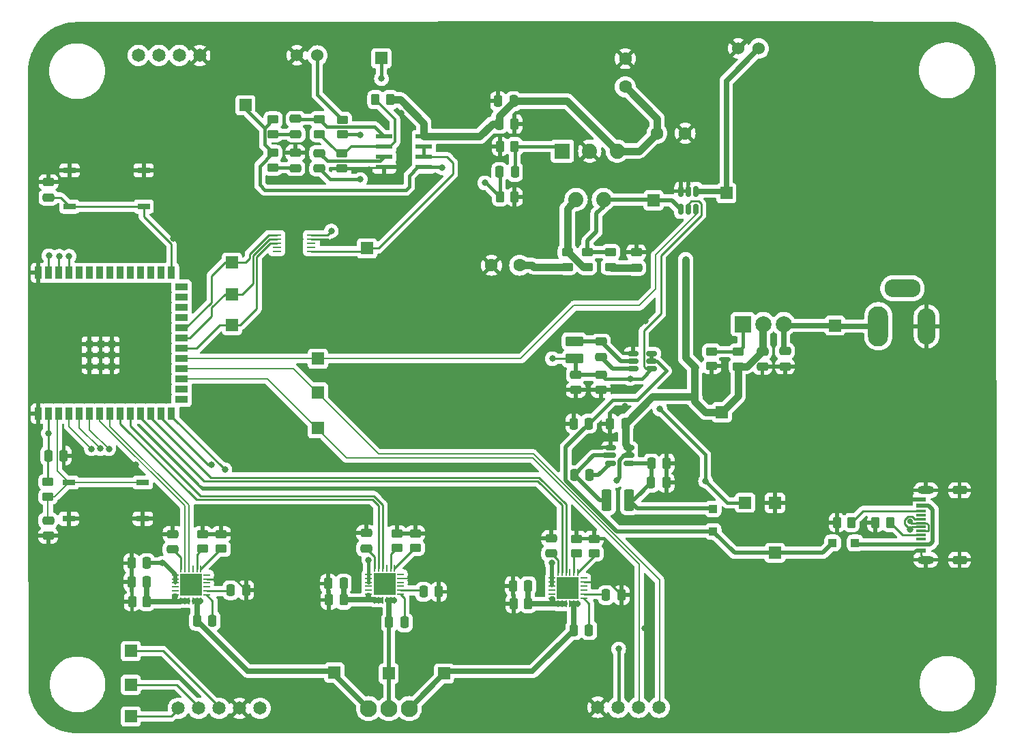
<source format=gtl>
G04 #@! TF.GenerationSoftware,KiCad,Pcbnew,8.0.1*
G04 #@! TF.CreationDate,2024-11-07T20:40:26-08:00*
G04 #@! TF.ProjectId,hope_final_project,686f7065-5f66-4696-9e61-6c5f70726f6a,rev?*
G04 #@! TF.SameCoordinates,Original*
G04 #@! TF.FileFunction,Copper,L1,Top*
G04 #@! TF.FilePolarity,Positive*
%FSLAX46Y46*%
G04 Gerber Fmt 4.6, Leading zero omitted, Abs format (unit mm)*
G04 Created by KiCad (PCBNEW 8.0.1) date 2024-11-07 20:40:26*
%MOMM*%
%LPD*%
G01*
G04 APERTURE LIST*
G04 Aperture macros list*
%AMRoundRect*
0 Rectangle with rounded corners*
0 $1 Rounding radius*
0 $2 $3 $4 $5 $6 $7 $8 $9 X,Y pos of 4 corners*
0 Add a 4 corners polygon primitive as box body*
4,1,4,$2,$3,$4,$5,$6,$7,$8,$9,$2,$3,0*
0 Add four circle primitives for the rounded corners*
1,1,$1+$1,$2,$3*
1,1,$1+$1,$4,$5*
1,1,$1+$1,$6,$7*
1,1,$1+$1,$8,$9*
0 Add four rect primitives between the rounded corners*
20,1,$1+$1,$2,$3,$4,$5,0*
20,1,$1+$1,$4,$5,$6,$7,0*
20,1,$1+$1,$6,$7,$8,$9,0*
20,1,$1+$1,$8,$9,$2,$3,0*%
G04 Aperture macros list end*
G04 #@! TA.AperFunction,SMDPad,CuDef*
%ADD10RoundRect,0.250000X0.262500X0.450000X-0.262500X0.450000X-0.262500X-0.450000X0.262500X-0.450000X0*%
G04 #@! TD*
G04 #@! TA.AperFunction,SMDPad,CuDef*
%ADD11RoundRect,0.250000X-0.450000X0.262500X-0.450000X-0.262500X0.450000X-0.262500X0.450000X0.262500X0*%
G04 #@! TD*
G04 #@! TA.AperFunction,SMDPad,CuDef*
%ADD12R,1.500000X1.500000*%
G04 #@! TD*
G04 #@! TA.AperFunction,SMDPad,CuDef*
%ADD13RoundRect,0.250000X0.450000X-0.262500X0.450000X0.262500X-0.450000X0.262500X-0.450000X-0.262500X0*%
G04 #@! TD*
G04 #@! TA.AperFunction,ComponentPad*
%ADD14C,2.100000*%
G04 #@! TD*
G04 #@! TA.AperFunction,SMDPad,CuDef*
%ADD15R,1.524000X0.762000*%
G04 #@! TD*
G04 #@! TA.AperFunction,SMDPad,CuDef*
%ADD16RoundRect,0.250000X-0.250000X-0.475000X0.250000X-0.475000X0.250000X0.475000X-0.250000X0.475000X0*%
G04 #@! TD*
G04 #@! TA.AperFunction,SMDPad,CuDef*
%ADD17RoundRect,0.250000X-0.262500X-0.450000X0.262500X-0.450000X0.262500X0.450000X-0.262500X0.450000X0*%
G04 #@! TD*
G04 #@! TA.AperFunction,SMDPad,CuDef*
%ADD18RoundRect,0.250000X-0.300000X-0.300000X0.300000X-0.300000X0.300000X0.300000X-0.300000X0.300000X0*%
G04 #@! TD*
G04 #@! TA.AperFunction,SMDPad,CuDef*
%ADD19RoundRect,0.250000X0.475000X-0.250000X0.475000X0.250000X-0.475000X0.250000X-0.475000X-0.250000X0*%
G04 #@! TD*
G04 #@! TA.AperFunction,ComponentPad*
%ADD20C,1.524000*%
G04 #@! TD*
G04 #@! TA.AperFunction,SMDPad,CuDef*
%ADD21RoundRect,0.250000X0.250000X0.475000X-0.250000X0.475000X-0.250000X-0.475000X0.250000X-0.475000X0*%
G04 #@! TD*
G04 #@! TA.AperFunction,SMDPad,CuDef*
%ADD22RoundRect,0.250000X-0.475000X0.250000X-0.475000X-0.250000X0.475000X-0.250000X0.475000X0.250000X0*%
G04 #@! TD*
G04 #@! TA.AperFunction,ComponentPad*
%ADD23C,1.600000*%
G04 #@! TD*
G04 #@! TA.AperFunction,SMDPad,CuDef*
%ADD24RoundRect,0.062500X-0.062500X0.350000X-0.062500X-0.350000X0.062500X-0.350000X0.062500X0.350000X0*%
G04 #@! TD*
G04 #@! TA.AperFunction,SMDPad,CuDef*
%ADD25RoundRect,0.062500X-0.350000X0.062500X-0.350000X-0.062500X0.350000X-0.062500X0.350000X0.062500X0*%
G04 #@! TD*
G04 #@! TA.AperFunction,HeatsinkPad*
%ADD26R,2.700000X2.700000*%
G04 #@! TD*
G04 #@! TA.AperFunction,SMDPad,CuDef*
%ADD27RoundRect,0.150000X0.512500X0.150000X-0.512500X0.150000X-0.512500X-0.150000X0.512500X-0.150000X0*%
G04 #@! TD*
G04 #@! TA.AperFunction,ComponentPad*
%ADD28R,2.000000X2.000000*%
G04 #@! TD*
G04 #@! TA.AperFunction,ComponentPad*
%ADD29C,2.000000*%
G04 #@! TD*
G04 #@! TA.AperFunction,ComponentPad*
%ADD30R,1.890000X1.890000*%
G04 #@! TD*
G04 #@! TA.AperFunction,ComponentPad*
%ADD31C,1.890000*%
G04 #@! TD*
G04 #@! TA.AperFunction,ComponentPad*
%ADD32O,2.500000X5.000000*%
G04 #@! TD*
G04 #@! TA.AperFunction,ComponentPad*
%ADD33O,2.250000X4.500000*%
G04 #@! TD*
G04 #@! TA.AperFunction,ComponentPad*
%ADD34O,4.500000X2.250000*%
G04 #@! TD*
G04 #@! TA.AperFunction,ComponentPad*
%ADD35C,1.650000*%
G04 #@! TD*
G04 #@! TA.AperFunction,SMDPad,CuDef*
%ADD36RoundRect,0.150000X-0.150000X0.512500X-0.150000X-0.512500X0.150000X-0.512500X0.150000X0.512500X0*%
G04 #@! TD*
G04 #@! TA.AperFunction,SMDPad,CuDef*
%ADD37R,2.000000X0.600000*%
G04 #@! TD*
G04 #@! TA.AperFunction,SMDPad,CuDef*
%ADD38RoundRect,0.250000X-0.850000X0.375000X-0.850000X-0.375000X0.850000X-0.375000X0.850000X0.375000X0*%
G04 #@! TD*
G04 #@! TA.AperFunction,SMDPad,CuDef*
%ADD39R,0.900000X1.500000*%
G04 #@! TD*
G04 #@! TA.AperFunction,SMDPad,CuDef*
%ADD40R,1.500000X0.900000*%
G04 #@! TD*
G04 #@! TA.AperFunction,SMDPad,CuDef*
%ADD41R,0.900000X0.900000*%
G04 #@! TD*
G04 #@! TA.AperFunction,SMDPad,CuDef*
%ADD42R,1.100000X0.250000*%
G04 #@! TD*
G04 #@! TA.AperFunction,SMDPad,CuDef*
%ADD43RoundRect,0.250000X0.300000X-0.300000X0.300000X0.300000X-0.300000X0.300000X-0.300000X-0.300000X0*%
G04 #@! TD*
G04 #@! TA.AperFunction,SMDPad,CuDef*
%ADD44R,1.150000X0.600000*%
G04 #@! TD*
G04 #@! TA.AperFunction,SMDPad,CuDef*
%ADD45R,1.150000X0.300000*%
G04 #@! TD*
G04 #@! TA.AperFunction,ComponentPad*
%ADD46O,2.100000X1.000000*%
G04 #@! TD*
G04 #@! TA.AperFunction,ComponentPad*
%ADD47RoundRect,0.250000X0.650000X-0.250000X0.650000X0.250000X-0.650000X0.250000X-0.650000X-0.250000X0*%
G04 #@! TD*
G04 #@! TA.AperFunction,SMDPad,CuDef*
%ADD48RoundRect,0.250000X-0.375000X-1.075000X0.375000X-1.075000X0.375000X1.075000X-0.375000X1.075000X0*%
G04 #@! TD*
G04 #@! TA.AperFunction,ViaPad*
%ADD49C,0.812800*%
G04 #@! TD*
G04 #@! TA.AperFunction,ViaPad*
%ADD50C,0.711200*%
G04 #@! TD*
G04 #@! TA.AperFunction,Conductor*
%ADD51C,0.381000*%
G04 #@! TD*
G04 #@! TA.AperFunction,Conductor*
%ADD52C,0.203200*%
G04 #@! TD*
G04 #@! TA.AperFunction,Conductor*
%ADD53C,0.254000*%
G04 #@! TD*
G04 #@! TA.AperFunction,Conductor*
%ADD54C,0.508000*%
G04 #@! TD*
G04 #@! TA.AperFunction,Conductor*
%ADD55C,0.304800*%
G04 #@! TD*
G04 #@! TA.AperFunction,Conductor*
%ADD56C,0.889000*%
G04 #@! TD*
G04 #@! TA.AperFunction,Conductor*
%ADD57C,0.635000*%
G04 #@! TD*
G04 #@! TA.AperFunction,Conductor*
%ADD58C,0.200000*%
G04 #@! TD*
G04 APERTURE END LIST*
D10*
X148386800Y-124917200D03*
X146561800Y-124917200D03*
D11*
X158590627Y-81245900D03*
X158590627Y-83070900D03*
D12*
X186450000Y-90360000D03*
D10*
X125476000Y-124460000D03*
X123651000Y-124460000D03*
D13*
X155740627Y-83083400D03*
X155740627Y-81258400D03*
D14*
X133640000Y-137950000D03*
X131100000Y-137950000D03*
X128560000Y-137950000D03*
D15*
X91363800Y-114355002D03*
X100558600Y-114355002D03*
X91363800Y-109855000D03*
X100558600Y-109855000D03*
D16*
X163631250Y-109893750D03*
X165531250Y-109893750D03*
D17*
X144880000Y-74375000D03*
X146705000Y-74375000D03*
D18*
X186157500Y-117384100D03*
X188957500Y-117384100D03*
D19*
X104241600Y-118160800D03*
X104241600Y-116260800D03*
D20*
X122220000Y-56800000D03*
X119680000Y-56780000D03*
D11*
X116681250Y-68912500D03*
X116681250Y-70737500D03*
D12*
X172974000Y-73914000D03*
X111633000Y-90297000D03*
D19*
X119481250Y-70787500D03*
X119481250Y-68887500D03*
D16*
X154081250Y-108943750D03*
X155981250Y-108943750D03*
D21*
X90728800Y-106527600D03*
X88828800Y-106527600D03*
X148386800Y-122732800D03*
X146486800Y-122732800D03*
D12*
X172420000Y-101130000D03*
D22*
X177450000Y-93560000D03*
X177450000Y-95460000D03*
D21*
X113370400Y-123240800D03*
X111470400Y-123240800D03*
D12*
X137922000Y-133604000D03*
D21*
X109204800Y-127050800D03*
X107304800Y-127050800D03*
D23*
X147325000Y-82875000D03*
X143825000Y-82875000D03*
D13*
X122450000Y-66562500D03*
X122450000Y-64737500D03*
D24*
X107763000Y-120632500D03*
X107263000Y-120632500D03*
X106763000Y-120632500D03*
X106263000Y-120632500D03*
X105763000Y-120632500D03*
X105263000Y-120632500D03*
D25*
X104550500Y-121345000D03*
X104550500Y-121845000D03*
X104550500Y-122345000D03*
X104550500Y-122845000D03*
X104550500Y-123345000D03*
X104550500Y-123845000D03*
D24*
X105263000Y-124557500D03*
X105763000Y-124557500D03*
X106263000Y-124557500D03*
X106763000Y-124557500D03*
X107263000Y-124557500D03*
X107763000Y-124557500D03*
D25*
X108475500Y-123845000D03*
X108475500Y-123345000D03*
X108475500Y-122845000D03*
X108475500Y-122345000D03*
X108475500Y-121845000D03*
X108475500Y-121345000D03*
D26*
X106513000Y-122595000D03*
D24*
X154564400Y-121024300D03*
X154064400Y-121024300D03*
X153564400Y-121024300D03*
X153064400Y-121024300D03*
X152564400Y-121024300D03*
X152064400Y-121024300D03*
D25*
X151351900Y-121736800D03*
X151351900Y-122236800D03*
X151351900Y-122736800D03*
X151351900Y-123236800D03*
X151351900Y-123736800D03*
X151351900Y-124236800D03*
D24*
X152064400Y-124949300D03*
X152564400Y-124949300D03*
X153064400Y-124949300D03*
X153564400Y-124949300D03*
X154064400Y-124949300D03*
X154564400Y-124949300D03*
D25*
X155276900Y-124236800D03*
X155276900Y-123736800D03*
X155276900Y-123236800D03*
X155276900Y-122736800D03*
X155276900Y-122236800D03*
X155276900Y-121736800D03*
D26*
X153314400Y-122986800D03*
D11*
X88798400Y-109782600D03*
X88798400Y-111607600D03*
D27*
X160868750Y-107456250D03*
X160868750Y-106506250D03*
X160868750Y-105556250D03*
X158593750Y-105556250D03*
X158593750Y-106506250D03*
X158593750Y-107456250D03*
D12*
X124333000Y-133477000D03*
D28*
X175020000Y-90190000D03*
D29*
X177560000Y-90190000D03*
X180100000Y-90190000D03*
D30*
X152625000Y-68675000D03*
D31*
X154325000Y-74705000D03*
X156025000Y-68675000D03*
X157725000Y-74705000D03*
X159425000Y-68675000D03*
D12*
X179020000Y-112410000D03*
D15*
X91465400Y-75579801D03*
X100660200Y-75579801D03*
X91465400Y-71079799D03*
X100660200Y-71079799D03*
D12*
X99060000Y-135001000D03*
D19*
X88823800Y-116469200D03*
X88823800Y-114569200D03*
D32*
X191830000Y-90440000D03*
D33*
X197830000Y-90440000D03*
D34*
X194830000Y-85740000D03*
D35*
X164642800Y-137795000D03*
X162102800Y-137795000D03*
X159562800Y-137795000D03*
X157022800Y-137795000D03*
D24*
X131806000Y-120552500D03*
X131306000Y-120552500D03*
X130806000Y-120552500D03*
X130306000Y-120552500D03*
X129806000Y-120552500D03*
X129306000Y-120552500D03*
D25*
X128593500Y-121265000D03*
X128593500Y-121765000D03*
X128593500Y-122265000D03*
X128593500Y-122765000D03*
X128593500Y-123265000D03*
X128593500Y-123765000D03*
D24*
X129306000Y-124477500D03*
X129806000Y-124477500D03*
X130306000Y-124477500D03*
X130806000Y-124477500D03*
X131306000Y-124477500D03*
X131806000Y-124477500D03*
D25*
X132518500Y-123765000D03*
X132518500Y-123265000D03*
X132518500Y-122765000D03*
X132518500Y-122265000D03*
X132518500Y-121765000D03*
X132518500Y-121265000D03*
D26*
X130556000Y-122515000D03*
D22*
X119525000Y-64687500D03*
X119525000Y-66587500D03*
D20*
X174450000Y-55920000D03*
X176990000Y-55940000D03*
D12*
X113284000Y-62992000D03*
X111633000Y-86487000D03*
X179020000Y-118610000D03*
D36*
X169225000Y-73665500D03*
X168275000Y-73665500D03*
X167325000Y-73665500D03*
X167325000Y-75940500D03*
X168275000Y-75940500D03*
X169225000Y-75940500D03*
D21*
X160450000Y-102550000D03*
X158550000Y-102550000D03*
D13*
X156565600Y-118668800D03*
X156565600Y-116843800D03*
D12*
X111633000Y-82550000D03*
D11*
X171150000Y-93577500D03*
X171150000Y-95402500D03*
D10*
X188520800Y-114844100D03*
X186695800Y-114844100D03*
D11*
X125250000Y-68987500D03*
X125250000Y-70812500D03*
D21*
X155940800Y-128219200D03*
X154040800Y-128219200D03*
D22*
X122450000Y-68950000D03*
X122450000Y-70850000D03*
D23*
X160440000Y-60700000D03*
X160440000Y-57200000D03*
D37*
X130531250Y-66867500D03*
X130531250Y-68137500D03*
X130531250Y-69407500D03*
X130531250Y-70677500D03*
X135431250Y-70677500D03*
X135431250Y-69407500D03*
X135431250Y-68137500D03*
X135431250Y-66867500D03*
D11*
X153240627Y-81245900D03*
X153240627Y-83070900D03*
D19*
X151231600Y-118704400D03*
X151231600Y-116804400D03*
D13*
X154381200Y-118668800D03*
X154381200Y-116843800D03*
D21*
X101041200Y-122224800D03*
X99141200Y-122224800D03*
X146725000Y-71275000D03*
X144825000Y-71275000D03*
D16*
X163681250Y-107493750D03*
X165581250Y-107493750D03*
D12*
X175310000Y-112370000D03*
D13*
X132080000Y-118006500D03*
X132080000Y-116181500D03*
D22*
X154300000Y-96450000D03*
X154300000Y-98350000D03*
D38*
X154100000Y-92325000D03*
X154100000Y-94475000D03*
D35*
X115112800Y-137922000D03*
X112572800Y-137922000D03*
X110032800Y-137922000D03*
X107492800Y-137922000D03*
X104952800Y-137922000D03*
D21*
X101041200Y-119888000D03*
X99141200Y-119888000D03*
X137282000Y-123444000D03*
X135382000Y-123444000D03*
D12*
X122301000Y-98679000D03*
D13*
X107950000Y-118110000D03*
X107950000Y-116285000D03*
D12*
X99060000Y-138938000D03*
X131064000Y-133604000D03*
D10*
X146700000Y-68125000D03*
X144875000Y-68125000D03*
X131262500Y-62300000D03*
X129437500Y-62300000D03*
D13*
X125300000Y-66612500D03*
X125300000Y-64787500D03*
D21*
X125476000Y-122428000D03*
X123576000Y-122428000D03*
D22*
X157412500Y-92362500D03*
X157412500Y-94262500D03*
D21*
X146575000Y-62475000D03*
X144675000Y-62475000D03*
X133030000Y-127254000D03*
X131130000Y-127254000D03*
D13*
X116725000Y-66587500D03*
X116725000Y-64762500D03*
X174450000Y-95422500D03*
X174450000Y-93597500D03*
D22*
X161790627Y-81270900D03*
X161790627Y-83170900D03*
D17*
X191496400Y-114844100D03*
X193321400Y-114844100D03*
D35*
X107619800Y-56794400D03*
X105079800Y-56794400D03*
X102539800Y-56794400D03*
X99999800Y-56794400D03*
D10*
X101041200Y-124663200D03*
X99216200Y-124663200D03*
D21*
X159954000Y-123850400D03*
X158054000Y-123850400D03*
D12*
X130175000Y-57150000D03*
D39*
X87603200Y-101309200D03*
X88873200Y-101309200D03*
X90143200Y-101309200D03*
X91413200Y-101309200D03*
X92683200Y-101309200D03*
X93953200Y-101309200D03*
X95223200Y-101309200D03*
X96493200Y-101309200D03*
X97763200Y-101309200D03*
X99033200Y-101309200D03*
X100303200Y-101309200D03*
X101573200Y-101309200D03*
X102843200Y-101309200D03*
X104113200Y-101309200D03*
D40*
X105363200Y-99544200D03*
X105363200Y-98274200D03*
X105363200Y-97004200D03*
X105363200Y-95734200D03*
X105363200Y-94464200D03*
X105363200Y-93194200D03*
X105363200Y-91924200D03*
X105363200Y-90654200D03*
X105363200Y-89384200D03*
X105363200Y-88114200D03*
X105363200Y-86844200D03*
X105363200Y-85574200D03*
D39*
X104113200Y-83809200D03*
X102843200Y-83809200D03*
X101573200Y-83809200D03*
X100303200Y-83809200D03*
X99033200Y-83809200D03*
X97763200Y-83809200D03*
X96493200Y-83809200D03*
X95223200Y-83809200D03*
X93953200Y-83809200D03*
X92683200Y-83809200D03*
X91413200Y-83809200D03*
X90143200Y-83809200D03*
X88873200Y-83809200D03*
X87603200Y-83809200D03*
D41*
X93923200Y-95459200D03*
X95323200Y-95459200D03*
X96723200Y-95459200D03*
X96723200Y-95459200D03*
X93923200Y-94059200D03*
X93923200Y-94059200D03*
X95323200Y-94059200D03*
X96723200Y-94059200D03*
X93923200Y-92659200D03*
X95323200Y-92659200D03*
X96723200Y-92659200D03*
D42*
X117175000Y-79125000D03*
X117175000Y-79625000D03*
X117175000Y-80125000D03*
X117175000Y-80625000D03*
X117175000Y-81125000D03*
X121475000Y-81125000D03*
X121475000Y-80625000D03*
X121475000Y-80125000D03*
X121475000Y-79625000D03*
X121475000Y-79125000D03*
D43*
X171323000Y-115954000D03*
X171323000Y-113154000D03*
D19*
X128270000Y-118044000D03*
X128270000Y-116144000D03*
D21*
X155931250Y-102543750D03*
X154031250Y-102543750D03*
D27*
X163700000Y-95750000D03*
X163700000Y-94800000D03*
X163700000Y-93850000D03*
X161425000Y-93850000D03*
X161425000Y-94800000D03*
X161425000Y-95750000D03*
D12*
X122301000Y-94488000D03*
D23*
X164360000Y-66480000D03*
X167860000Y-66480000D03*
D19*
X88849200Y-74457600D03*
X88849200Y-72557600D03*
D13*
X134366000Y-118006500D03*
X134366000Y-116181500D03*
D12*
X122301000Y-103124000D03*
X128397000Y-80772000D03*
D22*
X180260000Y-93530000D03*
X180260000Y-95430000D03*
D12*
X99060000Y-130810000D03*
D44*
X197165000Y-118350000D03*
X197165000Y-117550000D03*
D45*
X197165000Y-116400000D03*
X197165000Y-115400000D03*
X197165000Y-114900000D03*
X197165000Y-113900000D03*
D44*
X197165000Y-111950000D03*
X197165000Y-112750000D03*
D45*
X197165000Y-113400000D03*
X197165000Y-114400000D03*
X197165000Y-115900000D03*
X197165000Y-116900000D03*
D46*
X197740000Y-119470000D03*
D47*
X201920000Y-119470000D03*
D46*
X197740000Y-110830000D03*
D47*
X201920000Y-110830000D03*
D12*
X163957000Y-74803000D03*
D13*
X110286800Y-118108100D03*
X110286800Y-116283100D03*
D48*
X158131250Y-112093750D03*
X160931250Y-112093750D03*
D22*
X157400000Y-96450000D03*
X157400000Y-98350000D03*
D21*
X146675000Y-65325000D03*
X144775000Y-65325000D03*
D49*
X108204000Y-131699000D03*
X99640000Y-107620000D03*
X126550000Y-128650000D03*
X87900000Y-79020000D03*
X134747000Y-73152000D03*
X138830000Y-82680000D03*
D50*
X190068200Y-112090200D03*
D49*
X185572400Y-120777000D03*
X118450000Y-128600000D03*
X112710000Y-78920000D03*
X128651000Y-70993000D03*
X98069400Y-65074800D03*
X136550000Y-128750000D03*
X127500000Y-64030000D03*
X183794400Y-115214400D03*
X131826000Y-75057000D03*
X98501200Y-79375000D03*
X194070000Y-102970000D03*
X118008400Y-72364600D03*
X139649200Y-113284000D03*
X122150000Y-114450000D03*
X146890000Y-57860000D03*
X194780000Y-111100000D03*
X92190000Y-127760000D03*
X151638000Y-87934800D03*
X87299800Y-113157000D03*
X160985200Y-121666000D03*
X92710000Y-107518200D03*
X109575600Y-64211200D03*
X183163300Y-111567500D03*
X188030000Y-95160000D03*
X205140000Y-126010000D03*
X171831000Y-78867000D03*
X88976200Y-77292200D03*
X87680800Y-119684800D03*
X98145600Y-68681600D03*
X175550000Y-86300000D03*
X123620000Y-61000000D03*
X96901000Y-59207400D03*
X157607000Y-120929400D03*
X118110000Y-121330000D03*
X165150000Y-103700000D03*
X139649200Y-97231200D03*
X122351800Y-75387200D03*
X149380000Y-78780000D03*
D50*
X190144400Y-119659400D03*
D49*
X169180000Y-53830000D03*
X112800000Y-55300000D03*
X106984800Y-70789800D03*
X123926600Y-80060800D03*
X107924600Y-86410800D03*
X120116600Y-87706200D03*
X177300000Y-115720000D03*
X160700000Y-78850000D03*
X93802200Y-68199000D03*
X162915600Y-89763600D03*
X132588000Y-64008000D03*
X111023400Y-59436000D03*
X158521400Y-118516400D03*
X126720000Y-83450000D03*
X189160000Y-130880000D03*
X113893600Y-92151200D03*
X155473400Y-115011200D03*
X144322800Y-102489000D03*
X132850000Y-57900000D03*
X167005000Y-97155000D03*
X113060000Y-70870000D03*
X162850000Y-128000000D03*
X169760000Y-127910000D03*
X100126800Y-81381600D03*
X195290000Y-119490000D03*
X95377000Y-131064000D03*
X171520000Y-61640000D03*
X112230000Y-114320000D03*
X163600000Y-70910000D03*
X143060000Y-89670000D03*
X105410000Y-129540000D03*
X139790000Y-69380000D03*
X171450000Y-69469000D03*
X145850000Y-128700000D03*
X87452200Y-70408800D03*
X181635400Y-97942400D03*
X87223600Y-103733600D03*
X127000000Y-75565000D03*
X104380000Y-79510000D03*
X130683000Y-65278000D03*
D50*
X190093600Y-115900200D03*
D49*
X103225600Y-74472800D03*
X169250000Y-118300000D03*
X96012000Y-138811000D03*
X177260000Y-109630000D03*
X178689000Y-123571000D03*
X160350000Y-100350000D03*
X149050000Y-72300000D03*
X131978400Y-100863400D03*
X91541600Y-112191800D03*
X148945600Y-97078800D03*
X162900000Y-118450000D03*
X108864400Y-67741800D03*
X112725200Y-106019600D03*
X172339000Y-105537000D03*
X121005600Y-67741800D03*
X139930000Y-75180000D03*
X102235000Y-127000000D03*
X175700000Y-79600000D03*
X121107200Y-72313800D03*
X92252800Y-117551200D03*
X137650000Y-62670000D03*
X118135400Y-67767200D03*
X145872200Y-116535200D03*
X131530000Y-82090000D03*
X140385800Y-116713000D03*
X173101000Y-98145600D03*
X130810000Y-72390000D03*
X110845600Y-100304600D03*
X130175000Y-59690000D03*
X127550000Y-66650000D03*
X127550000Y-72200000D03*
X164719000Y-100736400D03*
X88828800Y-103759000D03*
X161036000Y-96949938D03*
X151384000Y-94488000D03*
X170383200Y-109677200D03*
X123952000Y-78613000D03*
X159613600Y-130556000D03*
X109042200Y-107670600D03*
D50*
X195790000Y-114720000D03*
D49*
X195780000Y-115688800D03*
X110744000Y-108280200D03*
X137668000Y-70739000D03*
X143002000Y-72644000D03*
X96342200Y-105689400D03*
X94183200Y-105689400D03*
X95275400Y-105664000D03*
X91414600Y-81762600D03*
X88900000Y-81686400D03*
X90170000Y-81737200D03*
X102990000Y-119870000D03*
X128593500Y-119493500D03*
X167918200Y-82169000D03*
X159350000Y-109600000D03*
X151333200Y-119888000D03*
D51*
X195630000Y-111950000D02*
X194780000Y-111100000D01*
X197165000Y-111950000D02*
X195630000Y-111950000D01*
D52*
X133398200Y-121765000D02*
X133400800Y-121767600D01*
D51*
X197165000Y-118350000D02*
X196430000Y-118350000D01*
D53*
X197165000Y-118350000D02*
X197165000Y-118895000D01*
X123490800Y-79625000D02*
X121475000Y-79625000D01*
D51*
X196430000Y-118350000D02*
X195290000Y-119490000D01*
D53*
X159954000Y-123850400D02*
X158340400Y-122236800D01*
X108475500Y-121845000D02*
X111974600Y-121845000D01*
D52*
X132518500Y-121765000D02*
X133398200Y-121765000D01*
D53*
X158593750Y-102593750D02*
X158550000Y-102550000D01*
X158593750Y-105556250D02*
X158593750Y-102593750D01*
X197165000Y-118895000D02*
X197740000Y-119470000D01*
X158340400Y-122236800D02*
X155276900Y-122236800D01*
X123926600Y-80060800D02*
X123490800Y-79625000D01*
X111974600Y-121845000D02*
X113370400Y-123240800D01*
D54*
X163700000Y-94800000D02*
X163700000Y-93850000D01*
D51*
X165531800Y-95969301D02*
X161925801Y-99575300D01*
D54*
X153060400Y-105414600D02*
X155374408Y-103100592D01*
D51*
X161925801Y-99575300D02*
X158899700Y-99575300D01*
D54*
X179020000Y-118610000D02*
X184931600Y-118610000D01*
X184931600Y-118610000D02*
X186157500Y-117384100D01*
X171323000Y-115954000D02*
X173979000Y-118610000D01*
D51*
X163700000Y-94800000D02*
X164362499Y-94800000D01*
D54*
X179020000Y-118610000D02*
X173979000Y-118610000D01*
X153060400Y-109619038D02*
X153060400Y-105414600D01*
D51*
X158899700Y-99575300D02*
X156299440Y-102175560D01*
D55*
X155931250Y-102543750D02*
X155931250Y-102831250D01*
D54*
X171323000Y-115954000D02*
X159395362Y-115954000D01*
X159395362Y-115954000D02*
X153060400Y-109619038D01*
X186055900Y-117282500D02*
X186157500Y-117384100D01*
D51*
X164362499Y-94800000D02*
X165531800Y-95969301D01*
X127512500Y-66612500D02*
X127550000Y-66650000D01*
X127550000Y-72200000D02*
X123800000Y-72200000D01*
X130175000Y-59690000D02*
X130175000Y-57150000D01*
X125300000Y-66612500D02*
X127512500Y-66612500D01*
X123800000Y-72200000D02*
X122450000Y-70850000D01*
X123431700Y-69931700D02*
X122450000Y-68950000D01*
X130531250Y-69407500D02*
X130007050Y-69931700D01*
D52*
X130092500Y-69407500D02*
X130531250Y-69407500D01*
D51*
X130007050Y-69931700D02*
X123431700Y-69931700D01*
X129332050Y-65668300D02*
X130531250Y-66867500D01*
D52*
X122450000Y-64737500D02*
X122487500Y-64737500D01*
D51*
X122450000Y-64737500D02*
X123380800Y-65668300D01*
X122450000Y-64737500D02*
X119575000Y-64737500D01*
X119575000Y-64737500D02*
X119525000Y-64687500D01*
D52*
X122400000Y-64687500D02*
X122450000Y-64737500D01*
D51*
X123380800Y-65668300D02*
X129332050Y-65668300D01*
X119525000Y-66587500D02*
X116725000Y-66587500D01*
X116681250Y-70737500D02*
X119431250Y-70737500D01*
X119431250Y-70737500D02*
X119481250Y-70787500D01*
X152075000Y-68125000D02*
X152625000Y-68675000D01*
X146725000Y-68150000D02*
X146700000Y-68125000D01*
X146700000Y-68125000D02*
X152075000Y-68125000D01*
X146725000Y-71275000D02*
X146725000Y-68150000D01*
D56*
X148844727Y-82875000D02*
X147325000Y-82875000D01*
X149040627Y-83070900D02*
X148844727Y-82875000D01*
X153240627Y-83070900D02*
X149040627Y-83070900D01*
X161790627Y-83170900D02*
X158690627Y-83170900D01*
X158690627Y-83170900D02*
X158590627Y-83070900D01*
D53*
X111366200Y-123345000D02*
X108475500Y-123345000D01*
X111470400Y-123240800D02*
X111366200Y-123345000D01*
D52*
X89949400Y-108440600D02*
X89949400Y-101503000D01*
X88798400Y-111607600D02*
X88798400Y-114543800D01*
X91363800Y-109855000D02*
X89949400Y-108440600D01*
X89611200Y-111607600D02*
X91363800Y-109855000D01*
X88798400Y-111607600D02*
X89611200Y-111607600D01*
X88798400Y-114543800D02*
X88823800Y-114569200D01*
X91363800Y-109855000D02*
X100558600Y-109855000D01*
X89949400Y-101503000D02*
X90143200Y-101309200D01*
D53*
X108475500Y-123845000D02*
X109204800Y-124574300D01*
X109204800Y-124574300D02*
X109204800Y-127050800D01*
X105263000Y-119182200D02*
X105263000Y-120632500D01*
X104241600Y-118160800D02*
X105263000Y-119182200D01*
D57*
X104546400Y-123965300D02*
X104550500Y-123965300D01*
X101041200Y-124663200D02*
X104546400Y-124663200D01*
X105763000Y-124557500D02*
X106142700Y-124557500D01*
X101041200Y-122224800D02*
X101041200Y-124663200D01*
X104546400Y-124663200D02*
X105157300Y-124663200D01*
X104546400Y-124663200D02*
X104546400Y-123965300D01*
X105157300Y-124663200D02*
X105263000Y-124557500D01*
X105263000Y-124557500D02*
X105763000Y-124557500D01*
D53*
X135203000Y-123265000D02*
X132518500Y-123265000D01*
X135382000Y-123444000D02*
X135203000Y-123265000D01*
X100660200Y-76795989D02*
X104113200Y-80248989D01*
X90343199Y-74457600D02*
X91465400Y-75579801D01*
X104113200Y-80248989D02*
X104113200Y-83809200D01*
X91465400Y-75579801D02*
X100660200Y-75579801D01*
X100660200Y-75579801D02*
X100660200Y-76795989D01*
X88849200Y-74457600D02*
X90343199Y-74457600D01*
X133030000Y-127254000D02*
X133030000Y-124276500D01*
X133030000Y-124276500D02*
X132518500Y-123765000D01*
X129306000Y-119080000D02*
X129306000Y-120552500D01*
X128270000Y-118044000D02*
X129306000Y-119080000D01*
D57*
X128524000Y-124460000D02*
X128524000Y-123885300D01*
X128524000Y-124460000D02*
X129288500Y-124460000D01*
X129288500Y-124460000D02*
X129306000Y-124477500D01*
X125476000Y-124460000D02*
X128524000Y-124460000D01*
X129306000Y-124477500D02*
X129806000Y-124477500D01*
X128524000Y-123885300D02*
X128593500Y-123885300D01*
X125476000Y-124460000D02*
X125476000Y-122428000D01*
X129806000Y-124477500D02*
X130113500Y-124477500D01*
D53*
X158054000Y-123850400D02*
X157940400Y-123736800D01*
X157940400Y-123736800D02*
X155276900Y-123736800D01*
D57*
X113574000Y-133320000D02*
X124557000Y-133320000D01*
X107304800Y-124599300D02*
X107263000Y-124557500D01*
X124587000Y-133223000D02*
X124587000Y-133977000D01*
X124557000Y-133320000D02*
X124587000Y-133350000D01*
X107304800Y-127050800D02*
X107304800Y-124599300D01*
X124587000Y-133977000D02*
X128560000Y-137950000D01*
X107304800Y-127050800D02*
X113574000Y-133320000D01*
X107763000Y-124557500D02*
X106955500Y-124557500D01*
D53*
X155940800Y-124900700D02*
X155940800Y-128219200D01*
X155276900Y-124236800D02*
X155940800Y-124900700D01*
X152064400Y-119537200D02*
X151231600Y-118704400D01*
X152064400Y-121024300D02*
X152064400Y-119537200D01*
D57*
X151384000Y-124357100D02*
X151351900Y-124357100D01*
X148386800Y-124917200D02*
X151384000Y-124917200D01*
X148386800Y-124917200D02*
X148386800Y-122732800D01*
X151384000Y-124917200D02*
X151384000Y-124357100D01*
X151384000Y-124917200D02*
X152912000Y-124917200D01*
X152912000Y-124917200D02*
X152944100Y-124949300D01*
X157931251Y-106506250D02*
X158593750Y-106506250D01*
D54*
X157231250Y-112093750D02*
X154081250Y-108943750D01*
X154081250Y-108943750D02*
X156518750Y-106506250D01*
X156518750Y-106506250D02*
X158593750Y-106506250D01*
X158131250Y-112093750D02*
X157231250Y-112093750D01*
X155981250Y-108943750D02*
X157106250Y-108943750D01*
X157106250Y-108943750D02*
X158593750Y-107456250D01*
X154137500Y-92362500D02*
X154100000Y-92325000D01*
X159850000Y-94800000D02*
X157412500Y-92362500D01*
X161425000Y-94800000D02*
X159850000Y-94800000D01*
X157412500Y-92362500D02*
X154137500Y-92362500D01*
X161425000Y-95750000D02*
X158900000Y-95750000D01*
X158900000Y-95750000D02*
X157412500Y-94262500D01*
D53*
X121475000Y-79125000D02*
X123440000Y-79125000D01*
D51*
X162500062Y-96949938D02*
X163700000Y-95750000D01*
D53*
X168623001Y-74930000D02*
X168275000Y-75278001D01*
D51*
X157899938Y-96949938D02*
X161036000Y-96949938D01*
D53*
X162732700Y-95445199D02*
X162732700Y-91013300D01*
X151397000Y-94475000D02*
X151384000Y-94488000D01*
X169829800Y-75235458D02*
X169524342Y-74930000D01*
X163700000Y-95750000D02*
X163037501Y-95750000D01*
X168275000Y-75278001D02*
X168275000Y-75940500D01*
D54*
X154300000Y-96450000D02*
X154300000Y-94675000D01*
X154300000Y-94675000D02*
X154100000Y-94475000D01*
D53*
X169829800Y-76645542D02*
X169829800Y-75235458D01*
D51*
X173101000Y-112395000D02*
X173126000Y-112370000D01*
D53*
X154100000Y-94475000D02*
X151397000Y-94475000D01*
D51*
X170383200Y-109677200D02*
X173101000Y-112395000D01*
X159613600Y-137617200D02*
X159613600Y-130556000D01*
D53*
X164846000Y-81629342D02*
X169829800Y-76645542D01*
X88798400Y-109782600D02*
X88798400Y-106558000D01*
D51*
X170383200Y-109677200D02*
X170383200Y-106400600D01*
D54*
X88873200Y-106483200D02*
X88828800Y-106527600D01*
D53*
X123440000Y-79125000D02*
X123952000Y-78613000D01*
D51*
X161036000Y-96949938D02*
X162500062Y-96949938D01*
D53*
X162732700Y-91013300D02*
X164846000Y-88900000D01*
X88873200Y-101309200D02*
X88828800Y-101353600D01*
D51*
X170383200Y-106400600D02*
X164719000Y-100736400D01*
D54*
X154300000Y-96450000D02*
X157400000Y-96450000D01*
D51*
X173126000Y-112370000D02*
X175310000Y-112370000D01*
X157400000Y-96450000D02*
X157899938Y-96949938D01*
D54*
X88828800Y-109752200D02*
X88798400Y-109782600D01*
D53*
X88798400Y-106558000D02*
X88828800Y-106527600D01*
X163037501Y-95750000D02*
X162732700Y-95445199D01*
X88828800Y-106527600D02*
X88828800Y-103759000D01*
X164846000Y-88900000D02*
X164846000Y-81629342D01*
X169524342Y-74930000D02*
X168623001Y-74930000D01*
X88828800Y-101353600D02*
X88828800Y-103759000D01*
D51*
X122220000Y-61707500D02*
X125300000Y-64787500D01*
X122220000Y-56800000D02*
X122220000Y-61707500D01*
D54*
X131130000Y-127254000D02*
X131130000Y-137920000D01*
D57*
X131306000Y-124477500D02*
X130926300Y-124477500D01*
X131130000Y-125476000D02*
X131130000Y-124653500D01*
X131806000Y-124477500D02*
X131306000Y-124477500D01*
D54*
X131130000Y-137920000D02*
X131100000Y-137950000D01*
D57*
X131130000Y-127254000D02*
X131130000Y-125476000D01*
D52*
X131130000Y-127254000D02*
X131130000Y-126812000D01*
D57*
X131140200Y-137909800D02*
X131100000Y-137950000D01*
D52*
X131130000Y-126812000D02*
X131306000Y-126636000D01*
D57*
X131130000Y-124653500D02*
X131306000Y-124477500D01*
D55*
X125562500Y-68987500D02*
X126412500Y-68137500D01*
X131861450Y-67507300D02*
X131861450Y-64723950D01*
X130531250Y-68137500D02*
X131231250Y-68137500D01*
X131861450Y-64723950D02*
X129437500Y-62300000D01*
X124368750Y-68481250D02*
X124875000Y-68987500D01*
D52*
X125250000Y-68987500D02*
X125300000Y-68987500D01*
D55*
X131231250Y-68137500D02*
X131861450Y-67507300D01*
X122450000Y-66562500D02*
X124368750Y-68481250D01*
X126412500Y-68137500D02*
X130531250Y-68137500D01*
X124875000Y-68987500D02*
X125250000Y-68987500D01*
D53*
X129798000Y-80772000D02*
X128397000Y-80772000D01*
X121475000Y-81125000D02*
X128215947Y-81125000D01*
D51*
X134664650Y-69407500D02*
X135431250Y-69407500D01*
D53*
X138307500Y-69407500D02*
X139030000Y-70130000D01*
X139030000Y-71540000D02*
X129798000Y-80772000D01*
D55*
X135431250Y-69407500D02*
X135457500Y-69407500D01*
D53*
X139030000Y-70130000D02*
X139030000Y-71540000D01*
D51*
X135431250Y-69407500D02*
X135431250Y-68137500D01*
D53*
X138307500Y-69407500D02*
X135431250Y-69407500D01*
D56*
X153368673Y-81245900D02*
X153240627Y-81245900D01*
X155740627Y-83083400D02*
X155206173Y-83083400D01*
X155206173Y-83083400D02*
X153368673Y-81245900D01*
X153240627Y-81245900D02*
X153240627Y-75789373D01*
X153240627Y-75789373D02*
X154325000Y-74705000D01*
D53*
X110286800Y-118108700D02*
X107763000Y-120632500D01*
X110286800Y-118108100D02*
X110286800Y-118108700D01*
X107263000Y-118797000D02*
X107950000Y-118110000D01*
X107263000Y-120632500D02*
X107263000Y-118797000D01*
X131806000Y-120552500D02*
X134352000Y-118006500D01*
X134352000Y-118006500D02*
X134366000Y-118006500D01*
X132080000Y-118006500D02*
X131306000Y-118780500D01*
X131306000Y-118780500D02*
X131306000Y-120552500D01*
X154564400Y-121024300D02*
X156565600Y-119023100D01*
X156565600Y-119023100D02*
X156565600Y-118668800D01*
X154064400Y-121024300D02*
X154064400Y-118985600D01*
X154064400Y-118985600D02*
X154381200Y-118668800D01*
X194877300Y-116400000D02*
X197165000Y-116400000D01*
X193321400Y-114844100D02*
X194877300Y-116400000D01*
X188520800Y-114844100D02*
X189964900Y-113400000D01*
X189964900Y-113400000D02*
X197165000Y-113400000D01*
D52*
X106263000Y-120632500D02*
X106263000Y-112689200D01*
X106263000Y-112689200D02*
X96494600Y-102920800D01*
X96494600Y-102720400D02*
X96493200Y-102719000D01*
X96494600Y-102920800D02*
X96494600Y-102720400D01*
X96493200Y-102719000D02*
X96493200Y-101309200D01*
X105763000Y-112773132D02*
X95223200Y-102233332D01*
X105763000Y-120632500D02*
X105763000Y-112773132D01*
X95223200Y-102233332D02*
X95223200Y-101309200D01*
D53*
X129210857Y-111531400D02*
X107721400Y-111531400D01*
X130306000Y-112626543D02*
X129210857Y-111531400D01*
X130306000Y-113100000D02*
X130306000Y-112626543D01*
X130306000Y-120552500D02*
X130306000Y-113100000D01*
X107721400Y-111531400D02*
X99033200Y-102843200D01*
X99033200Y-102843200D02*
X99033200Y-101309200D01*
X129806000Y-120552500D02*
X129806000Y-112737200D01*
X97763200Y-102538400D02*
X97763200Y-101309200D01*
X107188000Y-111963200D02*
X97763200Y-102538400D01*
X129032000Y-111963200D02*
X107188000Y-111963200D01*
X129806000Y-112737200D02*
X129032000Y-111963200D01*
X149758400Y-109245400D02*
X143637000Y-109245400D01*
X143637000Y-109245400D02*
X108969800Y-109245400D01*
X153064400Y-112551400D02*
X149758400Y-109245400D01*
X101573200Y-101848800D02*
X101573200Y-101309200D01*
X153064400Y-121024300D02*
X153064400Y-112551400D01*
X108969800Y-109245400D02*
X101573200Y-101848800D01*
X152564400Y-121024300D02*
X152564400Y-112686400D01*
X100303200Y-101848800D02*
X100303200Y-101309200D01*
X108157000Y-109702600D02*
X100303200Y-101848800D01*
X149580600Y-109702600D02*
X108157000Y-109702600D01*
X152564400Y-112686400D02*
X149580600Y-109702600D01*
X113817400Y-82016600D02*
X113817400Y-81457284D01*
X111633000Y-82550000D02*
X113284000Y-82550000D01*
X109093000Y-87464000D02*
X109093000Y-84201000D01*
X116149684Y-79125000D02*
X117175000Y-79125000D01*
X113284000Y-82550000D02*
X113817400Y-82016600D01*
X109093000Y-84201000D02*
X110744000Y-82550000D01*
X105363200Y-90654200D02*
X105902800Y-90654200D01*
X113817400Y-81457284D02*
X116149684Y-79125000D01*
X105902800Y-90654200D02*
X109093000Y-87464000D01*
X110744000Y-82550000D02*
X111633000Y-82550000D01*
X105363200Y-91924200D02*
X106367200Y-91924200D01*
X109093000Y-89198400D02*
X109093000Y-88138000D01*
X109093000Y-88138000D02*
X110744000Y-86487000D01*
X110744000Y-86487000D02*
X111633000Y-86487000D01*
X114249200Y-85140800D02*
X114249200Y-81636142D01*
X112903000Y-86487000D02*
X114249200Y-85140800D01*
X106367200Y-91924200D02*
X109093000Y-89198400D01*
X116260342Y-79625000D02*
X117175000Y-79625000D01*
X111633000Y-86487000D02*
X112903000Y-86487000D01*
X114249200Y-81636142D02*
X116260342Y-79625000D01*
X116371000Y-80125000D02*
X117175000Y-80125000D01*
X107211800Y-93194200D02*
X110109000Y-90297000D01*
X114681000Y-81815000D02*
X116371000Y-80125000D01*
X112649000Y-90297000D02*
X114681000Y-88265000D01*
X110109000Y-90297000D02*
X111633000Y-90297000D01*
X111633000Y-90297000D02*
X112649000Y-90297000D01*
X105363200Y-93194200D02*
X107211800Y-93194200D01*
X114681000Y-88265000D02*
X114681000Y-81815000D01*
X198044800Y-115120600D02*
X197824200Y-114900000D01*
X197165000Y-115900000D02*
X197210200Y-115854800D01*
X197210200Y-115854800D02*
X198044800Y-115854800D01*
X102843200Y-101848800D02*
X102843200Y-101309200D01*
X195970000Y-114900000D02*
X197165000Y-114900000D01*
X198044800Y-115854800D02*
X198044800Y-115120600D01*
X195790000Y-114720000D02*
X195970000Y-114900000D01*
X109042200Y-107670600D02*
X108665000Y-107670600D01*
X108665000Y-107670600D02*
X102843200Y-101848800D01*
X197824200Y-114900000D02*
X197165000Y-114900000D01*
D58*
X102843200Y-101794800D02*
X102843200Y-101309200D01*
D53*
X104113200Y-101609200D02*
X110744000Y-108240000D01*
X197165000Y-115400000D02*
X196068800Y-115400000D01*
X196063547Y-114059600D02*
X195516453Y-114059600D01*
X110744000Y-108240000D02*
X110744000Y-108280200D01*
D58*
X104113200Y-101649400D02*
X104113200Y-101309200D01*
D53*
X104113200Y-101309200D02*
X104113200Y-101609200D01*
X196403947Y-114400000D02*
X196063547Y-114059600D01*
X197165000Y-114400000D02*
X196403947Y-114400000D01*
X195090000Y-114486053D02*
X195090000Y-114998800D01*
X195090000Y-114998800D02*
X195780000Y-115688800D01*
X195516453Y-114059600D02*
X195090000Y-114486053D01*
X196068800Y-115400000D02*
X195780000Y-115688800D01*
D57*
X133640000Y-137950000D02*
X138244600Y-133345400D01*
X154040800Y-128219200D02*
X154040800Y-124972900D01*
X154040800Y-124972900D02*
X154064400Y-124949300D01*
X138244600Y-133345400D02*
X148914600Y-133345400D01*
X134090200Y-137499800D02*
X133640000Y-137950000D01*
X148914600Y-133345400D02*
X154040800Y-128219200D01*
X154564400Y-124949300D02*
X153756900Y-124949300D01*
X191830000Y-90440000D02*
X186530000Y-90440000D01*
X186450000Y-90360000D02*
X180270000Y-90360000D01*
X186530000Y-90440000D02*
X186450000Y-90360000D01*
D54*
X180100000Y-93370000D02*
X180260000Y-93530000D01*
D57*
X180100000Y-90190000D02*
X180100000Y-93370000D01*
X180270000Y-90360000D02*
X180100000Y-90190000D01*
D54*
X160868750Y-107456250D02*
X163643750Y-107456250D01*
X163681250Y-107493750D02*
X163681250Y-109843750D01*
X163681250Y-109843750D02*
X163631250Y-109893750D01*
X162437500Y-111087500D02*
X163631250Y-109893750D01*
X160931250Y-112093750D02*
X161431250Y-112093750D01*
X163643750Y-107456250D02*
X163681250Y-107493750D01*
X160931250Y-112093750D02*
X161918300Y-113080800D01*
X161918300Y-113080800D02*
X171472400Y-113080800D01*
X161431250Y-112093750D02*
X162437500Y-111087500D01*
D51*
X115062000Y-70531750D02*
X115062000Y-72898000D01*
X115656700Y-65830800D02*
X115656700Y-67887950D01*
X134681500Y-70677500D02*
X135431250Y-70677500D01*
X113284000Y-63458100D02*
X113284000Y-62992000D01*
X133604000Y-71755000D02*
X134681500Y-70677500D01*
X133604000Y-73152000D02*
X133604000Y-71755000D01*
X143002000Y-72644000D02*
X143149000Y-72644000D01*
X144880000Y-74375000D02*
X144880000Y-71330000D01*
X135431250Y-70677500D02*
X137606500Y-70677500D01*
X115697000Y-73533000D02*
X133223000Y-73533000D01*
X116725000Y-64762500D02*
X115656700Y-65830800D01*
X133223000Y-73533000D02*
X133604000Y-73152000D01*
X137606500Y-70677500D02*
X137668000Y-70739000D01*
X116681250Y-68912500D02*
X115062000Y-70531750D01*
X115062000Y-72898000D02*
X115697000Y-73533000D01*
X115656700Y-65830800D02*
X113284000Y-63458100D01*
X115656700Y-67887950D02*
X116681250Y-68912500D01*
X144880000Y-71330000D02*
X144825000Y-71275000D01*
X143149000Y-72644000D02*
X144880000Y-74375000D01*
D54*
X197165000Y-117550000D02*
X198248000Y-117550000D01*
X189123400Y-117550000D02*
X197165000Y-117550000D01*
X198606500Y-113252900D02*
X198103600Y-112750000D01*
X198248000Y-117550000D02*
X198606500Y-117191500D01*
X198103600Y-112750000D02*
X197165000Y-112750000D01*
X198606500Y-117191500D02*
X198606500Y-113252900D01*
X188957500Y-117384100D02*
X189123400Y-117550000D01*
D52*
X154051000Y-87884000D02*
X162179000Y-87884000D01*
X164211000Y-81616999D02*
X169225000Y-76602999D01*
X105363200Y-94464200D02*
X121539000Y-94464200D01*
X121539000Y-94464200D02*
X147470800Y-94464200D01*
X121539000Y-94464200D02*
X121755800Y-94464200D01*
X169225000Y-76602999D02*
X169225000Y-75940500D01*
X162179000Y-87884000D02*
X164211000Y-85852000D01*
X164211000Y-85852000D02*
X164211000Y-81616999D01*
X147470800Y-94464200D02*
X154051000Y-87884000D01*
X105363200Y-97004200D02*
X116054200Y-97004200D01*
X125857000Y-106807000D02*
X148955204Y-106807000D01*
X116054200Y-97004200D02*
X125857000Y-106807000D01*
X148955204Y-106807000D02*
X162153600Y-120005396D01*
X162153600Y-120005396D02*
X162153600Y-137617200D01*
X129819400Y-106324400D02*
X149011420Y-106324400D01*
X105363200Y-95734200D02*
X119229200Y-95734200D01*
X164693600Y-122006580D02*
X164693600Y-137617200D01*
X119229200Y-95734200D02*
X129819400Y-106324400D01*
X149011420Y-106324400D02*
X164693600Y-122006580D01*
X93953200Y-101309200D02*
X93953200Y-103300400D01*
D53*
X99060000Y-130810000D02*
X103102400Y-130810000D01*
X103102400Y-130810000D02*
X110138200Y-137845800D01*
D52*
X93953200Y-103300400D02*
X96342200Y-105689400D01*
X91413200Y-101309200D02*
X91413200Y-102919400D01*
D53*
X99060000Y-138938000D02*
X104046000Y-138938000D01*
D52*
X91413200Y-102919400D02*
X94183200Y-105689400D01*
D53*
X104046000Y-138938000D02*
X105138200Y-137845800D01*
D52*
X92683200Y-101309200D02*
X92683200Y-103071800D01*
D53*
X99060000Y-135001000D02*
X104793400Y-135001000D01*
X104793400Y-135001000D02*
X107638200Y-137845800D01*
D52*
X92683200Y-103071800D02*
X95275400Y-105664000D01*
D53*
X91413200Y-83809200D02*
X91413200Y-81764000D01*
X91413200Y-81764000D02*
X91414600Y-81762600D01*
X88873200Y-83809200D02*
X88873200Y-81713200D01*
X88873200Y-81713200D02*
X88900000Y-81686400D01*
X90143200Y-81764000D02*
X90170000Y-81737200D01*
X90143200Y-83809200D02*
X90143200Y-81764000D01*
D51*
X171170000Y-93597500D02*
X171150000Y-93577500D01*
X175020000Y-90190000D02*
X175020000Y-93027500D01*
X175020000Y-93027500D02*
X174450000Y-93597500D01*
X174450000Y-93597500D02*
X171170000Y-93597500D01*
D54*
X166187500Y-74803000D02*
X167325000Y-75940500D01*
X157725000Y-74705000D02*
X163859000Y-74705000D01*
X155740627Y-79818973D02*
X156845000Y-78714600D01*
X155740627Y-81258400D02*
X158578127Y-81258400D01*
X163957000Y-74803000D02*
X166187500Y-74803000D01*
X157725000Y-75548600D02*
X157725000Y-74705000D01*
X158578127Y-81258400D02*
X158590627Y-81245900D01*
X156845000Y-76428600D02*
X157725000Y-75548600D01*
X163859000Y-74705000D02*
X163957000Y-74803000D01*
X155740627Y-81258400D02*
X155740627Y-79818973D01*
X156845000Y-78714600D02*
X156845000Y-76428600D01*
D57*
X172725500Y-73665500D02*
X172974000Y-73914000D01*
X172974000Y-59956000D02*
X176990000Y-55940000D01*
X172974000Y-73914000D02*
X172974000Y-59956000D01*
X169225000Y-73665500D02*
X172725500Y-73665500D01*
D54*
X104550500Y-121345000D02*
X104550500Y-122288200D01*
D56*
X174450000Y-95422500D02*
X175521954Y-95422500D01*
D51*
X128593500Y-121265000D02*
X128593500Y-121765000D01*
D54*
X160303750Y-106506250D02*
X159700000Y-107110000D01*
X102972000Y-119888000D02*
X102990000Y-119870000D01*
D56*
X177450000Y-90300000D02*
X177560000Y-90190000D01*
X169050000Y-99200000D02*
X169050000Y-95636000D01*
X160440000Y-60700000D02*
X164360000Y-64620000D01*
D54*
X159700000Y-109250000D02*
X159350000Y-109600000D01*
D56*
X131262500Y-62300000D02*
X132531000Y-62300000D01*
X175521954Y-95422500D02*
X177384454Y-93560000D01*
X177450000Y-93560000D02*
X177450000Y-90300000D01*
D54*
X169050000Y-95636000D02*
X169100000Y-95586000D01*
D51*
X128593500Y-121765000D02*
X128593500Y-122265000D01*
D56*
X144775000Y-65325000D02*
X144775000Y-64340546D01*
X144775000Y-65325000D02*
X143925000Y-65325000D01*
D54*
X151333200Y-119888000D02*
X151333200Y-122680000D01*
D56*
X159425000Y-68675000D02*
X162165000Y-68675000D01*
D54*
X159700000Y-107110000D02*
X159700000Y-109250000D01*
D55*
X131262500Y-62300000D02*
X131554150Y-62300000D01*
D56*
X167918200Y-94404200D02*
X169100000Y-95586000D01*
D54*
X160868750Y-106506250D02*
X160303750Y-106506250D01*
D51*
X146575000Y-62475000D02*
X146750000Y-62650000D01*
D56*
X146575000Y-62540546D02*
X146575000Y-62475000D01*
D51*
X104597200Y-121298300D02*
X104550500Y-121345000D01*
D54*
X103168900Y-119870000D02*
X104597200Y-121298300D01*
D56*
X144775000Y-64340546D02*
X146575000Y-62540546D01*
X160450000Y-102550000D02*
X160450000Y-105137500D01*
X170390000Y-101130000D02*
X172420000Y-101130000D01*
X177384454Y-93560000D02*
X177450000Y-93560000D01*
D55*
X160472988Y-106506250D02*
X160868750Y-106506250D01*
D56*
X142382500Y-66867500D02*
X135431250Y-66867500D01*
D54*
X151333200Y-122680000D02*
X151351900Y-122680000D01*
D56*
X153225000Y-62475000D02*
X146575000Y-62475000D01*
D51*
X128593500Y-119493500D02*
X128593500Y-121265000D01*
D54*
X102990000Y-119870000D02*
X103168900Y-119870000D01*
D56*
X135431250Y-65200250D02*
X135431250Y-66867500D01*
X163800000Y-99200000D02*
X169050000Y-99200000D01*
D54*
X101041200Y-119888000D02*
X102972000Y-119888000D01*
D57*
X160868750Y-106506250D02*
X160868750Y-105556250D01*
D56*
X164360000Y-66480000D02*
X164360000Y-65050000D01*
X132531000Y-62300000D02*
X135431250Y-65200250D01*
X174450000Y-99100000D02*
X174450000Y-95422500D01*
X169050000Y-99200000D02*
X169060000Y-99210000D01*
X143925000Y-65325000D02*
X142382500Y-66867500D01*
X159425000Y-68675000D02*
X153225000Y-62475000D01*
X160450000Y-102550000D02*
X163800000Y-99200000D01*
D55*
X104597200Y-122298300D02*
X104550500Y-122345000D01*
D56*
X169060000Y-99210000D02*
X169060000Y-99800000D01*
X164360000Y-65050000D02*
X164360000Y-64620000D01*
X167918200Y-82169000D02*
X167918200Y-94404200D01*
D51*
X160868750Y-106506250D02*
X160419106Y-106506250D01*
D56*
X172420000Y-101130000D02*
X174450000Y-99100000D01*
X162165000Y-68675000D02*
X164360000Y-66480000D01*
X169060000Y-99800000D02*
X170390000Y-101130000D01*
X160450000Y-105137500D02*
X160868750Y-105556250D01*
G04 #@! TA.AperFunction,Conductor*
G36*
X162960903Y-121125827D02*
G01*
X162967381Y-121131859D01*
X164055181Y-122219659D01*
X164088666Y-122280982D01*
X164091500Y-122307340D01*
X164091500Y-136510551D01*
X164071815Y-136577590D01*
X164019906Y-136622932D01*
X163977524Y-136642695D01*
X163977517Y-136642699D01*
X163787535Y-136775726D01*
X163787529Y-136775731D01*
X163623531Y-136939729D01*
X163623526Y-136939735D01*
X163490501Y-137129714D01*
X163490498Y-137129720D01*
X163485181Y-137141123D01*
X163439007Y-137193562D01*
X163371813Y-137212712D01*
X163304933Y-137192495D01*
X163260419Y-137141123D01*
X163255220Y-137129975D01*
X163255101Y-137129719D01*
X163255099Y-137129716D01*
X163255098Y-137129714D01*
X163122073Y-136939735D01*
X163122068Y-136939729D01*
X162958072Y-136775733D01*
X162958070Y-136775731D01*
X162958069Y-136775730D01*
X162958064Y-136775726D01*
X162958061Y-136775724D01*
X162808576Y-136671052D01*
X162764951Y-136616475D01*
X162755700Y-136569478D01*
X162755700Y-121219540D01*
X162775385Y-121152501D01*
X162828189Y-121106746D01*
X162897347Y-121096802D01*
X162960903Y-121125827D01*
G37*
G04 #@! TD.AperFunction*
G04 #@! TA.AperFunction,Conductor*
G36*
X107013287Y-112568241D02*
G01*
X107126194Y-112590699D01*
X107126196Y-112590700D01*
X107126197Y-112590700D01*
X128720719Y-112590700D01*
X128787758Y-112610385D01*
X128808400Y-112627019D01*
X129142181Y-112960800D01*
X129175666Y-113022123D01*
X129178500Y-113048481D01*
X129178500Y-115075823D01*
X129158815Y-115142862D01*
X129106011Y-115188617D01*
X129036853Y-115198561D01*
X129015496Y-115193529D01*
X128897697Y-115154494D01*
X128897690Y-115154493D01*
X128794986Y-115144000D01*
X128520000Y-115144000D01*
X128520000Y-116270000D01*
X128500315Y-116337039D01*
X128447511Y-116382794D01*
X128396000Y-116394000D01*
X127045001Y-116394000D01*
X127045001Y-116443986D01*
X127055494Y-116546697D01*
X127110641Y-116713119D01*
X127110643Y-116713124D01*
X127202684Y-116862345D01*
X127326655Y-116986316D01*
X127326659Y-116986319D01*
X127329656Y-116988168D01*
X127331279Y-116989972D01*
X127332323Y-116990798D01*
X127332181Y-116990976D01*
X127376381Y-117040116D01*
X127387602Y-117109079D01*
X127359759Y-117173161D01*
X127329661Y-117199241D01*
X127326349Y-117201283D01*
X127326343Y-117201288D01*
X127202289Y-117325342D01*
X127110187Y-117474663D01*
X127110185Y-117474668D01*
X127094254Y-117522745D01*
X127055001Y-117641203D01*
X127055001Y-117641204D01*
X127055000Y-117641204D01*
X127044500Y-117743983D01*
X127044500Y-118344001D01*
X127044501Y-118344019D01*
X127055000Y-118446796D01*
X127055001Y-118446799D01*
X127110185Y-118613331D01*
X127110186Y-118613334D01*
X127202288Y-118762656D01*
X127326344Y-118886712D01*
X127475666Y-118978814D01*
X127642203Y-119033999D01*
X127642206Y-119033999D01*
X127645202Y-119034641D01*
X127646872Y-119035545D01*
X127648629Y-119036128D01*
X127648525Y-119036441D01*
X127706635Y-119067924D01*
X127740321Y-119129137D01*
X127737173Y-119194210D01*
X127701534Y-119303899D01*
X127701532Y-119303904D01*
X127681605Y-119493500D01*
X127701532Y-119683095D01*
X127701533Y-119683097D01*
X127760439Y-119864395D01*
X127760442Y-119864401D01*
X127855761Y-120029498D01*
X127870648Y-120046031D01*
X127900879Y-120109022D01*
X127902500Y-120129005D01*
X127902500Y-120693363D01*
X127882815Y-120760402D01*
X127853989Y-120791736D01*
X127841964Y-120800964D01*
X127766264Y-120899619D01*
X127751719Y-120918574D01*
X127694991Y-121055527D01*
X127694990Y-121055529D01*
X127680500Y-121165598D01*
X127680500Y-121364403D01*
X127694989Y-121474468D01*
X127697094Y-121482322D01*
X127693814Y-121483200D01*
X127699581Y-121537073D01*
X127696517Y-121547522D01*
X127697095Y-121547677D01*
X127694990Y-121555529D01*
X127680500Y-121665598D01*
X127680500Y-121864403D01*
X127694989Y-121974468D01*
X127697094Y-121982322D01*
X127693814Y-121983200D01*
X127699581Y-122037073D01*
X127696517Y-122047522D01*
X127697095Y-122047677D01*
X127694990Y-122055529D01*
X127680500Y-122165598D01*
X127680500Y-122364403D01*
X127694989Y-122474468D01*
X127697094Y-122482322D01*
X127693814Y-122483200D01*
X127699581Y-122537073D01*
X127696517Y-122547522D01*
X127697095Y-122547677D01*
X127694990Y-122555529D01*
X127680500Y-122665598D01*
X127680500Y-122864403D01*
X127694989Y-122974468D01*
X127697094Y-122982322D01*
X127693814Y-122983200D01*
X127699581Y-123037073D01*
X127696517Y-123047522D01*
X127697095Y-123047677D01*
X127694990Y-123055529D01*
X127680500Y-123165598D01*
X127680500Y-123364403D01*
X127694989Y-123474468D01*
X127697094Y-123482322D01*
X127693824Y-123483197D01*
X127699567Y-123537147D01*
X127696522Y-123547520D01*
X127697096Y-123547674D01*
X127696449Y-123550089D01*
X127695136Y-123552241D01*
X127692184Y-123562303D01*
X127691943Y-123562887D01*
X127689310Y-123561800D01*
X127660086Y-123609751D01*
X127597241Y-123640282D01*
X127576673Y-123642000D01*
X126462504Y-123642000D01*
X126395465Y-123622315D01*
X126356965Y-123583097D01*
X126355865Y-123581313D01*
X126331212Y-123541344D01*
X126330319Y-123540451D01*
X126329902Y-123539687D01*
X126326734Y-123535681D01*
X126327418Y-123535139D01*
X126296834Y-123479128D01*
X126294000Y-123452770D01*
X126294000Y-123446009D01*
X126313685Y-123378970D01*
X126317466Y-123373674D01*
X126318708Y-123371659D01*
X126318712Y-123371656D01*
X126410814Y-123222334D01*
X126465999Y-123055797D01*
X126476500Y-122953009D01*
X126476499Y-121902992D01*
X126471626Y-121855292D01*
X126465999Y-121800203D01*
X126465998Y-121800200D01*
X126447905Y-121745599D01*
X126410814Y-121633666D01*
X126318712Y-121484344D01*
X126194656Y-121360288D01*
X126075407Y-121286735D01*
X126045336Y-121268187D01*
X126045331Y-121268185D01*
X126017323Y-121258904D01*
X125878797Y-121213001D01*
X125878795Y-121213000D01*
X125776010Y-121202500D01*
X125175998Y-121202500D01*
X125175980Y-121202501D01*
X125073203Y-121213000D01*
X125073200Y-121213001D01*
X124906668Y-121268185D01*
X124906663Y-121268187D01*
X124757342Y-121360289D01*
X124633288Y-121484343D01*
X124633283Y-121484349D01*
X124631241Y-121487661D01*
X124629247Y-121489453D01*
X124628807Y-121490011D01*
X124628711Y-121489935D01*
X124579291Y-121534383D01*
X124510328Y-121545602D01*
X124446247Y-121517755D01*
X124420168Y-121487656D01*
X124418319Y-121484659D01*
X124418316Y-121484655D01*
X124294345Y-121360684D01*
X124145124Y-121268643D01*
X124145119Y-121268641D01*
X123978697Y-121213494D01*
X123978690Y-121213493D01*
X123875986Y-121203000D01*
X123826000Y-121203000D01*
X123826000Y-123217000D01*
X123862319Y-123253319D01*
X123860247Y-123255390D01*
X123889794Y-123289489D01*
X123901000Y-123341000D01*
X123901000Y-125659999D01*
X123963472Y-125659999D01*
X123963486Y-125659998D01*
X124066197Y-125649505D01*
X124232619Y-125594358D01*
X124232624Y-125594356D01*
X124381842Y-125502317D01*
X124475464Y-125408695D01*
X124536787Y-125375210D01*
X124606479Y-125380194D01*
X124650827Y-125408695D01*
X124744844Y-125502712D01*
X124894166Y-125594814D01*
X125060703Y-125649999D01*
X125163491Y-125660500D01*
X125788508Y-125660499D01*
X125788516Y-125660498D01*
X125788519Y-125660498D01*
X125844802Y-125654748D01*
X125891297Y-125649999D01*
X126057834Y-125594814D01*
X126207156Y-125502712D01*
X126331212Y-125378656D01*
X126356965Y-125336902D01*
X126408913Y-125290179D01*
X126462504Y-125278000D01*
X128443434Y-125278000D01*
X128863683Y-125278000D01*
X128930722Y-125297685D01*
X128939163Y-125303620D01*
X128959571Y-125319279D01*
X129096528Y-125376009D01*
X129206599Y-125390500D01*
X129405400Y-125390499D01*
X129405401Y-125390499D01*
X129422087Y-125388302D01*
X129515472Y-125376009D01*
X129515475Y-125376007D01*
X129523326Y-125373905D01*
X129524210Y-125377207D01*
X129577925Y-125371392D01*
X129588514Y-125374501D01*
X129588674Y-125373905D01*
X129596524Y-125376008D01*
X129596526Y-125376008D01*
X129596528Y-125376009D01*
X129706599Y-125390500D01*
X129905400Y-125390499D01*
X129905401Y-125390499D01*
X129922087Y-125388302D01*
X130015472Y-125376009D01*
X130015475Y-125376007D01*
X130023326Y-125373905D01*
X130024210Y-125377207D01*
X130077925Y-125371392D01*
X130088514Y-125374501D01*
X130088674Y-125373905D01*
X130096524Y-125376008D01*
X130096526Y-125376008D01*
X130096528Y-125376009D01*
X130204185Y-125390182D01*
X130268082Y-125418448D01*
X130306553Y-125476773D01*
X130312000Y-125513121D01*
X130312000Y-126235990D01*
X130292315Y-126303029D01*
X130288533Y-126308325D01*
X130195187Y-126459663D01*
X130195186Y-126459666D01*
X130140001Y-126626203D01*
X130140001Y-126626204D01*
X130140000Y-126626204D01*
X130129500Y-126728983D01*
X130129500Y-127779001D01*
X130129501Y-127779019D01*
X130140000Y-127881796D01*
X130140001Y-127881799D01*
X130177333Y-127994457D01*
X130195186Y-128048334D01*
X130284298Y-128192809D01*
X130287289Y-128197657D01*
X130339181Y-128249549D01*
X130372666Y-128310872D01*
X130375500Y-128337230D01*
X130375500Y-132230358D01*
X130355815Y-132297397D01*
X130303011Y-132343152D01*
X130264755Y-132353648D01*
X130206516Y-132359909D01*
X130071671Y-132410202D01*
X130071664Y-132410206D01*
X129956455Y-132496452D01*
X129956452Y-132496455D01*
X129870206Y-132611664D01*
X129870202Y-132611671D01*
X129819908Y-132746517D01*
X129813501Y-132806116D01*
X129813501Y-132806123D01*
X129813500Y-132806135D01*
X129813500Y-134401870D01*
X129813501Y-134401876D01*
X129819908Y-134461483D01*
X129870202Y-134596328D01*
X129870206Y-134596335D01*
X129956452Y-134711544D01*
X129956455Y-134711547D01*
X130071664Y-134797793D01*
X130071671Y-134797797D01*
X130206517Y-134848091D01*
X130206515Y-134848091D01*
X130264756Y-134854353D01*
X130329307Y-134881091D01*
X130369155Y-134938484D01*
X130375500Y-134977642D01*
X130375500Y-136506061D01*
X130355815Y-136573100D01*
X130316290Y-136611788D01*
X130185826Y-136691737D01*
X130185823Y-136691738D01*
X130000241Y-136850241D01*
X129924290Y-136939168D01*
X129865783Y-136977361D01*
X129795915Y-136977859D01*
X129736869Y-136940505D01*
X129735710Y-136939168D01*
X129717844Y-136918250D01*
X129659759Y-136850241D01*
X129525426Y-136735510D01*
X129474176Y-136691738D01*
X129474173Y-136691737D01*
X129266089Y-136564222D01*
X129040618Y-136470830D01*
X129040621Y-136470830D01*
X128830913Y-136420483D01*
X128803302Y-136413854D01*
X128803300Y-136413853D01*
X128803297Y-136413853D01*
X128560000Y-136394706D01*
X128316702Y-136413853D01*
X128274534Y-136423976D01*
X128204752Y-136420483D01*
X128157909Y-136391082D01*
X125619818Y-133852991D01*
X125586333Y-133791668D01*
X125583499Y-133765310D01*
X125583499Y-132679129D01*
X125583498Y-132679123D01*
X125577091Y-132619516D01*
X125526797Y-132484671D01*
X125526793Y-132484664D01*
X125440547Y-132369455D01*
X125440544Y-132369452D01*
X125325335Y-132283206D01*
X125325328Y-132283202D01*
X125190482Y-132232908D01*
X125190483Y-132232908D01*
X125130883Y-132226501D01*
X125130881Y-132226500D01*
X125130873Y-132226500D01*
X125130864Y-132226500D01*
X123535129Y-132226500D01*
X123535123Y-132226501D01*
X123475516Y-132232908D01*
X123340671Y-132283202D01*
X123340664Y-132283206D01*
X123225455Y-132369452D01*
X123163426Y-132452312D01*
X123107492Y-132494182D01*
X123064160Y-132502000D01*
X113964188Y-132502000D01*
X113897149Y-132482315D01*
X113876507Y-132465681D01*
X109790583Y-128379757D01*
X109757098Y-128318434D01*
X109762082Y-128248742D01*
X109803954Y-128192809D01*
X109813155Y-128186545D01*
X109923456Y-128118512D01*
X110047512Y-127994456D01*
X110139614Y-127845134D01*
X110194799Y-127678597D01*
X110205300Y-127575809D01*
X110205299Y-126525792D01*
X110194799Y-126423003D01*
X110139614Y-126256466D01*
X110047512Y-126107144D01*
X109923456Y-125983088D01*
X109923455Y-125983087D01*
X109891202Y-125963193D01*
X109844478Y-125911244D01*
X109832300Y-125857655D01*
X109832300Y-124710000D01*
X122638501Y-124710000D01*
X122638501Y-124959986D01*
X122648994Y-125062697D01*
X122704141Y-125229119D01*
X122704143Y-125229124D01*
X122796184Y-125378345D01*
X122920154Y-125502315D01*
X123069375Y-125594356D01*
X123069380Y-125594358D01*
X123235802Y-125649505D01*
X123235809Y-125649506D01*
X123338519Y-125659999D01*
X123400999Y-125659998D01*
X123401000Y-125659998D01*
X123401000Y-124710000D01*
X122638501Y-124710000D01*
X109832300Y-124710000D01*
X109832300Y-124512496D01*
X109832299Y-124512495D01*
X109823111Y-124466300D01*
X109808186Y-124391265D01*
X109763212Y-124282692D01*
X109761564Y-124278086D01*
X109688827Y-124169226D01*
X109690055Y-124168404D01*
X109665614Y-124110852D01*
X109677407Y-124041985D01*
X109724560Y-123990426D01*
X109788781Y-123972500D01*
X110427746Y-123972500D01*
X110494785Y-123992185D01*
X110533285Y-124031403D01*
X110535585Y-124035132D01*
X110535586Y-124035134D01*
X110627688Y-124184456D01*
X110751744Y-124308512D01*
X110901066Y-124400614D01*
X111067603Y-124455799D01*
X111170391Y-124466300D01*
X111770408Y-124466299D01*
X111770416Y-124466298D01*
X111770419Y-124466298D01*
X111826702Y-124460548D01*
X111873197Y-124455799D01*
X112039734Y-124400614D01*
X112189056Y-124308512D01*
X112313112Y-124184456D01*
X112315152Y-124181147D01*
X112317145Y-124179355D01*
X112317593Y-124178789D01*
X112317689Y-124178865D01*
X112367094Y-124134423D01*
X112436056Y-124123195D01*
X112500140Y-124151034D01*
X112526229Y-124181139D01*
X112528081Y-124184141D01*
X112528083Y-124184144D01*
X112652054Y-124308115D01*
X112801275Y-124400156D01*
X112801280Y-124400158D01*
X112967702Y-124455305D01*
X112967709Y-124455306D01*
X113070419Y-124465799D01*
X113120399Y-124465798D01*
X113120400Y-124465798D01*
X113120400Y-123490800D01*
X113620400Y-123490800D01*
X113620400Y-124465799D01*
X113670372Y-124465799D01*
X113670386Y-124465798D01*
X113773097Y-124455305D01*
X113939519Y-124400158D01*
X113939524Y-124400156D01*
X114088745Y-124308115D01*
X114212715Y-124184145D01*
X114304756Y-124034924D01*
X114304758Y-124034919D01*
X114359905Y-123868497D01*
X114359906Y-123868490D01*
X114370399Y-123765786D01*
X114370400Y-123765773D01*
X114370400Y-123490800D01*
X113620400Y-123490800D01*
X113120400Y-123490800D01*
X113120400Y-122015800D01*
X113620400Y-122015800D01*
X113620400Y-122990800D01*
X114370399Y-122990800D01*
X114370399Y-122715828D01*
X114370398Y-122715813D01*
X114366535Y-122678000D01*
X122576001Y-122678000D01*
X122576001Y-122952986D01*
X122586494Y-123055697D01*
X122641641Y-123222119D01*
X122641643Y-123222124D01*
X122733684Y-123371345D01*
X122767983Y-123405644D01*
X122801468Y-123466967D01*
X122796484Y-123536659D01*
X122785841Y-123558421D01*
X122704145Y-123690871D01*
X122704141Y-123690880D01*
X122648994Y-123857302D01*
X122648993Y-123857309D01*
X122638500Y-123960013D01*
X122638500Y-124210000D01*
X123401000Y-124210000D01*
X123401000Y-123696000D01*
X123364681Y-123659681D01*
X123366752Y-123657609D01*
X123337206Y-123623511D01*
X123326000Y-123572000D01*
X123326000Y-122678000D01*
X122576001Y-122678000D01*
X114366535Y-122678000D01*
X114359905Y-122613102D01*
X114304758Y-122446680D01*
X114304756Y-122446675D01*
X114212715Y-122297454D01*
X114093261Y-122178000D01*
X122576000Y-122178000D01*
X123326000Y-122178000D01*
X123326000Y-121203000D01*
X123325999Y-121202999D01*
X123276029Y-121203000D01*
X123276011Y-121203001D01*
X123173302Y-121213494D01*
X123006880Y-121268641D01*
X123006875Y-121268643D01*
X122857654Y-121360684D01*
X122733684Y-121484654D01*
X122641643Y-121633875D01*
X122641641Y-121633880D01*
X122586494Y-121800302D01*
X122586493Y-121800309D01*
X122576000Y-121903013D01*
X122576000Y-122178000D01*
X114093261Y-122178000D01*
X114088745Y-122173484D01*
X113939524Y-122081443D01*
X113939519Y-122081441D01*
X113773097Y-122026294D01*
X113773090Y-122026293D01*
X113670386Y-122015800D01*
X113620400Y-122015800D01*
X113120400Y-122015800D01*
X113120399Y-122015799D01*
X113070429Y-122015800D01*
X113070411Y-122015801D01*
X112967702Y-122026294D01*
X112801280Y-122081441D01*
X112801275Y-122081443D01*
X112652054Y-122173484D01*
X112528083Y-122297455D01*
X112528079Y-122297460D01*
X112526226Y-122300465D01*
X112524418Y-122302090D01*
X112523602Y-122303123D01*
X112523425Y-122302983D01*
X112474274Y-122347185D01*
X112405311Y-122358401D01*
X112341231Y-122330552D01*
X112315153Y-122300453D01*
X112315137Y-122300428D01*
X112313112Y-122297144D01*
X112189056Y-122173088D01*
X112078844Y-122105109D01*
X112039736Y-122080987D01*
X112039731Y-122080985D01*
X112013769Y-122072382D01*
X111873197Y-122025801D01*
X111873195Y-122025800D01*
X111770410Y-122015300D01*
X111170398Y-122015300D01*
X111170380Y-122015301D01*
X111067603Y-122025800D01*
X111067600Y-122025801D01*
X110901068Y-122080985D01*
X110901063Y-122080987D01*
X110751742Y-122173089D01*
X110627689Y-122297142D01*
X110535587Y-122446463D01*
X110535585Y-122446468D01*
X110480402Y-122613000D01*
X110479020Y-122619457D01*
X110445738Y-122680891D01*
X110384526Y-122714578D01*
X110357767Y-122717500D01*
X109491926Y-122717500D01*
X109424887Y-122697815D01*
X109379132Y-122645011D01*
X109369188Y-122575853D01*
X109372150Y-122561411D01*
X109374006Y-122554477D01*
X109374009Y-122554472D01*
X109388500Y-122444401D01*
X109388499Y-122245600D01*
X109388499Y-122245598D01*
X109388499Y-122245596D01*
X109374011Y-122135536D01*
X109371906Y-122127682D01*
X109375007Y-122126850D01*
X109369128Y-122072382D01*
X109372147Y-122062389D01*
X109371418Y-122062194D01*
X109373521Y-122054342D01*
X109384626Y-121970000D01*
X109356506Y-121970000D01*
X109289467Y-121950315D01*
X109258115Y-121921466D01*
X109257348Y-121920466D01*
X109232167Y-121855292D01*
X109246219Y-121786850D01*
X109257348Y-121769534D01*
X109258115Y-121768534D01*
X109314534Y-121727319D01*
X109356506Y-121720000D01*
X109384626Y-121720000D01*
X109373521Y-121635659D01*
X109371418Y-121627807D01*
X109375041Y-121626835D01*
X109368919Y-121574884D01*
X109372495Y-121562484D01*
X109371905Y-121562326D01*
X109374008Y-121554475D01*
X109374008Y-121554474D01*
X109374009Y-121554472D01*
X109388500Y-121444401D01*
X109388499Y-121245600D01*
X109388499Y-121245596D01*
X109374011Y-121135536D01*
X109374009Y-121135531D01*
X109374009Y-121135528D01*
X109317279Y-120998571D01*
X109227036Y-120880964D01*
X109109429Y-120790721D01*
X109109425Y-120790719D01*
X108972472Y-120733991D01*
X108972470Y-120733990D01*
X108862410Y-120719501D01*
X108862407Y-120719500D01*
X108862401Y-120719500D01*
X108862395Y-120719500D01*
X108858351Y-120719235D01*
X108858417Y-120718219D01*
X108795741Y-120699815D01*
X108749986Y-120647011D01*
X108740042Y-120577853D01*
X108769067Y-120514297D01*
X108775099Y-120507819D01*
X110125500Y-119157418D01*
X110186823Y-119123933D01*
X110213181Y-119121099D01*
X110786802Y-119121099D01*
X110786808Y-119121099D01*
X110889597Y-119110599D01*
X111056134Y-119055414D01*
X111205456Y-118963312D01*
X111329512Y-118839256D01*
X111421614Y-118689934D01*
X111476799Y-118523397D01*
X111487300Y-118420609D01*
X111487299Y-117795592D01*
X111484642Y-117769586D01*
X111476799Y-117692803D01*
X111476798Y-117692800D01*
X111470058Y-117672461D01*
X111421614Y-117526266D01*
X111329512Y-117376944D01*
X111235495Y-117282927D01*
X111202010Y-117221604D01*
X111206994Y-117151912D01*
X111235495Y-117107564D01*
X111329117Y-117013942D01*
X111421156Y-116864724D01*
X111421158Y-116864719D01*
X111476305Y-116698297D01*
X111476306Y-116698290D01*
X111486799Y-116595586D01*
X111486800Y-116595573D01*
X111486800Y-116533100D01*
X109157409Y-116533100D01*
X109139738Y-116535000D01*
X107824000Y-116535000D01*
X107756961Y-116515315D01*
X107711206Y-116462511D01*
X107700000Y-116411000D01*
X107700000Y-116035000D01*
X108200000Y-116035000D01*
X109079391Y-116035000D01*
X109097062Y-116033100D01*
X110036800Y-116033100D01*
X110036800Y-115270600D01*
X110536800Y-115270600D01*
X110536800Y-116033100D01*
X111486799Y-116033100D01*
X111486799Y-115970628D01*
X111486798Y-115970613D01*
X111478971Y-115894000D01*
X127045000Y-115894000D01*
X128020000Y-115894000D01*
X128020000Y-115144000D01*
X127745029Y-115144000D01*
X127745012Y-115144001D01*
X127642302Y-115154494D01*
X127475880Y-115209641D01*
X127475875Y-115209643D01*
X127326654Y-115301684D01*
X127202684Y-115425654D01*
X127110643Y-115574875D01*
X127110641Y-115574880D01*
X127055494Y-115741302D01*
X127055493Y-115741309D01*
X127045000Y-115844013D01*
X127045000Y-115894000D01*
X111478971Y-115894000D01*
X111476305Y-115867902D01*
X111421158Y-115701480D01*
X111421156Y-115701475D01*
X111329115Y-115552254D01*
X111205145Y-115428284D01*
X111055924Y-115336243D01*
X111055919Y-115336241D01*
X110889497Y-115281094D01*
X110889490Y-115281093D01*
X110786786Y-115270600D01*
X110536800Y-115270600D01*
X110036800Y-115270600D01*
X109786829Y-115270600D01*
X109786812Y-115270601D01*
X109684102Y-115281094D01*
X109517680Y-115336241D01*
X109517675Y-115336243D01*
X109368454Y-115428284D01*
X109244482Y-115552256D01*
X109223352Y-115586514D01*
X109171404Y-115633238D01*
X109102441Y-115644459D01*
X109038359Y-115616615D01*
X109012276Y-115586514D01*
X108992317Y-115554156D01*
X108868345Y-115430184D01*
X108719124Y-115338143D01*
X108719119Y-115338141D01*
X108552697Y-115282994D01*
X108552690Y-115282993D01*
X108449986Y-115272500D01*
X108200000Y-115272500D01*
X108200000Y-116035000D01*
X107700000Y-116035000D01*
X107700000Y-115272500D01*
X107450029Y-115272500D01*
X107450012Y-115272501D01*
X107347302Y-115282994D01*
X107180880Y-115338141D01*
X107180875Y-115338143D01*
X107054197Y-115416280D01*
X106986804Y-115434720D01*
X106920141Y-115413797D01*
X106875371Y-115360155D01*
X106865100Y-115310741D01*
X106865100Y-112689859D01*
X106884785Y-112622820D01*
X106937589Y-112577065D01*
X107006747Y-112567121D01*
X107013287Y-112568241D01*
G37*
G04 #@! TD.AperFunction*
G04 #@! TA.AperFunction,Conductor*
G36*
X100142357Y-102579384D02*
G01*
X100162999Y-102596018D01*
X107669589Y-110102608D01*
X107756992Y-110190011D01*
X107808905Y-110224698D01*
X107859767Y-110258683D01*
X107859769Y-110258684D01*
X107859773Y-110258686D01*
X107973960Y-110305983D01*
X107973965Y-110305985D01*
X107973969Y-110305985D01*
X107973970Y-110305986D01*
X108095193Y-110330100D01*
X108095196Y-110330100D01*
X108095197Y-110330100D01*
X149269319Y-110330100D01*
X149336358Y-110349785D01*
X149357000Y-110366419D01*
X151900581Y-112910000D01*
X151934066Y-112971323D01*
X151936900Y-112997681D01*
X151936900Y-115685508D01*
X151917215Y-115752547D01*
X151864411Y-115798302D01*
X151800298Y-115808866D01*
X151756588Y-115804400D01*
X151481600Y-115804400D01*
X151481600Y-116930400D01*
X151461915Y-116997439D01*
X151409111Y-117043194D01*
X151357600Y-117054400D01*
X150006601Y-117054400D01*
X150006601Y-117104386D01*
X150017094Y-117207097D01*
X150072241Y-117373519D01*
X150072243Y-117373524D01*
X150164284Y-117522745D01*
X150288255Y-117646716D01*
X150288259Y-117646719D01*
X150291256Y-117648568D01*
X150292879Y-117650372D01*
X150293923Y-117651198D01*
X150293781Y-117651376D01*
X150337981Y-117700516D01*
X150349202Y-117769479D01*
X150321359Y-117833561D01*
X150291261Y-117859641D01*
X150287949Y-117861683D01*
X150287943Y-117861688D01*
X150163889Y-117985742D01*
X150071787Y-118135063D01*
X150071786Y-118135066D01*
X150016601Y-118301603D01*
X150016601Y-118301604D01*
X150016600Y-118301604D01*
X150006100Y-118404383D01*
X150006100Y-119004401D01*
X150006101Y-119004419D01*
X150016600Y-119107196D01*
X150016601Y-119107199D01*
X150071785Y-119273731D01*
X150071787Y-119273736D01*
X150074805Y-119278629D01*
X150163888Y-119423056D01*
X150287944Y-119547112D01*
X150380457Y-119604174D01*
X150427181Y-119656122D01*
X150438681Y-119722674D01*
X150421305Y-119887999D01*
X150441232Y-120077595D01*
X150441233Y-120077597D01*
X150500139Y-120258895D01*
X150500142Y-120258901D01*
X150562087Y-120366192D01*
X150578700Y-120428192D01*
X150578700Y-121258904D01*
X150559015Y-121325943D01*
X150553076Y-121334390D01*
X150510121Y-121390370D01*
X150510119Y-121390373D01*
X150453391Y-121527327D01*
X150453390Y-121527329D01*
X150438900Y-121637398D01*
X150438900Y-121836203D01*
X150453389Y-121946268D01*
X150455494Y-121954122D01*
X150452214Y-121955000D01*
X150457981Y-122008873D01*
X150454917Y-122019322D01*
X150455495Y-122019477D01*
X150453390Y-122027329D01*
X150438900Y-122137398D01*
X150438900Y-122336203D01*
X150453389Y-122446268D01*
X150455494Y-122454122D01*
X150452214Y-122455000D01*
X150457981Y-122508873D01*
X150454917Y-122519322D01*
X150455495Y-122519477D01*
X150453390Y-122527329D01*
X150438900Y-122637398D01*
X150438900Y-122836203D01*
X150453389Y-122946268D01*
X150455494Y-122954122D01*
X150452214Y-122955000D01*
X150457981Y-123008873D01*
X150454917Y-123019322D01*
X150455495Y-123019477D01*
X150453390Y-123027329D01*
X150438900Y-123137398D01*
X150438900Y-123336203D01*
X150453389Y-123446268D01*
X150455494Y-123454122D01*
X150452214Y-123455000D01*
X150457981Y-123508873D01*
X150454917Y-123519322D01*
X150455495Y-123519477D01*
X150453390Y-123527329D01*
X150438900Y-123637398D01*
X150438900Y-123836203D01*
X150454451Y-123954331D01*
X150452266Y-123954618D01*
X150450883Y-124012947D01*
X150411725Y-124070813D01*
X150347499Y-124098322D01*
X150332768Y-124099200D01*
X149373304Y-124099200D01*
X149306265Y-124079515D01*
X149267765Y-124040297D01*
X149242012Y-123998544D01*
X149241119Y-123997651D01*
X149240702Y-123996887D01*
X149237534Y-123992881D01*
X149238218Y-123992339D01*
X149207634Y-123936328D01*
X149204800Y-123909970D01*
X149204800Y-123750809D01*
X149224485Y-123683770D01*
X149228266Y-123678474D01*
X149229508Y-123676459D01*
X149229512Y-123676456D01*
X149321614Y-123527134D01*
X149376799Y-123360597D01*
X149387300Y-123257809D01*
X149387299Y-122207792D01*
X149386588Y-122200836D01*
X149376799Y-122105003D01*
X149376798Y-122105000D01*
X149368841Y-122080987D01*
X149321614Y-121938466D01*
X149229512Y-121789144D01*
X149105456Y-121665088D01*
X148995244Y-121597109D01*
X148956136Y-121572987D01*
X148956131Y-121572985D01*
X148923952Y-121562322D01*
X148789597Y-121517801D01*
X148789595Y-121517800D01*
X148686810Y-121507300D01*
X148086798Y-121507300D01*
X148086780Y-121507301D01*
X147984003Y-121517800D01*
X147984000Y-121517801D01*
X147817468Y-121572985D01*
X147817463Y-121572987D01*
X147668142Y-121665089D01*
X147544088Y-121789143D01*
X147544083Y-121789149D01*
X147542041Y-121792461D01*
X147540047Y-121794253D01*
X147539607Y-121794811D01*
X147539511Y-121794735D01*
X147490091Y-121839183D01*
X147421128Y-121850402D01*
X147357047Y-121822555D01*
X147330968Y-121792456D01*
X147329119Y-121789459D01*
X147329116Y-121789455D01*
X147205145Y-121665484D01*
X147055924Y-121573443D01*
X147055919Y-121573441D01*
X146889497Y-121518294D01*
X146889490Y-121518293D01*
X146786786Y-121507800D01*
X146736800Y-121507800D01*
X146736800Y-123674200D01*
X146773119Y-123710519D01*
X146771047Y-123712590D01*
X146800594Y-123746689D01*
X146811800Y-123798200D01*
X146811800Y-126117199D01*
X146874272Y-126117199D01*
X146874286Y-126117198D01*
X146976997Y-126106705D01*
X147143419Y-126051558D01*
X147143424Y-126051556D01*
X147292642Y-125959517D01*
X147386264Y-125865895D01*
X147447587Y-125832410D01*
X147517279Y-125837394D01*
X147561627Y-125865895D01*
X147655644Y-125959912D01*
X147804966Y-126052014D01*
X147971503Y-126107199D01*
X148074291Y-126117700D01*
X148699308Y-126117699D01*
X148699316Y-126117698D01*
X148699319Y-126117698D01*
X148774853Y-126109982D01*
X148802097Y-126107199D01*
X148968634Y-126052014D01*
X149117956Y-125959912D01*
X149242012Y-125835856D01*
X149267765Y-125794102D01*
X149319713Y-125747379D01*
X149373304Y-125735200D01*
X151303434Y-125735200D01*
X151603056Y-125735200D01*
X151670095Y-125754885D01*
X151678529Y-125760814D01*
X151717971Y-125791079D01*
X151854928Y-125847809D01*
X151964999Y-125862300D01*
X152163800Y-125862299D01*
X152163801Y-125862299D01*
X152180487Y-125860102D01*
X152273872Y-125847809D01*
X152273875Y-125847807D01*
X152281726Y-125845705D01*
X152282610Y-125849007D01*
X152336325Y-125843192D01*
X152346914Y-125846301D01*
X152347074Y-125845705D01*
X152354924Y-125847808D01*
X152354926Y-125847808D01*
X152354928Y-125847809D01*
X152464999Y-125862300D01*
X152663800Y-125862299D01*
X152663801Y-125862299D01*
X152680487Y-125860102D01*
X152773872Y-125847809D01*
X152773875Y-125847807D01*
X152781726Y-125845705D01*
X152782610Y-125849007D01*
X152836325Y-125843192D01*
X152846914Y-125846301D01*
X152847074Y-125845705D01*
X152854924Y-125847808D01*
X152854926Y-125847808D01*
X152854928Y-125847809D01*
X152964999Y-125862300D01*
X153098800Y-125862299D01*
X153165839Y-125881983D01*
X153211594Y-125934787D01*
X153222800Y-125986299D01*
X153222800Y-127201190D01*
X153203115Y-127268229D01*
X153199333Y-127273525D01*
X153105987Y-127424863D01*
X153105986Y-127424866D01*
X153050801Y-127591403D01*
X153050801Y-127591404D01*
X153050800Y-127591404D01*
X153040300Y-127694183D01*
X153040300Y-128011511D01*
X153020615Y-128078550D01*
X153003981Y-128099192D01*
X148612092Y-132491081D01*
X148550769Y-132524566D01*
X148524411Y-132527400D01*
X139111855Y-132527400D01*
X139044816Y-132507715D01*
X139036943Y-132501371D01*
X139036646Y-132501769D01*
X139013803Y-132484669D01*
X138914331Y-132410204D01*
X138914329Y-132410203D01*
X138914328Y-132410202D01*
X138779482Y-132359908D01*
X138779483Y-132359908D01*
X138719883Y-132353501D01*
X138719881Y-132353500D01*
X138719873Y-132353500D01*
X138719864Y-132353500D01*
X137124129Y-132353500D01*
X137124123Y-132353501D01*
X137064516Y-132359908D01*
X136929671Y-132410202D01*
X136929664Y-132410206D01*
X136814455Y-132496452D01*
X136814452Y-132496455D01*
X136728206Y-132611664D01*
X136728202Y-132611671D01*
X136677908Y-132746517D01*
X136671501Y-132806116D01*
X136671501Y-132806123D01*
X136671500Y-132806135D01*
X136671500Y-133710310D01*
X136651815Y-133777349D01*
X136635181Y-133797991D01*
X134042089Y-136391082D01*
X133980766Y-136424567D01*
X133925463Y-136423975D01*
X133883304Y-136413854D01*
X133883299Y-136413853D01*
X133640000Y-136394706D01*
X133396702Y-136413853D01*
X133159380Y-136470830D01*
X132933910Y-136564222D01*
X132725826Y-136691737D01*
X132725823Y-136691738D01*
X132540241Y-136850241D01*
X132464290Y-136939168D01*
X132405783Y-136977361D01*
X132335915Y-136977859D01*
X132276869Y-136940505D01*
X132275710Y-136939168D01*
X132257844Y-136918250D01*
X132199759Y-136850241D01*
X132014179Y-136691741D01*
X131982213Y-136672152D01*
X131943709Y-136648556D01*
X131896834Y-136596743D01*
X131884500Y-136542829D01*
X131884500Y-134947979D01*
X131904185Y-134880940D01*
X131956989Y-134835185D01*
X131965154Y-134831802D01*
X132056331Y-134797796D01*
X132171546Y-134711546D01*
X132257796Y-134596331D01*
X132308091Y-134461483D01*
X132314500Y-134401873D01*
X132314499Y-132806128D01*
X132308091Y-132746517D01*
X132257796Y-132611669D01*
X132257795Y-132611668D01*
X132257793Y-132611664D01*
X132171547Y-132496455D01*
X132171544Y-132496452D01*
X132056335Y-132410206D01*
X132056328Y-132410202D01*
X131965167Y-132376202D01*
X131909233Y-132334331D01*
X131884816Y-132268867D01*
X131884500Y-132260020D01*
X131884500Y-128337230D01*
X131904185Y-128270191D01*
X131920819Y-128249549D01*
X131921750Y-128248618D01*
X131972712Y-128197656D01*
X131974461Y-128194819D01*
X131976169Y-128193283D01*
X131977193Y-128191989D01*
X131977414Y-128192163D01*
X132026406Y-128148096D01*
X132095368Y-128136872D01*
X132159451Y-128164713D01*
X132185537Y-128194817D01*
X132187288Y-128197656D01*
X132311344Y-128321712D01*
X132460666Y-128413814D01*
X132627203Y-128468999D01*
X132729991Y-128479500D01*
X133330008Y-128479499D01*
X133330016Y-128479498D01*
X133330019Y-128479498D01*
X133386302Y-128473748D01*
X133432797Y-128468999D01*
X133599334Y-128413814D01*
X133748656Y-128321712D01*
X133872712Y-128197656D01*
X133964814Y-128048334D01*
X134019999Y-127881797D01*
X134030500Y-127779009D01*
X134030499Y-126728992D01*
X134019999Y-126626203D01*
X133964814Y-126459666D01*
X133872712Y-126310344D01*
X133748656Y-126186288D01*
X133748655Y-126186287D01*
X133716402Y-126166393D01*
X133669678Y-126114444D01*
X133657500Y-126060855D01*
X133657500Y-125167200D01*
X145549301Y-125167200D01*
X145549301Y-125417186D01*
X145559794Y-125519897D01*
X145614941Y-125686319D01*
X145614943Y-125686324D01*
X145706984Y-125835545D01*
X145830954Y-125959515D01*
X145980175Y-126051556D01*
X145980180Y-126051558D01*
X146146602Y-126106705D01*
X146146609Y-126106706D01*
X146249319Y-126117199D01*
X146311799Y-126117198D01*
X146311800Y-126117198D01*
X146311800Y-125167200D01*
X145549301Y-125167200D01*
X133657500Y-125167200D01*
X133657500Y-124214694D01*
X133633386Y-124093470D01*
X133633385Y-124093469D01*
X133633385Y-124093465D01*
X133621160Y-124063951D01*
X133613692Y-123994482D01*
X133644968Y-123932003D01*
X133705057Y-123896351D01*
X133735722Y-123892500D01*
X134261707Y-123892500D01*
X134328746Y-123912185D01*
X134374501Y-123964989D01*
X134385065Y-124003899D01*
X134392000Y-124071796D01*
X134392001Y-124071799D01*
X134447185Y-124238331D01*
X134447187Y-124238336D01*
X134471077Y-124277068D01*
X134539288Y-124387656D01*
X134663344Y-124511712D01*
X134812666Y-124603814D01*
X134979203Y-124658999D01*
X135081991Y-124669500D01*
X135682008Y-124669499D01*
X135682016Y-124669498D01*
X135682019Y-124669498D01*
X135738302Y-124663748D01*
X135784797Y-124658999D01*
X135951334Y-124603814D01*
X136100656Y-124511712D01*
X136224712Y-124387656D01*
X136226752Y-124384347D01*
X136228745Y-124382555D01*
X136229193Y-124381989D01*
X136229289Y-124382065D01*
X136278694Y-124337623D01*
X136347656Y-124326395D01*
X136411740Y-124354234D01*
X136437829Y-124384339D01*
X136439681Y-124387341D01*
X136439683Y-124387344D01*
X136563654Y-124511315D01*
X136712875Y-124603356D01*
X136712880Y-124603358D01*
X136879302Y-124658505D01*
X136879309Y-124658506D01*
X136982019Y-124668999D01*
X137031999Y-124668998D01*
X137032000Y-124668998D01*
X137032000Y-123694000D01*
X137532000Y-123694000D01*
X137532000Y-124668999D01*
X137581972Y-124668999D01*
X137581986Y-124668998D01*
X137684697Y-124658505D01*
X137851119Y-124603358D01*
X137851124Y-124603356D01*
X138000345Y-124511315D01*
X138124315Y-124387345D01*
X138216356Y-124238124D01*
X138216358Y-124238119D01*
X138271505Y-124071697D01*
X138271506Y-124071690D01*
X138281999Y-123968986D01*
X138282000Y-123968973D01*
X138282000Y-123694000D01*
X137532000Y-123694000D01*
X137032000Y-123694000D01*
X137032000Y-122219000D01*
X137532000Y-122219000D01*
X137532000Y-123194000D01*
X138281999Y-123194000D01*
X138281999Y-122982800D01*
X145486801Y-122982800D01*
X145486801Y-123257786D01*
X145497294Y-123360497D01*
X145552441Y-123526919D01*
X145552443Y-123526924D01*
X145644484Y-123676145D01*
X145749407Y-123781068D01*
X145782892Y-123842391D01*
X145777908Y-123912083D01*
X145749409Y-123956428D01*
X145706984Y-123998854D01*
X145614943Y-124148075D01*
X145614941Y-124148080D01*
X145559794Y-124314502D01*
X145559793Y-124314509D01*
X145549300Y-124417213D01*
X145549300Y-124667200D01*
X146311800Y-124667200D01*
X146311800Y-124000800D01*
X146275481Y-123964481D01*
X146277552Y-123962409D01*
X146248006Y-123928311D01*
X146236800Y-123876800D01*
X146236800Y-122982800D01*
X145486801Y-122982800D01*
X138281999Y-122982800D01*
X138281999Y-122919028D01*
X138281998Y-122919013D01*
X138271505Y-122816302D01*
X138216358Y-122649880D01*
X138216356Y-122649875D01*
X138124315Y-122500654D01*
X138106461Y-122482800D01*
X145486800Y-122482800D01*
X146236800Y-122482800D01*
X146236800Y-121507800D01*
X146236799Y-121507799D01*
X146186829Y-121507800D01*
X146186811Y-121507801D01*
X146084102Y-121518294D01*
X145917680Y-121573441D01*
X145917675Y-121573443D01*
X145768454Y-121665484D01*
X145644484Y-121789454D01*
X145552443Y-121938675D01*
X145552441Y-121938680D01*
X145497294Y-122105102D01*
X145497293Y-122105109D01*
X145486800Y-122207813D01*
X145486800Y-122482800D01*
X138106461Y-122482800D01*
X138000345Y-122376684D01*
X137851124Y-122284643D01*
X137851119Y-122284641D01*
X137684697Y-122229494D01*
X137684690Y-122229493D01*
X137581986Y-122219000D01*
X137532000Y-122219000D01*
X137032000Y-122219000D01*
X137031999Y-122218999D01*
X136982029Y-122219000D01*
X136982011Y-122219001D01*
X136879302Y-122229494D01*
X136712880Y-122284641D01*
X136712875Y-122284643D01*
X136563654Y-122376684D01*
X136439683Y-122500655D01*
X136439679Y-122500660D01*
X136437826Y-122503665D01*
X136436018Y-122505290D01*
X136435202Y-122506323D01*
X136435025Y-122506183D01*
X136385874Y-122550385D01*
X136316911Y-122561601D01*
X136252831Y-122533752D01*
X136226753Y-122503653D01*
X136226737Y-122503628D01*
X136224712Y-122500344D01*
X136100656Y-122376288D01*
X136007888Y-122319069D01*
X135951336Y-122284187D01*
X135951331Y-122284185D01*
X135941665Y-122280982D01*
X135784797Y-122229001D01*
X135784795Y-122229000D01*
X135682010Y-122218500D01*
X135081998Y-122218500D01*
X135081980Y-122218501D01*
X134979203Y-122229000D01*
X134979200Y-122229001D01*
X134812668Y-122284185D01*
X134812663Y-122284187D01*
X134663342Y-122376289D01*
X134539287Y-122500344D01*
X134491022Y-122578596D01*
X134439074Y-122625321D01*
X134385483Y-122637500D01*
X133534926Y-122637500D01*
X133467887Y-122617815D01*
X133422132Y-122565011D01*
X133412188Y-122495853D01*
X133415150Y-122481411D01*
X133417006Y-122474477D01*
X133417009Y-122474472D01*
X133431500Y-122364401D01*
X133431499Y-122165600D01*
X133431499Y-122165598D01*
X133431499Y-122165596D01*
X133417011Y-122055536D01*
X133414906Y-122047682D01*
X133418007Y-122046850D01*
X133412128Y-121992382D01*
X133415147Y-121982389D01*
X133414418Y-121982194D01*
X133416521Y-121974342D01*
X133427626Y-121890000D01*
X133399506Y-121890000D01*
X133332467Y-121870315D01*
X133301115Y-121841466D01*
X133300348Y-121840466D01*
X133275167Y-121775292D01*
X133289219Y-121706850D01*
X133300348Y-121689534D01*
X133301115Y-121688534D01*
X133357534Y-121647319D01*
X133399506Y-121640000D01*
X133427626Y-121640000D01*
X133416521Y-121555659D01*
X133414418Y-121547807D01*
X133418041Y-121546835D01*
X133411919Y-121494884D01*
X133415495Y-121482484D01*
X133414905Y-121482326D01*
X133417008Y-121474475D01*
X133417008Y-121474474D01*
X133417009Y-121474472D01*
X133431500Y-121364401D01*
X133431499Y-121165600D01*
X133431499Y-121165598D01*
X133431499Y-121165596D01*
X133417011Y-121055536D01*
X133417009Y-121055529D01*
X133417009Y-121055528D01*
X133360279Y-120918571D01*
X133270036Y-120800964D01*
X133152429Y-120710721D01*
X133152425Y-120710719D01*
X133015472Y-120653991D01*
X133015470Y-120653990D01*
X132905410Y-120639501D01*
X132905407Y-120639500D01*
X132905401Y-120639500D01*
X132905395Y-120639500D01*
X132901351Y-120639235D01*
X132901417Y-120638219D01*
X132838741Y-120619815D01*
X132792986Y-120567011D01*
X132783042Y-120497853D01*
X132812067Y-120434297D01*
X132818099Y-120427819D01*
X134190100Y-119055818D01*
X134251423Y-119022333D01*
X134277781Y-119019499D01*
X134866002Y-119019499D01*
X134866008Y-119019499D01*
X134968797Y-119008999D01*
X135135334Y-118953814D01*
X135284656Y-118861712D01*
X135408712Y-118737656D01*
X135500814Y-118588334D01*
X135555999Y-118421797D01*
X135566500Y-118319009D01*
X135566499Y-117693992D01*
X135563670Y-117666301D01*
X135555999Y-117591203D01*
X135555998Y-117591200D01*
X135543014Y-117552017D01*
X135500814Y-117424666D01*
X135408712Y-117275344D01*
X135314695Y-117181327D01*
X135281210Y-117120004D01*
X135286194Y-117050312D01*
X135314695Y-117005964D01*
X135408317Y-116912342D01*
X135500356Y-116763124D01*
X135500358Y-116763119D01*
X135555505Y-116596697D01*
X135555506Y-116596690D01*
X135559827Y-116554400D01*
X150006600Y-116554400D01*
X150981600Y-116554400D01*
X150981600Y-115804400D01*
X150706629Y-115804400D01*
X150706612Y-115804401D01*
X150603902Y-115814894D01*
X150437480Y-115870041D01*
X150437475Y-115870043D01*
X150288254Y-115962084D01*
X150164284Y-116086054D01*
X150072243Y-116235275D01*
X150072241Y-116235280D01*
X150017094Y-116401702D01*
X150017093Y-116401709D01*
X150006600Y-116504413D01*
X150006600Y-116554400D01*
X135559827Y-116554400D01*
X135565999Y-116493986D01*
X135566000Y-116493973D01*
X135566000Y-116431500D01*
X131954000Y-116431500D01*
X131886961Y-116411815D01*
X131841206Y-116359011D01*
X131830000Y-116307500D01*
X131830000Y-115169000D01*
X132330000Y-115169000D01*
X132330000Y-115931500D01*
X134116000Y-115931500D01*
X134116000Y-115169000D01*
X134616000Y-115169000D01*
X134616000Y-115931500D01*
X135565999Y-115931500D01*
X135565999Y-115869028D01*
X135565998Y-115869013D01*
X135555505Y-115766302D01*
X135500358Y-115599880D01*
X135500356Y-115599875D01*
X135408315Y-115450654D01*
X135284345Y-115326684D01*
X135135124Y-115234643D01*
X135135119Y-115234641D01*
X134968697Y-115179494D01*
X134968690Y-115179493D01*
X134865986Y-115169000D01*
X134616000Y-115169000D01*
X134116000Y-115169000D01*
X133866029Y-115169000D01*
X133866012Y-115169001D01*
X133763302Y-115179494D01*
X133596880Y-115234641D01*
X133596875Y-115234643D01*
X133447654Y-115326684D01*
X133323680Y-115450658D01*
X133320264Y-115454979D01*
X133263242Y-115495355D01*
X133193442Y-115498492D01*
X133133027Y-115463394D01*
X133125736Y-115454979D01*
X133122319Y-115450658D01*
X132998345Y-115326684D01*
X132849124Y-115234643D01*
X132849119Y-115234641D01*
X132682697Y-115179494D01*
X132682690Y-115179493D01*
X132579986Y-115169000D01*
X132330000Y-115169000D01*
X131830000Y-115169000D01*
X131580029Y-115169000D01*
X131580012Y-115169001D01*
X131477302Y-115179494D01*
X131310880Y-115234641D01*
X131310875Y-115234643D01*
X131161654Y-115326684D01*
X131145181Y-115343158D01*
X131083858Y-115376643D01*
X131014166Y-115371659D01*
X130958233Y-115329787D01*
X130933816Y-115264323D01*
X130933500Y-115255477D01*
X130933500Y-112564737D01*
X130909386Y-112443513D01*
X130909385Y-112443512D01*
X130909385Y-112443508D01*
X130892245Y-112402127D01*
X130862086Y-112329316D01*
X130862079Y-112329303D01*
X130793412Y-112226536D01*
X130751529Y-112184653D01*
X130706008Y-112139132D01*
X130169031Y-111602155D01*
X129610868Y-111043991D01*
X129610867Y-111043990D01*
X129553263Y-111005501D01*
X129553264Y-111005501D01*
X129553262Y-111005500D01*
X129508090Y-110975317D01*
X129508083Y-110975313D01*
X129474642Y-110961462D01*
X129393892Y-110928014D01*
X129393884Y-110928012D01*
X129272664Y-110903900D01*
X129272660Y-110903900D01*
X108032681Y-110903900D01*
X107965642Y-110884215D01*
X107945000Y-110867581D01*
X99848799Y-102771380D01*
X99815314Y-102710057D01*
X99820298Y-102640365D01*
X99862170Y-102584432D01*
X99927634Y-102560015D01*
X99936463Y-102559699D01*
X100075318Y-102559699D01*
X100142357Y-102579384D01*
G37*
G04 #@! TD.AperFunction*
G04 #@! TA.AperFunction,Conductor*
G36*
X163734598Y-100704346D02*
G01*
X163790531Y-100746218D01*
X163814585Y-100807566D01*
X163827032Y-100925995D01*
X163827033Y-100925997D01*
X163885939Y-101107295D01*
X163885942Y-101107301D01*
X163981261Y-101272398D01*
X164019995Y-101315416D01*
X164108817Y-101414065D01*
X164108820Y-101414067D01*
X164108823Y-101414070D01*
X164203262Y-101482684D01*
X164263052Y-101526124D01*
X164437204Y-101603662D01*
X164437209Y-101603664D01*
X164619499Y-101642411D01*
X164680979Y-101675602D01*
X164681397Y-101676019D01*
X169655881Y-106650503D01*
X169689366Y-106711826D01*
X169692200Y-106738184D01*
X169692200Y-109041694D01*
X169672515Y-109108733D01*
X169660350Y-109124666D01*
X169645460Y-109141203D01*
X169550142Y-109306298D01*
X169550139Y-109306304D01*
X169491233Y-109487602D01*
X169491232Y-109487604D01*
X169471305Y-109677200D01*
X169491232Y-109866795D01*
X169491233Y-109866797D01*
X169550139Y-110048095D01*
X169550142Y-110048101D01*
X169645461Y-110213198D01*
X169655814Y-110224696D01*
X169773017Y-110354865D01*
X169773020Y-110354867D01*
X169773023Y-110354870D01*
X169924491Y-110464918D01*
X169927252Y-110466924D01*
X170101404Y-110544462D01*
X170101409Y-110544464D01*
X170283699Y-110583211D01*
X170345179Y-110616402D01*
X170345597Y-110616819D01*
X171620597Y-111891819D01*
X171654082Y-111953142D01*
X171649098Y-112022834D01*
X171607226Y-112078767D01*
X171541762Y-112103184D01*
X171532916Y-112103500D01*
X170972998Y-112103500D01*
X170972980Y-112103501D01*
X170870203Y-112114000D01*
X170870200Y-112114001D01*
X170703668Y-112169185D01*
X170703663Y-112169187D01*
X170554342Y-112261289D01*
X170525651Y-112289981D01*
X170464328Y-112323466D01*
X170437970Y-112326300D01*
X162565086Y-112326300D01*
X162498047Y-112306615D01*
X162452292Y-112253811D01*
X162442348Y-112184653D01*
X162471373Y-112121097D01*
X162477405Y-112114619D01*
X162577628Y-112014396D01*
X162908256Y-111683766D01*
X162908261Y-111683763D01*
X162918464Y-111673559D01*
X162918466Y-111673559D01*
X163436455Y-111155567D01*
X163497778Y-111122083D01*
X163524136Y-111119249D01*
X163931252Y-111119249D01*
X163931258Y-111119249D01*
X164034047Y-111108749D01*
X164200584Y-111053564D01*
X164349906Y-110961462D01*
X164473962Y-110837406D01*
X164476002Y-110834097D01*
X164477995Y-110832305D01*
X164478443Y-110831739D01*
X164478539Y-110831815D01*
X164527944Y-110787373D01*
X164596906Y-110776145D01*
X164660990Y-110803984D01*
X164687079Y-110834089D01*
X164688931Y-110837091D01*
X164688933Y-110837094D01*
X164812904Y-110961065D01*
X164962125Y-111053106D01*
X164962130Y-111053108D01*
X165128552Y-111108255D01*
X165128559Y-111108256D01*
X165231269Y-111118749D01*
X165281249Y-111118748D01*
X165281250Y-111118748D01*
X165281250Y-110143750D01*
X165781250Y-110143750D01*
X165781250Y-111118749D01*
X165831222Y-111118749D01*
X165831236Y-111118748D01*
X165933947Y-111108255D01*
X166100369Y-111053108D01*
X166100374Y-111053106D01*
X166249595Y-110961065D01*
X166373565Y-110837095D01*
X166465606Y-110687874D01*
X166465608Y-110687869D01*
X166520755Y-110521447D01*
X166520756Y-110521440D01*
X166531249Y-110418736D01*
X166531250Y-110418723D01*
X166531250Y-110143750D01*
X165781250Y-110143750D01*
X165281250Y-110143750D01*
X165281250Y-109643750D01*
X165781250Y-109643750D01*
X166531249Y-109643750D01*
X166531249Y-109368778D01*
X166531248Y-109368763D01*
X166520755Y-109266052D01*
X166465608Y-109099630D01*
X166465606Y-109099625D01*
X166373565Y-108950404D01*
X166249593Y-108826432D01*
X166230586Y-108814709D01*
X166183861Y-108762762D01*
X166172638Y-108693799D01*
X166200481Y-108629717D01*
X166230586Y-108603631D01*
X166299593Y-108561067D01*
X166423565Y-108437095D01*
X166515606Y-108287874D01*
X166515608Y-108287869D01*
X166570755Y-108121447D01*
X166570756Y-108121440D01*
X166581249Y-108018736D01*
X166581250Y-108018723D01*
X166581250Y-107743750D01*
X165831250Y-107743750D01*
X165831250Y-108660388D01*
X165811565Y-108727427D01*
X165794931Y-108748069D01*
X165781250Y-108761750D01*
X165781250Y-109643750D01*
X165281250Y-109643750D01*
X165281250Y-108727112D01*
X165300935Y-108660073D01*
X165317569Y-108639431D01*
X165331250Y-108625750D01*
X165331250Y-106268750D01*
X165831250Y-106268750D01*
X165831250Y-107243750D01*
X166581249Y-107243750D01*
X166581249Y-106968778D01*
X166581248Y-106968763D01*
X166570755Y-106866052D01*
X166515608Y-106699630D01*
X166515606Y-106699625D01*
X166423565Y-106550404D01*
X166299595Y-106426434D01*
X166150374Y-106334393D01*
X166150369Y-106334391D01*
X165983947Y-106279244D01*
X165983940Y-106279243D01*
X165881236Y-106268750D01*
X165831250Y-106268750D01*
X165331250Y-106268750D01*
X165331249Y-106268749D01*
X165281279Y-106268750D01*
X165281261Y-106268751D01*
X165178552Y-106279244D01*
X165012130Y-106334391D01*
X165012125Y-106334393D01*
X164862904Y-106426434D01*
X164738933Y-106550405D01*
X164738929Y-106550410D01*
X164737076Y-106553415D01*
X164735268Y-106555040D01*
X164734452Y-106556073D01*
X164734275Y-106555933D01*
X164685124Y-106600135D01*
X164616161Y-106611351D01*
X164552081Y-106583502D01*
X164526003Y-106553403D01*
X164525987Y-106553378D01*
X164523962Y-106550094D01*
X164399906Y-106426038D01*
X164250584Y-106333936D01*
X164084047Y-106278751D01*
X164084045Y-106278750D01*
X163981260Y-106268250D01*
X163381248Y-106268250D01*
X163381230Y-106268251D01*
X163278453Y-106278750D01*
X163278450Y-106278751D01*
X163111918Y-106333935D01*
X163111913Y-106333937D01*
X162962592Y-106426039D01*
X162838539Y-106550092D01*
X162781328Y-106642847D01*
X162729380Y-106689571D01*
X162675789Y-106701750D01*
X162155750Y-106701750D01*
X162088711Y-106682065D01*
X162042956Y-106629261D01*
X162031750Y-106577750D01*
X162031750Y-106290563D01*
X162031749Y-106290548D01*
X162030859Y-106279244D01*
X162028848Y-106253681D01*
X162020630Y-106225396D01*
X161982995Y-106095856D01*
X161982994Y-106095852D01*
X161982121Y-106094376D01*
X161981788Y-106093066D01*
X161979896Y-106088693D01*
X161980601Y-106088387D01*
X161964935Y-106026653D01*
X161980389Y-105974020D01*
X161979896Y-105973807D01*
X161981626Y-105969808D01*
X161982121Y-105968124D01*
X161982994Y-105966648D01*
X162028848Y-105808819D01*
X162031750Y-105771944D01*
X162031750Y-105340556D01*
X162028848Y-105303681D01*
X161982994Y-105145852D01*
X161899331Y-105004385D01*
X161899329Y-105004383D01*
X161899326Y-105004379D01*
X161783120Y-104888173D01*
X161783112Y-104888167D01*
X161644286Y-104806066D01*
X161641648Y-104804506D01*
X161641647Y-104804505D01*
X161641646Y-104804505D01*
X161641645Y-104804504D01*
X161484404Y-104758821D01*
X161425519Y-104721214D01*
X161396313Y-104657742D01*
X161395000Y-104639745D01*
X161395000Y-103333603D01*
X161401294Y-103294599D01*
X161403117Y-103289098D01*
X161439999Y-103177797D01*
X161450500Y-103075009D01*
X161450499Y-102937293D01*
X161470183Y-102870254D01*
X161486813Y-102849617D01*
X163603585Y-100732845D01*
X163664906Y-100699362D01*
X163734598Y-100704346D01*
G37*
G04 #@! TD.AperFunction*
G04 #@! TA.AperFunction,Conductor*
G36*
X90742606Y-102568582D02*
G01*
X90793742Y-102616193D01*
X90811100Y-102679465D01*
X90811100Y-102998668D01*
X90829875Y-103068736D01*
X90852133Y-103151803D01*
X90852134Y-103151804D01*
X90893239Y-103223000D01*
X90893240Y-103223003D01*
X90931395Y-103289091D01*
X90931401Y-103289099D01*
X93235227Y-105592925D01*
X93268712Y-105654248D01*
X93270284Y-105682902D01*
X93271305Y-105682902D01*
X93271305Y-105689397D01*
X93271305Y-105689400D01*
X93286250Y-105831595D01*
X93291232Y-105878995D01*
X93291233Y-105878997D01*
X93350139Y-106060295D01*
X93350142Y-106060301D01*
X93445461Y-106225398D01*
X93484495Y-106268750D01*
X93573017Y-106367065D01*
X93573020Y-106367067D01*
X93573023Y-106367070D01*
X93727251Y-106479123D01*
X93727252Y-106479124D01*
X93901404Y-106556662D01*
X93901409Y-106556664D01*
X94087881Y-106596300D01*
X94278519Y-106596300D01*
X94464991Y-106556664D01*
X94639148Y-106479124D01*
X94673894Y-106453879D01*
X94739698Y-106430399D01*
X94807752Y-106446223D01*
X94819175Y-106453564D01*
X94819452Y-106453724D01*
X94993604Y-106531262D01*
X94993609Y-106531264D01*
X95180081Y-106570900D01*
X95370719Y-106570900D01*
X95557191Y-106531264D01*
X95674301Y-106479123D01*
X95737285Y-106451081D01*
X95738162Y-106453052D01*
X95796294Y-106438925D01*
X95862330Y-106461751D01*
X95863273Y-106462429D01*
X95886251Y-106479123D01*
X95886252Y-106479124D01*
X96060404Y-106556662D01*
X96060409Y-106556664D01*
X96246881Y-106596300D01*
X96437519Y-106596300D01*
X96623991Y-106556664D01*
X96798148Y-106479124D01*
X96952377Y-106367070D01*
X97079939Y-106225398D01*
X97175258Y-106060301D01*
X97234168Y-105878994D01*
X97254095Y-105689400D01*
X97234168Y-105499806D01*
X97199322Y-105392563D01*
X97197328Y-105322723D01*
X97233409Y-105262890D01*
X97296110Y-105232062D01*
X97365524Y-105240027D01*
X97404935Y-105266565D01*
X100900189Y-108761819D01*
X100933674Y-108823142D01*
X100928690Y-108892834D01*
X100886818Y-108948767D01*
X100821354Y-108973184D01*
X100812508Y-108973500D01*
X99748729Y-108973500D01*
X99748723Y-108973501D01*
X99689116Y-108979908D01*
X99554271Y-109030202D01*
X99554264Y-109030206D01*
X99439056Y-109116451D01*
X99439054Y-109116454D01*
X99374105Y-109203213D01*
X99318175Y-109245082D01*
X99274842Y-109252900D01*
X92647558Y-109252900D01*
X92580519Y-109233215D01*
X92548295Y-109203215D01*
X92483346Y-109116454D01*
X92483344Y-109116452D01*
X92483343Y-109116451D01*
X92368135Y-109030206D01*
X92368128Y-109030202D01*
X92233282Y-108979908D01*
X92233283Y-108979908D01*
X92173683Y-108973501D01*
X92173681Y-108973500D01*
X92173673Y-108973500D01*
X92173665Y-108973500D01*
X91385160Y-108973500D01*
X91318121Y-108953815D01*
X91297479Y-108937181D01*
X90587819Y-108227521D01*
X90554334Y-108166198D01*
X90551500Y-108139840D01*
X90551500Y-106777600D01*
X90978800Y-106777600D01*
X90978800Y-107752599D01*
X91028772Y-107752599D01*
X91028786Y-107752598D01*
X91131497Y-107742105D01*
X91297919Y-107686958D01*
X91297924Y-107686956D01*
X91447145Y-107594915D01*
X91571115Y-107470945D01*
X91663156Y-107321724D01*
X91663158Y-107321719D01*
X91718305Y-107155297D01*
X91718306Y-107155290D01*
X91728799Y-107052586D01*
X91728800Y-107052573D01*
X91728800Y-106777600D01*
X90978800Y-106777600D01*
X90551500Y-106777600D01*
X90551500Y-105302600D01*
X90978800Y-105302600D01*
X90978800Y-106277600D01*
X91728799Y-106277600D01*
X91728799Y-106002628D01*
X91728798Y-106002613D01*
X91718305Y-105899902D01*
X91663158Y-105733480D01*
X91663156Y-105733475D01*
X91571115Y-105584254D01*
X91447145Y-105460284D01*
X91297924Y-105368243D01*
X91297919Y-105368241D01*
X91131497Y-105313094D01*
X91131490Y-105313093D01*
X91028786Y-105302600D01*
X90978800Y-105302600D01*
X90551500Y-105302600D01*
X90551500Y-102680712D01*
X90571185Y-102613673D01*
X90623989Y-102567918D01*
X90662240Y-102557423D01*
X90673849Y-102556175D01*
X90742606Y-102568582D01*
G37*
G04 #@! TD.AperFunction*
G04 #@! TA.AperFunction,Conductor*
G36*
X115820479Y-97625985D02*
G01*
X115841121Y-97642619D01*
X121014181Y-102815679D01*
X121047666Y-102877002D01*
X121050500Y-102903360D01*
X121050500Y-103921870D01*
X121050501Y-103921876D01*
X121056908Y-103981483D01*
X121107202Y-104116328D01*
X121107206Y-104116335D01*
X121193452Y-104231544D01*
X121193455Y-104231547D01*
X121308664Y-104317793D01*
X121308671Y-104317797D01*
X121443517Y-104368091D01*
X121443516Y-104368091D01*
X121450444Y-104368835D01*
X121503127Y-104374500D01*
X122521639Y-104374499D01*
X122588678Y-104394183D01*
X122609320Y-104410818D01*
X125487302Y-107288800D01*
X125487303Y-107288801D01*
X125487305Y-107288802D01*
X125555950Y-107328434D01*
X125624599Y-107368068D01*
X125777732Y-107409100D01*
X125936268Y-107409100D01*
X148654444Y-107409100D01*
X148721483Y-107428785D01*
X148742125Y-107445419D01*
X149702925Y-108406219D01*
X149736410Y-108467542D01*
X149731426Y-108537234D01*
X149689554Y-108593167D01*
X149624090Y-108617584D01*
X149615244Y-108617900D01*
X111757614Y-108617900D01*
X111690575Y-108598215D01*
X111644820Y-108545411D01*
X111634876Y-108476253D01*
X111635882Y-108470596D01*
X111635965Y-108469801D01*
X111635968Y-108469794D01*
X111655895Y-108280200D01*
X111635968Y-108090606D01*
X111577058Y-107909299D01*
X111481739Y-107744202D01*
X111430196Y-107686958D01*
X111354182Y-107602534D01*
X111354179Y-107602532D01*
X111354178Y-107602531D01*
X111354177Y-107602530D01*
X111199948Y-107490476D01*
X111199947Y-107490475D01*
X111025795Y-107412937D01*
X111025790Y-107412935D01*
X110839319Y-107373300D01*
X110816081Y-107373300D01*
X110749042Y-107353615D01*
X110728400Y-107336981D01*
X105100018Y-101708599D01*
X105066533Y-101647276D01*
X105063699Y-101620918D01*
X105063699Y-100618699D01*
X105083384Y-100551660D01*
X105136188Y-100505905D01*
X105187699Y-100494699D01*
X106161071Y-100494699D01*
X106161072Y-100494699D01*
X106220683Y-100488291D01*
X106355531Y-100437996D01*
X106470746Y-100351746D01*
X106556996Y-100236531D01*
X106607291Y-100101683D01*
X106613700Y-100042073D01*
X106613699Y-99046328D01*
X106607291Y-98986717D01*
X106594540Y-98952532D01*
X106589557Y-98882842D01*
X106594540Y-98865869D01*
X106607291Y-98831683D01*
X106613700Y-98772073D01*
X106613699Y-97776328D01*
X106610176Y-97743553D01*
X106622583Y-97674794D01*
X106670194Y-97623657D01*
X106733466Y-97606300D01*
X115753440Y-97606300D01*
X115820479Y-97625985D01*
G37*
G04 #@! TD.AperFunction*
G04 #@! TA.AperFunction,Conductor*
G36*
X164137834Y-86879178D02*
G01*
X164193767Y-86921050D01*
X164218184Y-86986514D01*
X164218500Y-86995360D01*
X164218500Y-88588719D01*
X164198815Y-88655758D01*
X164182181Y-88676400D01*
X162332692Y-90525889D01*
X162288989Y-90569592D01*
X162245286Y-90613294D01*
X162245285Y-90613296D01*
X162175933Y-90717089D01*
X162174286Y-90721693D01*
X162129314Y-90830264D01*
X162129314Y-90830265D01*
X162114129Y-90906607D01*
X162114129Y-90906608D01*
X162105200Y-90951495D01*
X162105200Y-92926000D01*
X162085515Y-92993039D01*
X162032711Y-93038794D01*
X161981200Y-93050000D01*
X161675000Y-93050000D01*
X161675000Y-93875500D01*
X161655315Y-93942539D01*
X161602511Y-93988294D01*
X161551000Y-93999500D01*
X160846798Y-93999500D01*
X160809932Y-94002401D01*
X160809926Y-94002402D01*
X160678536Y-94040576D01*
X160643941Y-94045500D01*
X160213886Y-94045500D01*
X160146847Y-94025815D01*
X160126205Y-94009181D01*
X159717022Y-93599998D01*
X160265204Y-93599998D01*
X160265205Y-93600000D01*
X161175000Y-93600000D01*
X161175000Y-93050000D01*
X160846850Y-93050000D01*
X160810010Y-93052899D01*
X160810004Y-93052900D01*
X160652306Y-93098716D01*
X160652303Y-93098717D01*
X160510947Y-93182314D01*
X160510938Y-93182321D01*
X160394821Y-93298438D01*
X160394814Y-93298447D01*
X160311218Y-93439801D01*
X160265399Y-93597513D01*
X160265204Y-93599998D01*
X159717022Y-93599998D01*
X158674318Y-92557294D01*
X158640833Y-92495971D01*
X158637999Y-92469613D01*
X158637999Y-92062498D01*
X158637998Y-92062481D01*
X158627499Y-91959703D01*
X158627498Y-91959700D01*
X158620970Y-91940000D01*
X158572314Y-91793166D01*
X158480212Y-91643844D01*
X158356156Y-91519788D01*
X158263388Y-91462569D01*
X158206836Y-91427687D01*
X158206831Y-91427685D01*
X158176176Y-91417527D01*
X158040297Y-91372501D01*
X158040295Y-91372500D01*
X157937510Y-91362000D01*
X156887498Y-91362000D01*
X156887480Y-91362001D01*
X156784703Y-91372500D01*
X156784700Y-91372501D01*
X156618168Y-91427685D01*
X156618163Y-91427687D01*
X156468842Y-91519789D01*
X156416951Y-91571681D01*
X156355628Y-91605166D01*
X156329270Y-91608000D01*
X155690041Y-91608000D01*
X155623002Y-91588315D01*
X155584502Y-91549097D01*
X155583546Y-91547547D01*
X155542712Y-91481344D01*
X155418656Y-91357288D01*
X155308267Y-91289200D01*
X155269336Y-91265187D01*
X155269331Y-91265185D01*
X155211039Y-91245869D01*
X155102797Y-91210001D01*
X155102795Y-91210000D01*
X155000010Y-91199500D01*
X153199998Y-91199500D01*
X153199981Y-91199501D01*
X153097203Y-91210000D01*
X153097200Y-91210001D01*
X152930668Y-91265185D01*
X152930663Y-91265187D01*
X152781342Y-91357289D01*
X152657289Y-91481342D01*
X152565187Y-91630663D01*
X152565185Y-91630668D01*
X152564148Y-91633797D01*
X152510001Y-91797203D01*
X152510001Y-91797204D01*
X152510000Y-91797204D01*
X152499500Y-91899983D01*
X152499500Y-92750001D01*
X152499501Y-92750019D01*
X152510000Y-92852796D01*
X152510001Y-92852799D01*
X152565185Y-93019331D01*
X152565187Y-93019336D01*
X152597021Y-93070947D01*
X152653308Y-93162204D01*
X152657289Y-93168657D01*
X152781346Y-93292714D01*
X152784182Y-93294463D01*
X152785717Y-93296170D01*
X152787011Y-93297193D01*
X152786836Y-93297414D01*
X152830905Y-93346411D01*
X152842126Y-93415374D01*
X152814282Y-93479456D01*
X152784182Y-93505537D01*
X152781346Y-93507285D01*
X152657289Y-93631342D01*
X152645522Y-93650420D01*
X152566014Y-93779325D01*
X152561395Y-93786813D01*
X152559067Y-93785377D01*
X152521229Y-93828347D01*
X152455024Y-93847500D01*
X152082854Y-93847500D01*
X152015815Y-93827815D01*
X151999599Y-93814030D01*
X151999012Y-93814683D01*
X151994179Y-93810332D01*
X151994178Y-93810331D01*
X151994177Y-93810330D01*
X151839948Y-93698276D01*
X151839947Y-93698275D01*
X151665795Y-93620737D01*
X151665790Y-93620735D01*
X151479319Y-93581100D01*
X151288681Y-93581100D01*
X151102209Y-93620735D01*
X151102204Y-93620737D01*
X150928053Y-93698275D01*
X150928048Y-93698278D01*
X150773823Y-93810328D01*
X150773822Y-93810329D01*
X150646260Y-93952003D01*
X150550942Y-94117098D01*
X150550939Y-94117104D01*
X150492033Y-94298402D01*
X150492032Y-94298404D01*
X150472105Y-94488000D01*
X150492032Y-94677595D01*
X150492033Y-94677597D01*
X150550939Y-94858895D01*
X150550942Y-94858901D01*
X150646261Y-95023998D01*
X150690695Y-95073347D01*
X150773817Y-95165665D01*
X150773820Y-95165667D01*
X150773823Y-95165670D01*
X150850262Y-95221206D01*
X150928052Y-95277724D01*
X151102204Y-95355262D01*
X151102209Y-95355264D01*
X151288681Y-95394900D01*
X151479319Y-95394900D01*
X151665791Y-95355264D01*
X151839948Y-95277724D01*
X151994177Y-95165670D01*
X152014115Y-95143527D01*
X152073601Y-95106879D01*
X152106264Y-95102500D01*
X152455024Y-95102500D01*
X152522063Y-95122185D01*
X152559110Y-95164596D01*
X152561395Y-95163187D01*
X152565185Y-95169331D01*
X152565186Y-95169334D01*
X152657288Y-95318656D01*
X152781344Y-95442712D01*
X152930666Y-95534814D01*
X153097203Y-95589999D01*
X153109517Y-95591257D01*
X153174209Y-95617653D01*
X153214360Y-95674833D01*
X153217224Y-95744644D01*
X153202454Y-95779711D01*
X153140190Y-95880659D01*
X153140185Y-95880668D01*
X153116404Y-95952435D01*
X153085001Y-96047203D01*
X153085001Y-96047204D01*
X153085000Y-96047204D01*
X153074500Y-96149983D01*
X153074500Y-96750001D01*
X153074501Y-96750019D01*
X153085000Y-96852796D01*
X153085001Y-96852799D01*
X153140185Y-97019331D01*
X153140186Y-97019334D01*
X153232288Y-97168656D01*
X153356344Y-97292712D01*
X153359628Y-97294737D01*
X153359653Y-97294753D01*
X153361445Y-97296746D01*
X153362011Y-97297193D01*
X153361934Y-97297289D01*
X153406379Y-97346699D01*
X153417603Y-97415661D01*
X153389761Y-97479744D01*
X153359665Y-97505826D01*
X153356660Y-97507679D01*
X153356655Y-97507683D01*
X153232684Y-97631654D01*
X153140643Y-97780875D01*
X153140641Y-97780880D01*
X153085494Y-97947302D01*
X153085493Y-97947309D01*
X153075000Y-98050013D01*
X153075000Y-98100000D01*
X155524999Y-98100000D01*
X155524999Y-98050028D01*
X155524998Y-98050013D01*
X155514505Y-97947302D01*
X155459358Y-97780880D01*
X155459356Y-97780875D01*
X155367315Y-97631654D01*
X155243344Y-97507683D01*
X155243341Y-97507681D01*
X155240339Y-97505829D01*
X155238713Y-97504021D01*
X155237677Y-97503202D01*
X155237817Y-97503024D01*
X155193617Y-97453880D01*
X155182397Y-97384917D01*
X155210243Y-97320836D01*
X155240344Y-97294754D01*
X155243656Y-97292712D01*
X155295549Y-97240819D01*
X155356872Y-97207334D01*
X155383230Y-97204500D01*
X156316770Y-97204500D01*
X156383809Y-97224185D01*
X156404451Y-97240819D01*
X156456344Y-97292712D01*
X156459628Y-97294737D01*
X156459653Y-97294753D01*
X156461445Y-97296746D01*
X156462011Y-97297193D01*
X156461934Y-97297289D01*
X156506379Y-97346699D01*
X156517603Y-97415661D01*
X156489761Y-97479744D01*
X156459665Y-97505826D01*
X156456660Y-97507679D01*
X156456655Y-97507683D01*
X156332684Y-97631654D01*
X156240643Y-97780875D01*
X156240641Y-97780880D01*
X156185494Y-97947302D01*
X156185493Y-97947309D01*
X156175000Y-98050013D01*
X156175000Y-98100000D01*
X158624999Y-98100000D01*
X158624999Y-98050028D01*
X158624998Y-98050013D01*
X158614505Y-97947302D01*
X158567000Y-97803942D01*
X158564598Y-97734114D01*
X158600330Y-97674072D01*
X158662850Y-97642879D01*
X158684706Y-97640938D01*
X160403880Y-97640938D01*
X160470919Y-97660623D01*
X160476765Y-97664620D01*
X160580047Y-97739659D01*
X160580052Y-97739662D01*
X160754204Y-97817200D01*
X160754209Y-97817202D01*
X160940681Y-97856838D01*
X161131319Y-97856838D01*
X161317791Y-97817202D01*
X161491948Y-97739662D01*
X161523529Y-97716717D01*
X161595235Y-97664620D01*
X161661041Y-97641140D01*
X161668120Y-97640938D01*
X162568118Y-97640938D01*
X162568119Y-97640938D01*
X162568120Y-97640938D01*
X162568121Y-97640937D01*
X162572440Y-97640512D01*
X162641087Y-97653526D01*
X162691800Y-97701588D01*
X162708479Y-97769438D01*
X162685828Y-97835534D01*
X162672283Y-97851595D01*
X161675898Y-98847981D01*
X161614575Y-98881466D01*
X161588217Y-98884300D01*
X158831641Y-98884300D01*
X158814006Y-98887808D01*
X158796371Y-98891316D01*
X158760330Y-98898484D01*
X158690739Y-98892256D01*
X158635563Y-98849393D01*
X158612319Y-98783503D01*
X158614214Y-98759471D01*
X158613818Y-98759431D01*
X158624999Y-98649986D01*
X158625000Y-98649973D01*
X158625000Y-98600000D01*
X157650000Y-98600000D01*
X157650000Y-99349999D01*
X157848417Y-99349999D01*
X157915456Y-99369684D01*
X157961211Y-99422488D01*
X157971155Y-99491646D01*
X157942130Y-99555202D01*
X157936098Y-99561680D01*
X156215846Y-101281931D01*
X156154523Y-101315416D01*
X156128165Y-101318250D01*
X155631248Y-101318250D01*
X155631230Y-101318251D01*
X155528453Y-101328750D01*
X155528450Y-101328751D01*
X155361918Y-101383935D01*
X155361913Y-101383937D01*
X155212592Y-101476039D01*
X155088538Y-101600093D01*
X155088533Y-101600099D01*
X155086491Y-101603411D01*
X155084497Y-101605203D01*
X155084057Y-101605761D01*
X155083961Y-101605685D01*
X155034541Y-101650133D01*
X154965578Y-101661352D01*
X154901497Y-101633505D01*
X154875418Y-101603406D01*
X154873569Y-101600409D01*
X154873566Y-101600405D01*
X154749595Y-101476434D01*
X154600374Y-101384393D01*
X154600369Y-101384391D01*
X154433947Y-101329244D01*
X154433940Y-101329243D01*
X154331236Y-101318750D01*
X154281250Y-101318750D01*
X154281250Y-102669750D01*
X154261565Y-102736789D01*
X154208761Y-102782544D01*
X154157250Y-102793750D01*
X153031251Y-102793750D01*
X153031251Y-103068736D01*
X153041744Y-103171447D01*
X153096891Y-103337869D01*
X153096893Y-103337874D01*
X153188934Y-103487095D01*
X153312904Y-103611065D01*
X153462125Y-103703106D01*
X153467166Y-103705456D01*
X153519608Y-103751625D01*
X153538765Y-103818817D01*
X153518554Y-103885700D01*
X153502450Y-103905523D01*
X152474342Y-104933631D01*
X152391772Y-105057207D01*
X152391766Y-105057218D01*
X152334896Y-105194516D01*
X152334893Y-105194526D01*
X152305899Y-105340285D01*
X152305899Y-105495025D01*
X152305900Y-105495046D01*
X152305900Y-108468020D01*
X152286215Y-108535059D01*
X152233411Y-108580814D01*
X152164253Y-108590758D01*
X152100697Y-108561733D01*
X152094219Y-108555701D01*
X149381119Y-105842601D01*
X149381114Y-105842597D01*
X149344819Y-105821643D01*
X149322607Y-105808819D01*
X149243824Y-105763334D01*
X149243823Y-105763333D01*
X149165368Y-105742311D01*
X149090688Y-105722300D01*
X149090686Y-105722300D01*
X130120160Y-105722300D01*
X130053121Y-105702615D01*
X130032479Y-105685981D01*
X126640248Y-102293750D01*
X153031250Y-102293750D01*
X153781250Y-102293750D01*
X153781250Y-101318750D01*
X153781249Y-101318749D01*
X153731279Y-101318750D01*
X153731261Y-101318751D01*
X153628552Y-101329244D01*
X153462130Y-101384391D01*
X153462125Y-101384393D01*
X153312904Y-101476434D01*
X153188934Y-101600404D01*
X153096893Y-101749625D01*
X153096891Y-101749630D01*
X153041744Y-101916052D01*
X153041743Y-101916059D01*
X153031250Y-102018763D01*
X153031250Y-102293750D01*
X126640248Y-102293750D01*
X123587818Y-99241320D01*
X123554333Y-99179997D01*
X123551499Y-99153639D01*
X123551499Y-98600000D01*
X153075001Y-98600000D01*
X153075001Y-98649986D01*
X153085494Y-98752697D01*
X153140641Y-98919119D01*
X153140643Y-98919124D01*
X153232684Y-99068345D01*
X153356654Y-99192315D01*
X153505875Y-99284356D01*
X153505880Y-99284358D01*
X153672302Y-99339505D01*
X153672309Y-99339506D01*
X153775019Y-99349999D01*
X154049999Y-99349999D01*
X154050000Y-99349998D01*
X154050000Y-98600000D01*
X154550000Y-98600000D01*
X154550000Y-99349999D01*
X154824972Y-99349999D01*
X154824986Y-99349998D01*
X154927697Y-99339505D01*
X155094119Y-99284358D01*
X155094124Y-99284356D01*
X155243345Y-99192315D01*
X155367315Y-99068345D01*
X155459356Y-98919124D01*
X155459358Y-98919119D01*
X155514505Y-98752697D01*
X155514506Y-98752690D01*
X155524999Y-98649986D01*
X155525000Y-98649973D01*
X155525000Y-98600000D01*
X156175001Y-98600000D01*
X156175001Y-98649986D01*
X156185494Y-98752697D01*
X156240641Y-98919119D01*
X156240643Y-98919124D01*
X156332684Y-99068345D01*
X156456654Y-99192315D01*
X156605875Y-99284356D01*
X156605880Y-99284358D01*
X156772302Y-99339505D01*
X156772309Y-99339506D01*
X156875019Y-99349999D01*
X157149999Y-99349999D01*
X157150000Y-99349998D01*
X157150000Y-98600000D01*
X156175001Y-98600000D01*
X155525000Y-98600000D01*
X154550000Y-98600000D01*
X154050000Y-98600000D01*
X153075001Y-98600000D01*
X123551499Y-98600000D01*
X123551499Y-97881129D01*
X123551498Y-97881123D01*
X123545091Y-97821516D01*
X123494797Y-97686671D01*
X123494793Y-97686664D01*
X123408547Y-97571455D01*
X123408544Y-97571452D01*
X123293335Y-97485206D01*
X123293328Y-97485202D01*
X123158482Y-97434908D01*
X123158483Y-97434908D01*
X123098883Y-97428501D01*
X123098881Y-97428500D01*
X123098873Y-97428500D01*
X123098865Y-97428500D01*
X121826360Y-97428500D01*
X121759321Y-97408815D01*
X121738679Y-97392181D01*
X119624479Y-95277981D01*
X119590994Y-95216658D01*
X119595978Y-95146966D01*
X119637850Y-95091033D01*
X119703314Y-95066616D01*
X119712160Y-95066300D01*
X120926501Y-95066300D01*
X120993540Y-95085985D01*
X121039295Y-95138789D01*
X121050501Y-95190300D01*
X121050501Y-95285876D01*
X121056908Y-95345483D01*
X121107202Y-95480328D01*
X121107206Y-95480335D01*
X121193452Y-95595544D01*
X121193455Y-95595547D01*
X121308664Y-95681793D01*
X121308671Y-95681797D01*
X121443517Y-95732091D01*
X121443516Y-95732091D01*
X121450444Y-95732835D01*
X121503127Y-95738500D01*
X123098872Y-95738499D01*
X123158483Y-95732091D01*
X123293331Y-95681796D01*
X123408546Y-95595546D01*
X123494796Y-95480331D01*
X123545091Y-95345483D01*
X123551500Y-95285873D01*
X123551500Y-95190300D01*
X123571185Y-95123261D01*
X123623989Y-95077506D01*
X123675500Y-95066300D01*
X147550066Y-95066300D01*
X147550068Y-95066300D01*
X147703202Y-95025267D01*
X147840498Y-94946000D01*
X147952600Y-94833898D01*
X154264079Y-88522419D01*
X154325402Y-88488934D01*
X154351760Y-88486100D01*
X162258266Y-88486100D01*
X162258268Y-88486100D01*
X162411402Y-88445067D01*
X162548698Y-88365800D01*
X162660800Y-88253698D01*
X164006819Y-86907679D01*
X164068142Y-86874194D01*
X164137834Y-86879178D01*
G37*
G04 #@! TD.AperFunction*
G04 #@! TA.AperFunction,Conductor*
G36*
X161164945Y-100285985D02*
G01*
X161210700Y-100338789D01*
X161220644Y-100407947D01*
X161191619Y-100471503D01*
X161185587Y-100477981D01*
X160375385Y-101288181D01*
X160314062Y-101321666D01*
X160287705Y-101324500D01*
X160149999Y-101324500D01*
X160149980Y-101324501D01*
X160047203Y-101335000D01*
X160047200Y-101335001D01*
X159880668Y-101390185D01*
X159880663Y-101390187D01*
X159731342Y-101482289D01*
X159607288Y-101606343D01*
X159607283Y-101606349D01*
X159605241Y-101609661D01*
X159603247Y-101611453D01*
X159602807Y-101612011D01*
X159602711Y-101611935D01*
X159553291Y-101656383D01*
X159484328Y-101667602D01*
X159420247Y-101639755D01*
X159394168Y-101609656D01*
X159392319Y-101606659D01*
X159392316Y-101606655D01*
X159268345Y-101482684D01*
X159119124Y-101390643D01*
X159119119Y-101390641D01*
X158952697Y-101335494D01*
X158952690Y-101335493D01*
X158849986Y-101325000D01*
X158800000Y-101325000D01*
X158800000Y-103774999D01*
X158849972Y-103774999D01*
X158849986Y-103774998D01*
X158952697Y-103764505D01*
X159119119Y-103709358D01*
X159119124Y-103709356D01*
X159268345Y-103617315D01*
X159293319Y-103592342D01*
X159354642Y-103558857D01*
X159424334Y-103563841D01*
X159480267Y-103605713D01*
X159504684Y-103671177D01*
X159505000Y-103680023D01*
X159505000Y-104680068D01*
X159485315Y-104747107D01*
X159432511Y-104792862D01*
X159363353Y-104802806D01*
X159346406Y-104799145D01*
X159208739Y-104759149D01*
X159171899Y-104756250D01*
X158843750Y-104756250D01*
X158843750Y-105570858D01*
X158824065Y-105637897D01*
X158771261Y-105683652D01*
X158702103Y-105693596D01*
X158695559Y-105692475D01*
X158674319Y-105688250D01*
X158674316Y-105688250D01*
X157850685Y-105688250D01*
X157850680Y-105688250D01*
X157692656Y-105719683D01*
X157692648Y-105719685D01*
X157638026Y-105742311D01*
X157590573Y-105751750D01*
X156599196Y-105751750D01*
X156599176Y-105751749D01*
X156593062Y-105751749D01*
X156444438Y-105751749D01*
X156444437Y-105751749D01*
X156393563Y-105761869D01*
X156342689Y-105771989D01*
X156342688Y-105771989D01*
X156298677Y-105780743D01*
X156298668Y-105780745D01*
X156241795Y-105804303D01*
X156161367Y-105837616D01*
X156161360Y-105837620D01*
X156153906Y-105842601D01*
X156122081Y-105863866D01*
X156122080Y-105863867D01*
X156037783Y-105920191D01*
X156003590Y-105954385D01*
X155932691Y-106025284D01*
X154276044Y-107681931D01*
X154214721Y-107715416D01*
X154188363Y-107718250D01*
X153938900Y-107718250D01*
X153871861Y-107698565D01*
X153826106Y-107645761D01*
X153814900Y-107594250D01*
X153814900Y-105778485D01*
X153834585Y-105711446D01*
X153851214Y-105690809D01*
X154235775Y-105306248D01*
X157433954Y-105306248D01*
X157433955Y-105306250D01*
X158343750Y-105306250D01*
X158343750Y-104756250D01*
X158015600Y-104756250D01*
X157978760Y-104759149D01*
X157978754Y-104759150D01*
X157821056Y-104804966D01*
X157821053Y-104804967D01*
X157679697Y-104888564D01*
X157679688Y-104888571D01*
X157563571Y-105004688D01*
X157563564Y-105004697D01*
X157479968Y-105146051D01*
X157434149Y-105303763D01*
X157433954Y-105306248D01*
X154235775Y-105306248D01*
X155736455Y-103805567D01*
X155797778Y-103772083D01*
X155824136Y-103769249D01*
X156231252Y-103769249D01*
X156231258Y-103769249D01*
X156334047Y-103758749D01*
X156500584Y-103703564D01*
X156649906Y-103611462D01*
X156773962Y-103487406D01*
X156866064Y-103338084D01*
X156921249Y-103171547D01*
X156931750Y-103068759D01*
X156931749Y-102800000D01*
X157550001Y-102800000D01*
X157550001Y-103074986D01*
X157560494Y-103177697D01*
X157615641Y-103344119D01*
X157615643Y-103344124D01*
X157707684Y-103493345D01*
X157831654Y-103617315D01*
X157980875Y-103709356D01*
X157980880Y-103709358D01*
X158147302Y-103764505D01*
X158147309Y-103764506D01*
X158250019Y-103774999D01*
X158299999Y-103774998D01*
X158300000Y-103774998D01*
X158300000Y-102800000D01*
X157550001Y-102800000D01*
X156931749Y-102800000D01*
X156931749Y-102571832D01*
X156951433Y-102504794D01*
X156968063Y-102484157D01*
X157338321Y-102113899D01*
X157399642Y-102080416D01*
X157469334Y-102085400D01*
X157525267Y-102127272D01*
X157549684Y-102192736D01*
X157550000Y-102201582D01*
X157550000Y-102300000D01*
X158300000Y-102300000D01*
X158300000Y-101323925D01*
X158267806Y-101264967D01*
X158272790Y-101195275D01*
X158301287Y-101150933D01*
X159149602Y-100302619D01*
X159210925Y-100269134D01*
X159237283Y-100266300D01*
X161097906Y-100266300D01*
X161164945Y-100285985D01*
G37*
G04 #@! TD.AperFunction*
G04 #@! TA.AperFunction,Conductor*
G36*
X173382809Y-94308185D02*
G01*
X173403451Y-94324819D01*
X173500951Y-94422319D01*
X173534436Y-94483642D01*
X173529452Y-94553334D01*
X173500951Y-94597681D01*
X173407289Y-94691342D01*
X173315187Y-94840663D01*
X173315185Y-94840668D01*
X173294919Y-94901827D01*
X173260001Y-95007203D01*
X173260001Y-95007204D01*
X173260000Y-95007204D01*
X173249500Y-95109983D01*
X173249500Y-95735001D01*
X173249501Y-95735019D01*
X173260000Y-95837796D01*
X173260001Y-95837799D01*
X173315185Y-96004331D01*
X173315187Y-96004336D01*
X173335555Y-96037358D01*
X173405830Y-96151293D01*
X173407289Y-96153657D01*
X173468681Y-96215049D01*
X173502166Y-96276372D01*
X173505000Y-96302730D01*
X173505000Y-98657205D01*
X173485315Y-98724244D01*
X173468681Y-98744886D01*
X172370385Y-99843181D01*
X172309062Y-99876666D01*
X172282704Y-99879500D01*
X171622129Y-99879500D01*
X171622123Y-99879501D01*
X171562516Y-99885908D01*
X171427671Y-99936202D01*
X171427664Y-99936206D01*
X171312455Y-100022452D01*
X171227968Y-100135312D01*
X171172034Y-100177182D01*
X171128702Y-100185000D01*
X170832794Y-100185000D01*
X170765755Y-100165315D01*
X170745113Y-100148681D01*
X170041319Y-99444887D01*
X170007834Y-99383564D01*
X170005000Y-99357206D01*
X170005000Y-99116925D01*
X170004999Y-99116924D01*
X169997383Y-99078632D01*
X169995000Y-99054440D01*
X169995000Y-96320023D01*
X170014685Y-96252984D01*
X170067489Y-96207229D01*
X170136647Y-96197285D01*
X170200203Y-96226310D01*
X170206681Y-96232342D01*
X170231654Y-96257315D01*
X170380875Y-96349356D01*
X170380880Y-96349358D01*
X170547302Y-96404505D01*
X170547309Y-96404506D01*
X170650019Y-96414999D01*
X170899999Y-96414999D01*
X170900000Y-96414998D01*
X170900000Y-95652500D01*
X171400000Y-95652500D01*
X171400000Y-96414999D01*
X171649972Y-96414999D01*
X171649986Y-96414998D01*
X171752697Y-96404505D01*
X171919119Y-96349358D01*
X171919124Y-96349356D01*
X172068345Y-96257315D01*
X172192315Y-96133345D01*
X172284356Y-95984124D01*
X172284358Y-95984119D01*
X172339505Y-95817697D01*
X172339506Y-95817690D01*
X172349999Y-95714986D01*
X172350000Y-95714973D01*
X172350000Y-95652500D01*
X171400000Y-95652500D01*
X170900000Y-95652500D01*
X170900000Y-95276500D01*
X170919685Y-95209461D01*
X170972489Y-95163706D01*
X171024000Y-95152500D01*
X172349999Y-95152500D01*
X172349999Y-95090028D01*
X172349998Y-95090013D01*
X172339505Y-94987302D01*
X172284358Y-94820880D01*
X172284356Y-94820875D01*
X172192315Y-94671654D01*
X172098695Y-94578034D01*
X172065210Y-94516711D01*
X172070194Y-94447019D01*
X172098691Y-94402676D01*
X172176551Y-94324816D01*
X172237873Y-94291334D01*
X172264230Y-94288500D01*
X173315770Y-94288500D01*
X173382809Y-94308185D01*
G37*
G04 #@! TD.AperFunction*
G04 #@! TA.AperFunction,Conductor*
G36*
X121382809Y-65448185D02*
G01*
X121403451Y-65464819D01*
X121500951Y-65562319D01*
X121534436Y-65623642D01*
X121529452Y-65693334D01*
X121500951Y-65737681D01*
X121407289Y-65831342D01*
X121315187Y-65980663D01*
X121315186Y-65980666D01*
X121260001Y-66147203D01*
X121260001Y-66147204D01*
X121260000Y-66147204D01*
X121249500Y-66249983D01*
X121249500Y-66875001D01*
X121249501Y-66875019D01*
X121260000Y-66977796D01*
X121260001Y-66977799D01*
X121301446Y-67102870D01*
X121315186Y-67144334D01*
X121407288Y-67293656D01*
X121531344Y-67417712D01*
X121680666Y-67509814D01*
X121847203Y-67564999D01*
X121949991Y-67575500D01*
X122488296Y-67575499D01*
X122555335Y-67595183D01*
X122575977Y-67611818D01*
X122701978Y-67737819D01*
X122735463Y-67799142D01*
X122730479Y-67868834D01*
X122688607Y-67924767D01*
X122623143Y-67949184D01*
X122614297Y-67949500D01*
X121924998Y-67949500D01*
X121924980Y-67949501D01*
X121822203Y-67960000D01*
X121822200Y-67960001D01*
X121655668Y-68015185D01*
X121655663Y-68015187D01*
X121506342Y-68107289D01*
X121382289Y-68231342D01*
X121290187Y-68380663D01*
X121290186Y-68380666D01*
X121235001Y-68547203D01*
X121235001Y-68547204D01*
X121235000Y-68547204D01*
X121224500Y-68649983D01*
X121224500Y-69250001D01*
X121224501Y-69250019D01*
X121235000Y-69352796D01*
X121235001Y-69352799D01*
X121290185Y-69519331D01*
X121290186Y-69519334D01*
X121381811Y-69667883D01*
X121382289Y-69668657D01*
X121506346Y-69792714D01*
X121509182Y-69794463D01*
X121510717Y-69796170D01*
X121512011Y-69797193D01*
X121511836Y-69797414D01*
X121555905Y-69846411D01*
X121567126Y-69915374D01*
X121539282Y-69979456D01*
X121509182Y-70005537D01*
X121506346Y-70007285D01*
X121382289Y-70131342D01*
X121290187Y-70280663D01*
X121290185Y-70280668D01*
X121271944Y-70335717D01*
X121235001Y-70447203D01*
X121235001Y-70447204D01*
X121235000Y-70447204D01*
X121224500Y-70549983D01*
X121224500Y-71150001D01*
X121224501Y-71150019D01*
X121235000Y-71252796D01*
X121235001Y-71252799D01*
X121290185Y-71419331D01*
X121290187Y-71419336D01*
X121300781Y-71436511D01*
X121382288Y-71568656D01*
X121506344Y-71692712D01*
X121655666Y-71784814D01*
X121822203Y-71839999D01*
X121924991Y-71850500D01*
X122421915Y-71850499D01*
X122488954Y-71870183D01*
X122509596Y-71886818D01*
X123253096Y-72630319D01*
X123286581Y-72691642D01*
X123281597Y-72761334D01*
X123239725Y-72817267D01*
X123174261Y-72841684D01*
X123165415Y-72842000D01*
X116034583Y-72842000D01*
X115967544Y-72822315D01*
X115946906Y-72805685D01*
X115789316Y-72648095D01*
X115755834Y-72586774D01*
X115753000Y-72560416D01*
X115753000Y-71803874D01*
X115772685Y-71736835D01*
X115825489Y-71691080D01*
X115894647Y-71681136D01*
X115915997Y-71686166D01*
X116078453Y-71739999D01*
X116181241Y-71750500D01*
X117181258Y-71750499D01*
X117181266Y-71750498D01*
X117181269Y-71750498D01*
X117237552Y-71744748D01*
X117284047Y-71739999D01*
X117450584Y-71684814D01*
X117599906Y-71592712D01*
X117723962Y-71468656D01*
X117723962Y-71468655D01*
X117727799Y-71464819D01*
X117789122Y-71431334D01*
X117815480Y-71428500D01*
X118296433Y-71428500D01*
X118363472Y-71448185D01*
X118401971Y-71487403D01*
X118407347Y-71496119D01*
X118413538Y-71506156D01*
X118537594Y-71630212D01*
X118686916Y-71722314D01*
X118853453Y-71777499D01*
X118956241Y-71788000D01*
X120006258Y-71787999D01*
X120006266Y-71787998D01*
X120006269Y-71787998D01*
X120062552Y-71782248D01*
X120109047Y-71777499D01*
X120275584Y-71722314D01*
X120424906Y-71630212D01*
X120548962Y-71506156D01*
X120641064Y-71356834D01*
X120696249Y-71190297D01*
X120706750Y-71087509D01*
X120706749Y-70487492D01*
X120706051Y-70480663D01*
X120696249Y-70384703D01*
X120696248Y-70384700D01*
X120680387Y-70336836D01*
X120641064Y-70218166D01*
X120548962Y-70068844D01*
X120424906Y-69944788D01*
X120421592Y-69942743D01*
X120419796Y-69940748D01*
X120419239Y-69940307D01*
X120419314Y-69940211D01*
X120374868Y-69890797D01*
X120363647Y-69821834D01*
X120391490Y-69757752D01*
X120421598Y-69731665D01*
X120424592Y-69729818D01*
X120548565Y-69605845D01*
X120640606Y-69456624D01*
X120640608Y-69456619D01*
X120695755Y-69290197D01*
X120695756Y-69290190D01*
X120706249Y-69187486D01*
X120706250Y-69187473D01*
X120706250Y-69137500D01*
X118256251Y-69137500D01*
X118256251Y-69187486D01*
X118266744Y-69290197D01*
X118321891Y-69456619D01*
X118321893Y-69456624D01*
X118413934Y-69605845D01*
X118537905Y-69729816D01*
X118537909Y-69729819D01*
X118540906Y-69731668D01*
X118542529Y-69733472D01*
X118543573Y-69734298D01*
X118543431Y-69734476D01*
X118587631Y-69783616D01*
X118598852Y-69852579D01*
X118571009Y-69916661D01*
X118540911Y-69942741D01*
X118537599Y-69944783D01*
X118537593Y-69944788D01*
X118472201Y-70010181D01*
X118410878Y-70043666D01*
X118384520Y-70046500D01*
X117815480Y-70046500D01*
X117748441Y-70026815D01*
X117727799Y-70010181D01*
X117630299Y-69912681D01*
X117596814Y-69851358D01*
X117601798Y-69781666D01*
X117630299Y-69737319D01*
X117640136Y-69727482D01*
X117723962Y-69643656D01*
X117816064Y-69494334D01*
X117871249Y-69327797D01*
X117881750Y-69225009D01*
X117881749Y-68637500D01*
X118256250Y-68637500D01*
X119231250Y-68637500D01*
X119231250Y-67887500D01*
X119731250Y-67887500D01*
X119731250Y-68637500D01*
X120706249Y-68637500D01*
X120706249Y-68587528D01*
X120706248Y-68587513D01*
X120695755Y-68484802D01*
X120640608Y-68318380D01*
X120640606Y-68318375D01*
X120548565Y-68169154D01*
X120424595Y-68045184D01*
X120275374Y-67953143D01*
X120275369Y-67953141D01*
X120108947Y-67897994D01*
X120108940Y-67897993D01*
X120006236Y-67887500D01*
X119731250Y-67887500D01*
X119231250Y-67887500D01*
X118956279Y-67887500D01*
X118956262Y-67887501D01*
X118853552Y-67897994D01*
X118687130Y-67953141D01*
X118687125Y-67953143D01*
X118537904Y-68045184D01*
X118413934Y-68169154D01*
X118321893Y-68318375D01*
X118321891Y-68318380D01*
X118266744Y-68484802D01*
X118266743Y-68484809D01*
X118256250Y-68587513D01*
X118256250Y-68637500D01*
X117881749Y-68637500D01*
X117881749Y-68599992D01*
X117871249Y-68497203D01*
X117816064Y-68330666D01*
X117723962Y-68181344D01*
X117599906Y-68057288D01*
X117482544Y-67984899D01*
X117450586Y-67965187D01*
X117450581Y-67965185D01*
X117434934Y-67960000D01*
X117284047Y-67910001D01*
X117284045Y-67910000D01*
X117181266Y-67899500D01*
X117181259Y-67899500D01*
X116696834Y-67899500D01*
X116629795Y-67879815D01*
X116609153Y-67863181D01*
X116558152Y-67812180D01*
X116524667Y-67750857D01*
X116529651Y-67681165D01*
X116571523Y-67625232D01*
X116636987Y-67600815D01*
X116645833Y-67600499D01*
X117225002Y-67600499D01*
X117225008Y-67600499D01*
X117327797Y-67589999D01*
X117494334Y-67534814D01*
X117643656Y-67442712D01*
X117767712Y-67318656D01*
X117767712Y-67318655D01*
X117771549Y-67314819D01*
X117832872Y-67281334D01*
X117859230Y-67278500D01*
X118378270Y-67278500D01*
X118445309Y-67298185D01*
X118465951Y-67314819D01*
X118581344Y-67430212D01*
X118730666Y-67522314D01*
X118897203Y-67577499D01*
X118999991Y-67588000D01*
X120050008Y-67587999D01*
X120050016Y-67587998D01*
X120050019Y-67587998D01*
X120106302Y-67582248D01*
X120152797Y-67577499D01*
X120319334Y-67522314D01*
X120468656Y-67430212D01*
X120592712Y-67306156D01*
X120684814Y-67156834D01*
X120739999Y-66990297D01*
X120750500Y-66887509D01*
X120750499Y-66287492D01*
X120747016Y-66253400D01*
X120739999Y-66184703D01*
X120739998Y-66184700D01*
X120720695Y-66126447D01*
X120684814Y-66018166D01*
X120592712Y-65868844D01*
X120468656Y-65744788D01*
X120465819Y-65743038D01*
X120464283Y-65741330D01*
X120462989Y-65740307D01*
X120463163Y-65740085D01*
X120419096Y-65691094D01*
X120407872Y-65622132D01*
X120435713Y-65558049D01*
X120465817Y-65531962D01*
X120468656Y-65530212D01*
X120534049Y-65464819D01*
X120595372Y-65431334D01*
X120621730Y-65428500D01*
X121315770Y-65428500D01*
X121382809Y-65448185D01*
G37*
G04 #@! TD.AperFunction*
G04 #@! TA.AperFunction,Conductor*
G36*
X132158802Y-63280080D02*
G01*
X132203149Y-63308581D01*
X134449931Y-65555363D01*
X134483416Y-65616686D01*
X134486250Y-65643044D01*
X134486250Y-65944557D01*
X134466565Y-66011596D01*
X134413761Y-66057351D01*
X134375504Y-66067847D01*
X134323766Y-66073408D01*
X134188921Y-66123702D01*
X134188914Y-66123706D01*
X134073705Y-66209952D01*
X134073702Y-66209955D01*
X133987456Y-66325164D01*
X133987452Y-66325171D01*
X133937160Y-66460013D01*
X133937159Y-66460017D01*
X133930750Y-66519627D01*
X133930750Y-66519634D01*
X133930750Y-66519635D01*
X133930750Y-67215370D01*
X133930751Y-67215376D01*
X133937158Y-67274983D01*
X133987452Y-67409828D01*
X133987455Y-67409834D01*
X134001197Y-67428191D01*
X134025613Y-67493656D01*
X134010760Y-67561929D01*
X134001197Y-67576809D01*
X133987455Y-67595165D01*
X133987452Y-67595171D01*
X133946018Y-67706264D01*
X133937159Y-67730017D01*
X133930750Y-67789627D01*
X133930750Y-67789634D01*
X133930750Y-67789635D01*
X133930750Y-68485370D01*
X133930751Y-68485376D01*
X133937158Y-68544983D01*
X133987452Y-68679828D01*
X133987455Y-68679834D01*
X134001197Y-68698191D01*
X134025613Y-68763656D01*
X134010760Y-68831929D01*
X134001197Y-68846809D01*
X133987455Y-68865165D01*
X133987452Y-68865171D01*
X133942193Y-68986519D01*
X133937159Y-69000017D01*
X133930750Y-69059627D01*
X133930750Y-69059634D01*
X133930750Y-69059635D01*
X133930750Y-69755370D01*
X133930751Y-69755376D01*
X133937158Y-69814983D01*
X133987452Y-69949828D01*
X133987455Y-69949834D01*
X134001197Y-69968191D01*
X134025613Y-70033656D01*
X134010760Y-70101929D01*
X134001197Y-70116809D01*
X133987455Y-70135165D01*
X133987452Y-70135171D01*
X133937158Y-70270017D01*
X133930751Y-70329616D01*
X133930750Y-70329635D01*
X133930750Y-70399665D01*
X133911065Y-70466704D01*
X133894431Y-70487346D01*
X133067267Y-71314509D01*
X133067261Y-71314517D01*
X133007842Y-71403443D01*
X133007843Y-71403444D01*
X132991649Y-71427680D01*
X132991642Y-71427692D01*
X132939555Y-71553442D01*
X132939553Y-71553448D01*
X132913000Y-71686939D01*
X132913000Y-72718000D01*
X132893315Y-72785039D01*
X132840511Y-72830794D01*
X132789000Y-72842000D01*
X128441313Y-72842000D01*
X128374274Y-72822315D01*
X128328519Y-72769511D01*
X128318575Y-72700353D01*
X128333926Y-72656000D01*
X128348753Y-72630319D01*
X128383058Y-72570901D01*
X128441968Y-72389594D01*
X128461895Y-72200000D01*
X128441968Y-72010406D01*
X128396407Y-71870183D01*
X128383060Y-71829104D01*
X128383057Y-71829098D01*
X128287739Y-71664002D01*
X128237776Y-71608513D01*
X128160182Y-71522334D01*
X128160179Y-71522332D01*
X128160178Y-71522331D01*
X128160177Y-71522330D01*
X128021112Y-71421293D01*
X128005947Y-71410275D01*
X127831795Y-71332737D01*
X127831790Y-71332735D01*
X127645319Y-71293100D01*
X127454681Y-71293100D01*
X127268209Y-71332735D01*
X127268204Y-71332737D01*
X127094053Y-71410275D01*
X127094048Y-71410278D01*
X126990766Y-71485318D01*
X126924960Y-71508798D01*
X126917881Y-71509000D01*
X126518011Y-71509000D01*
X126450972Y-71489315D01*
X126405217Y-71436511D01*
X126395273Y-71367353D01*
X126400305Y-71345996D01*
X126439505Y-71227697D01*
X126439506Y-71227690D01*
X126449999Y-71124986D01*
X126450000Y-71124973D01*
X126450000Y-71062500D01*
X124050001Y-71062500D01*
X124050001Y-71124989D01*
X124054151Y-71165608D01*
X124041381Y-71234301D01*
X123993500Y-71285185D01*
X123925710Y-71302105D01*
X123859534Y-71279689D01*
X123843112Y-71265890D01*
X123711818Y-71134596D01*
X123678333Y-71073273D01*
X123675499Y-71046915D01*
X123675499Y-70927500D01*
X129031250Y-70927500D01*
X129031250Y-71025344D01*
X129037651Y-71084872D01*
X129037653Y-71084879D01*
X129087895Y-71219586D01*
X129087899Y-71219593D01*
X129174059Y-71334687D01*
X129174062Y-71334690D01*
X129289156Y-71420850D01*
X129289163Y-71420854D01*
X129423870Y-71471096D01*
X129423877Y-71471098D01*
X129483405Y-71477499D01*
X129483422Y-71477500D01*
X130281250Y-71477500D01*
X130281250Y-70927500D01*
X130781250Y-70927500D01*
X130781250Y-71477500D01*
X131579078Y-71477500D01*
X131579094Y-71477499D01*
X131638622Y-71471098D01*
X131638629Y-71471096D01*
X131773336Y-71420854D01*
X131773343Y-71420850D01*
X131888437Y-71334690D01*
X131888440Y-71334687D01*
X131974600Y-71219593D01*
X131974604Y-71219586D01*
X132024846Y-71084879D01*
X132024848Y-71084872D01*
X132031249Y-71025344D01*
X132031250Y-71025327D01*
X132031250Y-70927500D01*
X130781250Y-70927500D01*
X130281250Y-70927500D01*
X129031250Y-70927500D01*
X123675499Y-70927500D01*
X123675499Y-70746700D01*
X123695184Y-70679661D01*
X123747988Y-70633906D01*
X123799499Y-70622700D01*
X130075110Y-70622700D01*
X130164920Y-70604834D01*
X130208607Y-70596145D01*
X130334361Y-70544056D01*
X130334366Y-70544052D01*
X130334369Y-70544051D01*
X130346501Y-70535945D01*
X130346502Y-70535944D01*
X130380181Y-70513440D01*
X130447537Y-70468435D01*
X130449268Y-70466704D01*
X130452154Y-70463819D01*
X130513477Y-70430334D01*
X130539835Y-70427500D01*
X132031250Y-70427500D01*
X132031250Y-70329672D01*
X132031249Y-70329655D01*
X132024848Y-70270127D01*
X132024847Y-70270123D01*
X131974601Y-70135408D01*
X131960991Y-70117228D01*
X131936573Y-70051764D01*
X131951424Y-69983491D01*
X131960982Y-69968617D01*
X131975046Y-69949831D01*
X132025341Y-69814983D01*
X132031750Y-69755373D01*
X132031749Y-69059628D01*
X132025341Y-69000017D01*
X132020307Y-68986519D01*
X131975047Y-68865170D01*
X131975046Y-68865169D01*
X131964748Y-68851413D01*
X131961303Y-68846811D01*
X131936885Y-68781350D01*
X131951735Y-68713076D01*
X131961300Y-68698191D01*
X131975046Y-68679831D01*
X131976847Y-68675004D01*
X131994758Y-68626981D01*
X132025341Y-68544983D01*
X132031750Y-68485373D01*
X132031749Y-68311701D01*
X132051433Y-68244662D01*
X132068059Y-68224029D01*
X132368590Y-67923500D01*
X132440042Y-67816564D01*
X132440934Y-67814412D01*
X132455782Y-67778565D01*
X132489259Y-67697744D01*
X132492364Y-67682130D01*
X132492365Y-67682130D01*
X132492365Y-67682127D01*
X132514350Y-67571605D01*
X132514350Y-64659645D01*
X132514350Y-64659642D01*
X132489260Y-64533511D01*
X132489259Y-64533510D01*
X132489259Y-64533506D01*
X132440042Y-64414686D01*
X132437037Y-64410189D01*
X132437036Y-64410187D01*
X132437035Y-64410185D01*
X132368592Y-64307752D01*
X132368586Y-64307745D01*
X131724590Y-63663750D01*
X131691105Y-63602427D01*
X131696089Y-63532736D01*
X131737960Y-63476802D01*
X131773265Y-63458363D01*
X131844334Y-63434814D01*
X131993656Y-63342712D01*
X132027787Y-63308581D01*
X132089110Y-63275096D01*
X132158802Y-63280080D01*
G37*
G04 #@! TD.AperFunction*
G04 #@! TA.AperFunction,Conductor*
G36*
X201348159Y-52650762D02*
G01*
X201371898Y-52653142D01*
X201768190Y-52731969D01*
X201777650Y-52734240D01*
X202228922Y-52861512D01*
X202238175Y-52864518D01*
X202678076Y-53026805D01*
X202687065Y-53030528D01*
X203112884Y-53226835D01*
X203121548Y-53231250D01*
X203530643Y-53460355D01*
X203538945Y-53465442D01*
X203928794Y-53725930D01*
X203936671Y-53731653D01*
X204304880Y-54021925D01*
X204312284Y-54028248D01*
X204656591Y-54346524D01*
X204663475Y-54353408D01*
X204981751Y-54697715D01*
X204988074Y-54705119D01*
X205278346Y-55073328D01*
X205284069Y-55081205D01*
X205544557Y-55471054D01*
X205549644Y-55479356D01*
X205778749Y-55888451D01*
X205783170Y-55897126D01*
X205979469Y-56322931D01*
X205983195Y-56331927D01*
X206145480Y-56771821D01*
X206148488Y-56781080D01*
X206275758Y-57232345D01*
X206278031Y-57241813D01*
X206369503Y-57701676D01*
X206371026Y-57711292D01*
X206426137Y-58176914D01*
X206426901Y-58186621D01*
X206445404Y-58657556D01*
X206445500Y-58662424D01*
X206445500Y-58715269D01*
X206445536Y-58715685D01*
X206495498Y-134877535D01*
X206495402Y-134882484D01*
X206476901Y-135353378D01*
X206476137Y-135363085D01*
X206421026Y-135828707D01*
X206419503Y-135838323D01*
X206328031Y-136298186D01*
X206325758Y-136307654D01*
X206198488Y-136758919D01*
X206195480Y-136768178D01*
X206033195Y-137208072D01*
X206029469Y-137217068D01*
X205833170Y-137642873D01*
X205828749Y-137651548D01*
X205599644Y-138060643D01*
X205594557Y-138068945D01*
X205334069Y-138458794D01*
X205328346Y-138466671D01*
X205038074Y-138834880D01*
X205031751Y-138842284D01*
X204713475Y-139186591D01*
X204706591Y-139193475D01*
X204362284Y-139511751D01*
X204354880Y-139518074D01*
X203986671Y-139808346D01*
X203978794Y-139814069D01*
X203588945Y-140074557D01*
X203580643Y-140079644D01*
X203171548Y-140308749D01*
X203162873Y-140313170D01*
X202737068Y-140509469D01*
X202728072Y-140513195D01*
X202288178Y-140675480D01*
X202278919Y-140678488D01*
X201827654Y-140805758D01*
X201818186Y-140808031D01*
X201358323Y-140899503D01*
X201348707Y-140901026D01*
X200883086Y-140956137D01*
X200873379Y-140956901D01*
X200402425Y-140975404D01*
X200397557Y-140975500D01*
X200344949Y-140975500D01*
X200344538Y-140975534D01*
X92452465Y-141045498D01*
X92447517Y-141045402D01*
X91976621Y-141026901D01*
X91966914Y-141026137D01*
X91501292Y-140971026D01*
X91491676Y-140969503D01*
X91031813Y-140878031D01*
X91022345Y-140875758D01*
X90571080Y-140748488D01*
X90561821Y-140745480D01*
X90121927Y-140583195D01*
X90112931Y-140579469D01*
X89687126Y-140383170D01*
X89678451Y-140378749D01*
X89269356Y-140149644D01*
X89261054Y-140144557D01*
X88871205Y-139884069D01*
X88863328Y-139878346D01*
X88682598Y-139735870D01*
X97809500Y-139735870D01*
X97809501Y-139735876D01*
X97815908Y-139795483D01*
X97866202Y-139930328D01*
X97866206Y-139930335D01*
X97952452Y-140045544D01*
X97952455Y-140045547D01*
X98067664Y-140131793D01*
X98067671Y-140131797D01*
X98202517Y-140182091D01*
X98202516Y-140182091D01*
X98209444Y-140182835D01*
X98262127Y-140188500D01*
X99857872Y-140188499D01*
X99917483Y-140182091D01*
X100052331Y-140131796D01*
X100167546Y-140045546D01*
X100253796Y-139930331D01*
X100304091Y-139795483D01*
X100310500Y-139735873D01*
X100310500Y-139689500D01*
X100330185Y-139622461D01*
X100382989Y-139576706D01*
X100434500Y-139565500D01*
X104107804Y-139565500D01*
X104107805Y-139565499D01*
X104229035Y-139541386D01*
X104316167Y-139505294D01*
X104343233Y-139494083D01*
X104446008Y-139425411D01*
X104533411Y-139338008D01*
X104605921Y-139265497D01*
X104667241Y-139232014D01*
X104716099Y-139233188D01*
X104716413Y-139231408D01*
X104721739Y-139232346D01*
X104721750Y-139232349D01*
X104918390Y-139249552D01*
X104952798Y-139252563D01*
X104952800Y-139252563D01*
X104952802Y-139252563D01*
X105010562Y-139247509D01*
X105183850Y-139232349D01*
X105407879Y-139172320D01*
X105618082Y-139074301D01*
X105808069Y-138941270D01*
X105972070Y-138777269D01*
X106105101Y-138587282D01*
X106110418Y-138575878D01*
X106156590Y-138523440D01*
X106223784Y-138504288D01*
X106290665Y-138524504D01*
X106335181Y-138575878D01*
X106340499Y-138587282D01*
X106473530Y-138777269D01*
X106637531Y-138941270D01*
X106827518Y-139074301D01*
X107037721Y-139172320D01*
X107261750Y-139232349D01*
X107426785Y-139246787D01*
X107492798Y-139252563D01*
X107492800Y-139252563D01*
X107492802Y-139252563D01*
X107550562Y-139247509D01*
X107723850Y-139232349D01*
X107947879Y-139172320D01*
X108158082Y-139074301D01*
X108348069Y-138941270D01*
X108512070Y-138777269D01*
X108645101Y-138587282D01*
X108650418Y-138575878D01*
X108696590Y-138523440D01*
X108763784Y-138504288D01*
X108830665Y-138524504D01*
X108875181Y-138575878D01*
X108880499Y-138587282D01*
X109013530Y-138777269D01*
X109177531Y-138941270D01*
X109367518Y-139074301D01*
X109577721Y-139172320D01*
X109801750Y-139232349D01*
X109966785Y-139246787D01*
X110032798Y-139252563D01*
X110032800Y-139252563D01*
X110032802Y-139252563D01*
X110090562Y-139247509D01*
X110263850Y-139232349D01*
X110487879Y-139172320D01*
X110698082Y-139074301D01*
X110888069Y-138941270D01*
X111052070Y-138777269D01*
X111185101Y-138587282D01*
X111190693Y-138575289D01*
X111236862Y-138522851D01*
X111304055Y-138503697D01*
X111370937Y-138523911D01*
X111415456Y-138575286D01*
X111420932Y-138587029D01*
X111475823Y-138665422D01*
X112049012Y-138092233D01*
X112060282Y-138134292D01*
X112132690Y-138259708D01*
X112235092Y-138362110D01*
X112360508Y-138434518D01*
X112402565Y-138445787D01*
X111829376Y-139018975D01*
X111907769Y-139073867D01*
X112117890Y-139171847D01*
X112117899Y-139171851D01*
X112341831Y-139231852D01*
X112341841Y-139231854D01*
X112572799Y-139252061D01*
X112572801Y-139252061D01*
X112803758Y-139231854D01*
X112803768Y-139231852D01*
X113027700Y-139171851D01*
X113027709Y-139171847D01*
X113237830Y-139073867D01*
X113237834Y-139073865D01*
X113316222Y-139018976D01*
X113316222Y-139018975D01*
X112743035Y-138445787D01*
X112785092Y-138434518D01*
X112910508Y-138362110D01*
X113012910Y-138259708D01*
X113085318Y-138134292D01*
X113096587Y-138092234D01*
X113669775Y-138665422D01*
X113669776Y-138665422D01*
X113724664Y-138587034D01*
X113730139Y-138575294D01*
X113776309Y-138522852D01*
X113843501Y-138503697D01*
X113910384Y-138523909D01*
X113954905Y-138575286D01*
X113960499Y-138587282D01*
X114093530Y-138777269D01*
X114257531Y-138941270D01*
X114447518Y-139074301D01*
X114657721Y-139172320D01*
X114881750Y-139232349D01*
X115046785Y-139246787D01*
X115112798Y-139252563D01*
X115112800Y-139252563D01*
X115112802Y-139252563D01*
X115170562Y-139247509D01*
X115343850Y-139232349D01*
X115567879Y-139172320D01*
X115778082Y-139074301D01*
X115968069Y-138941270D01*
X116132070Y-138777269D01*
X116265101Y-138587282D01*
X116363120Y-138377079D01*
X116423149Y-138153050D01*
X116443363Y-137922000D01*
X116423149Y-137690950D01*
X116363120Y-137466921D01*
X116265101Y-137256719D01*
X116265099Y-137256716D01*
X116265098Y-137256714D01*
X116132073Y-137066735D01*
X116132068Y-137066729D01*
X115968069Y-136902730D01*
X115886636Y-136845710D01*
X115778082Y-136769699D01*
X115567879Y-136671680D01*
X115567876Y-136671679D01*
X115567874Y-136671678D01*
X115343851Y-136611651D01*
X115343844Y-136611650D01*
X115112802Y-136591437D01*
X115112798Y-136591437D01*
X114881755Y-136611650D01*
X114881748Y-136611651D01*
X114657717Y-136671681D01*
X114447518Y-136769699D01*
X114447514Y-136769701D01*
X114257535Y-136902726D01*
X114257529Y-136902731D01*
X114093531Y-137066729D01*
X114093526Y-137066735D01*
X113960501Y-137256714D01*
X113960497Y-137256722D01*
X113954904Y-137268716D01*
X113908729Y-137321154D01*
X113841535Y-137340303D01*
X113774655Y-137320084D01*
X113730142Y-137268711D01*
X113724669Y-137256975D01*
X113724666Y-137256969D01*
X113669775Y-137178577D01*
X113669775Y-137178576D01*
X113096587Y-137751764D01*
X113085318Y-137709708D01*
X113012910Y-137584292D01*
X112910508Y-137481890D01*
X112785092Y-137409482D01*
X112743034Y-137398212D01*
X113316222Y-136825023D01*
X113237830Y-136770133D01*
X113027709Y-136672152D01*
X113027700Y-136672148D01*
X112803768Y-136612147D01*
X112803758Y-136612145D01*
X112572801Y-136591939D01*
X112572799Y-136591939D01*
X112341841Y-136612145D01*
X112341831Y-136612147D01*
X112117899Y-136672148D01*
X112117890Y-136672152D01*
X111907767Y-136770134D01*
X111829376Y-136825022D01*
X112402566Y-137398212D01*
X112360508Y-137409482D01*
X112235092Y-137481890D01*
X112132690Y-137584292D01*
X112060282Y-137709708D01*
X112049012Y-137751765D01*
X111475823Y-137178576D01*
X111475822Y-137178576D01*
X111420934Y-137256966D01*
X111415455Y-137268717D01*
X111369280Y-137321154D01*
X111302086Y-137340303D01*
X111235205Y-137320084D01*
X111190694Y-137268713D01*
X111185101Y-137256719D01*
X111052070Y-137066731D01*
X110888069Y-136902730D01*
X110698082Y-136769699D01*
X110487879Y-136671680D01*
X110487876Y-136671679D01*
X110487874Y-136671678D01*
X110263851Y-136611651D01*
X110263844Y-136611650D01*
X110032802Y-136591437D01*
X110032798Y-136591437D01*
X109849898Y-136607438D01*
X109781398Y-136593671D01*
X109751410Y-136571591D01*
X103502411Y-130322591D01*
X103502407Y-130322588D01*
X103399639Y-130253920D01*
X103399626Y-130253913D01*
X103366185Y-130240062D01*
X103285435Y-130206614D01*
X103285427Y-130206612D01*
X103164207Y-130182500D01*
X103164203Y-130182500D01*
X100434499Y-130182500D01*
X100367460Y-130162815D01*
X100321705Y-130110011D01*
X100310499Y-130058500D01*
X100310499Y-130012129D01*
X100310498Y-130012123D01*
X100310497Y-130012116D01*
X100304091Y-129952517D01*
X100276420Y-129878328D01*
X100253797Y-129817671D01*
X100253793Y-129817664D01*
X100167547Y-129702455D01*
X100167544Y-129702452D01*
X100052335Y-129616206D01*
X100052328Y-129616202D01*
X99917482Y-129565908D01*
X99917483Y-129565908D01*
X99857883Y-129559501D01*
X99857881Y-129559500D01*
X99857873Y-129559500D01*
X99857864Y-129559500D01*
X98262129Y-129559500D01*
X98262123Y-129559501D01*
X98202516Y-129565908D01*
X98067671Y-129616202D01*
X98067664Y-129616206D01*
X97952455Y-129702452D01*
X97952452Y-129702455D01*
X97866206Y-129817664D01*
X97866202Y-129817671D01*
X97815908Y-129952517D01*
X97809501Y-130012116D01*
X97809501Y-130012123D01*
X97809500Y-130012135D01*
X97809500Y-131607870D01*
X97809501Y-131607876D01*
X97815908Y-131667483D01*
X97866202Y-131802328D01*
X97866206Y-131802335D01*
X97952452Y-131917544D01*
X97952455Y-131917547D01*
X98067664Y-132003793D01*
X98067671Y-132003797D01*
X98202517Y-132054091D01*
X98202516Y-132054091D01*
X98208144Y-132054696D01*
X98262127Y-132060500D01*
X99857872Y-132060499D01*
X99917483Y-132054091D01*
X100052331Y-132003796D01*
X100167546Y-131917546D01*
X100253796Y-131802331D01*
X100304091Y-131667483D01*
X100310500Y-131607873D01*
X100310500Y-131561500D01*
X100330185Y-131494461D01*
X100382989Y-131448706D01*
X100434500Y-131437500D01*
X102791119Y-131437500D01*
X102858158Y-131457185D01*
X102878800Y-131473819D01*
X107803801Y-136398820D01*
X107837286Y-136460143D01*
X107832302Y-136529835D01*
X107790430Y-136585768D01*
X107724966Y-136610185D01*
X107705313Y-136610029D01*
X107492802Y-136591437D01*
X107492798Y-136591437D01*
X107346680Y-136604220D01*
X107278180Y-136590453D01*
X107248192Y-136568373D01*
X105193411Y-134513591D01*
X105193410Y-134513590D01*
X105160066Y-134491311D01*
X105127171Y-134469331D01*
X105127167Y-134469328D01*
X105090641Y-134444921D01*
X105090626Y-134444913D01*
X105057185Y-134431062D01*
X104976435Y-134397614D01*
X104976427Y-134397612D01*
X104855207Y-134373500D01*
X104855203Y-134373500D01*
X100434499Y-134373500D01*
X100367460Y-134353815D01*
X100321705Y-134301011D01*
X100310499Y-134249500D01*
X100310499Y-134203129D01*
X100310498Y-134203123D01*
X100310497Y-134203116D01*
X100304091Y-134143517D01*
X100302033Y-134138000D01*
X100253797Y-134008671D01*
X100253793Y-134008664D01*
X100167547Y-133893455D01*
X100167544Y-133893452D01*
X100052335Y-133807206D01*
X100052328Y-133807202D01*
X99917482Y-133756908D01*
X99917483Y-133756908D01*
X99857883Y-133750501D01*
X99857881Y-133750500D01*
X99857873Y-133750500D01*
X99857864Y-133750500D01*
X98262129Y-133750500D01*
X98262123Y-133750501D01*
X98202516Y-133756908D01*
X98067671Y-133807202D01*
X98067664Y-133807206D01*
X97952455Y-133893452D01*
X97952452Y-133893455D01*
X97866206Y-134008664D01*
X97866202Y-134008671D01*
X97815908Y-134143517D01*
X97809501Y-134203116D01*
X97809501Y-134203123D01*
X97809500Y-134203135D01*
X97809500Y-135798870D01*
X97809501Y-135798876D01*
X97815908Y-135858483D01*
X97866202Y-135993328D01*
X97866206Y-135993335D01*
X97952452Y-136108544D01*
X97952455Y-136108547D01*
X98067664Y-136194793D01*
X98067671Y-136194797D01*
X98202517Y-136245091D01*
X98202516Y-136245091D01*
X98209444Y-136245835D01*
X98262127Y-136251500D01*
X99857872Y-136251499D01*
X99917483Y-136245091D01*
X100052331Y-136194796D01*
X100167546Y-136108546D01*
X100253796Y-135993331D01*
X100304091Y-135858483D01*
X100310500Y-135798873D01*
X100310500Y-135752500D01*
X100330185Y-135685461D01*
X100382989Y-135639706D01*
X100434500Y-135628500D01*
X104482119Y-135628500D01*
X104549158Y-135648185D01*
X104569800Y-135664819D01*
X105311208Y-136406227D01*
X105344693Y-136467550D01*
X105339709Y-136537242D01*
X105297837Y-136593175D01*
X105232373Y-136617592D01*
X105191435Y-136613683D01*
X105183858Y-136611653D01*
X105183855Y-136611652D01*
X105183850Y-136611651D01*
X105183847Y-136611650D01*
X105183844Y-136611650D01*
X104952802Y-136591437D01*
X104952798Y-136591437D01*
X104721755Y-136611650D01*
X104721748Y-136611651D01*
X104497717Y-136671681D01*
X104287518Y-136769699D01*
X104287514Y-136769701D01*
X104097535Y-136902726D01*
X104097529Y-136902731D01*
X103933531Y-137066729D01*
X103933526Y-137066735D01*
X103800501Y-137256714D01*
X103800499Y-137256718D01*
X103702481Y-137466917D01*
X103642451Y-137690948D01*
X103642450Y-137690955D01*
X103622237Y-137921998D01*
X103622237Y-137922001D01*
X103642450Y-138153044D01*
X103642453Y-138153059D01*
X103642813Y-138154402D01*
X103642798Y-138155017D01*
X103643392Y-138158384D01*
X103642715Y-138158503D01*
X103641154Y-138224252D01*
X103601993Y-138282116D01*
X103537766Y-138309622D01*
X103523040Y-138310500D01*
X100434499Y-138310500D01*
X100367460Y-138290815D01*
X100321705Y-138238011D01*
X100310499Y-138186500D01*
X100310499Y-138140129D01*
X100310498Y-138140123D01*
X100310497Y-138140116D01*
X100304091Y-138080517D01*
X100296678Y-138060643D01*
X100253797Y-137945671D01*
X100253793Y-137945664D01*
X100167547Y-137830455D01*
X100167544Y-137830452D01*
X100052335Y-137744206D01*
X100052328Y-137744202D01*
X99917482Y-137693908D01*
X99917483Y-137693908D01*
X99857883Y-137687501D01*
X99857881Y-137687500D01*
X99857873Y-137687500D01*
X99857864Y-137687500D01*
X98262129Y-137687500D01*
X98262123Y-137687501D01*
X98202516Y-137693908D01*
X98067671Y-137744202D01*
X98067664Y-137744206D01*
X97952455Y-137830452D01*
X97952452Y-137830455D01*
X97866206Y-137945664D01*
X97866202Y-137945671D01*
X97815908Y-138080517D01*
X97810127Y-138134292D01*
X97809501Y-138140123D01*
X97809500Y-138140135D01*
X97809500Y-139735870D01*
X88682598Y-139735870D01*
X88495119Y-139588074D01*
X88487715Y-139581751D01*
X88143408Y-139263475D01*
X88136524Y-139256591D01*
X87818248Y-138912284D01*
X87811925Y-138904880D01*
X87611206Y-138650269D01*
X87521651Y-138536668D01*
X87515930Y-138528794D01*
X87471864Y-138462845D01*
X87428205Y-138397504D01*
X87255442Y-138138945D01*
X87250355Y-138130643D01*
X87021250Y-137721548D01*
X87016835Y-137712884D01*
X86820528Y-137287065D01*
X86816804Y-137278072D01*
X86813352Y-137268716D01*
X86654518Y-136838175D01*
X86651511Y-136828919D01*
X86636510Y-136775731D01*
X86524240Y-136377650D01*
X86521968Y-136368186D01*
X86509927Y-136307654D01*
X86430495Y-135908318D01*
X86428973Y-135898707D01*
X86417157Y-135798872D01*
X86373860Y-135433069D01*
X86373099Y-135423395D01*
X86354596Y-134952443D01*
X86354548Y-134950000D01*
X88986720Y-134950000D01*
X89005283Y-135292381D01*
X89007022Y-135324443D01*
X89007023Y-135324460D01*
X89067687Y-135694490D01*
X89067693Y-135694516D01*
X89168008Y-136055820D01*
X89168010Y-136055827D01*
X89306807Y-136404184D01*
X89306816Y-136404202D01*
X89482465Y-136735510D01*
X89620931Y-136939731D01*
X89686081Y-137035821D01*
X89692906Y-137045886D01*
X89692913Y-137045896D01*
X89935666Y-137331687D01*
X89935674Y-137331696D01*
X90207920Y-137589581D01*
X90506452Y-137816519D01*
X90781317Y-137981900D01*
X90823518Y-138007292D01*
X90827770Y-138009850D01*
X91168108Y-138167306D01*
X91523474Y-138287043D01*
X91889704Y-138367657D01*
X92262502Y-138408201D01*
X92262508Y-138408201D01*
X92637492Y-138408201D01*
X92637498Y-138408201D01*
X93010296Y-138367657D01*
X93376526Y-138287043D01*
X93731892Y-138167306D01*
X94072230Y-138009850D01*
X94393548Y-137816519D01*
X94692080Y-137589581D01*
X94964326Y-137331696D01*
X95207093Y-137045888D01*
X95417536Y-136735507D01*
X95593188Y-136404194D01*
X95731988Y-136055831D01*
X95832310Y-135694503D01*
X95854339Y-135560133D01*
X95892976Y-135324460D01*
X95892976Y-135324457D01*
X95892978Y-135324446D01*
X95913280Y-134950000D01*
X95913170Y-134947979D01*
X95909485Y-134880000D01*
X95892978Y-134575554D01*
X95882819Y-134513590D01*
X95832312Y-134205509D01*
X95832311Y-134205508D01*
X95832310Y-134205497D01*
X95772822Y-133991239D01*
X95731991Y-133844179D01*
X95731989Y-133844172D01*
X95730902Y-133841445D01*
X95593188Y-133495806D01*
X95417536Y-133164493D01*
X95417534Y-133164489D01*
X95295356Y-132984290D01*
X95207093Y-132854112D01*
X95207089Y-132854107D01*
X95207086Y-132854103D01*
X94964333Y-132568312D01*
X94964328Y-132568306D01*
X94876033Y-132484669D01*
X94692080Y-132310419D01*
X94692070Y-132310411D01*
X94602071Y-132241996D01*
X94393548Y-132083481D01*
X94209662Y-131972840D01*
X94072231Y-131890150D01*
X93882411Y-131802331D01*
X93731892Y-131732694D01*
X93612154Y-131692349D01*
X93376525Y-131612956D01*
X93010294Y-131532342D01*
X92637499Y-131491799D01*
X92637498Y-131491799D01*
X92262502Y-131491799D01*
X92262500Y-131491799D01*
X91889705Y-131532342D01*
X91523474Y-131612956D01*
X91168108Y-131732694D01*
X90827768Y-131890150D01*
X90569404Y-132045604D01*
X90506452Y-132083481D01*
X90452235Y-132124696D01*
X90207929Y-132310411D01*
X90207919Y-132310419D01*
X89935671Y-132568306D01*
X89935666Y-132568312D01*
X89692913Y-132854103D01*
X89692906Y-132854113D01*
X89482465Y-133164489D01*
X89306816Y-133495797D01*
X89306807Y-133495815D01*
X89168010Y-133844172D01*
X89168008Y-133844179D01*
X89067693Y-134205483D01*
X89067687Y-134205509D01*
X89007023Y-134575539D01*
X89007022Y-134575552D01*
X89007022Y-134575554D01*
X89001858Y-134670793D01*
X88986830Y-134947979D01*
X88986720Y-134950000D01*
X86354548Y-134950000D01*
X86354500Y-134947575D01*
X86354500Y-134894516D01*
X86354462Y-134894104D01*
X86347912Y-124913200D01*
X98203701Y-124913200D01*
X98203701Y-125163186D01*
X98214194Y-125265897D01*
X98269341Y-125432319D01*
X98269343Y-125432324D01*
X98361384Y-125581545D01*
X98485354Y-125705515D01*
X98634575Y-125797556D01*
X98634580Y-125797558D01*
X98801002Y-125852705D01*
X98801009Y-125852706D01*
X98903719Y-125863199D01*
X98966199Y-125863198D01*
X98966200Y-125863198D01*
X98966200Y-124913200D01*
X98203701Y-124913200D01*
X86347912Y-124913200D01*
X86346312Y-122474800D01*
X98141201Y-122474800D01*
X98141201Y-122749786D01*
X98151694Y-122852497D01*
X98206841Y-123018919D01*
X98206843Y-123018924D01*
X98298884Y-123168145D01*
X98422855Y-123292116D01*
X98422859Y-123292119D01*
X98549507Y-123370237D01*
X98596232Y-123422185D01*
X98607453Y-123491147D01*
X98579610Y-123555229D01*
X98549508Y-123581313D01*
X98485356Y-123620882D01*
X98361384Y-123744854D01*
X98269343Y-123894075D01*
X98269341Y-123894080D01*
X98214194Y-124060502D01*
X98214193Y-124060509D01*
X98203700Y-124163213D01*
X98203700Y-124413200D01*
X98966200Y-124413200D01*
X98966200Y-123492800D01*
X98929881Y-123456481D01*
X98931952Y-123454409D01*
X98902406Y-123420311D01*
X98891200Y-123368800D01*
X98891200Y-122474800D01*
X98141201Y-122474800D01*
X86346312Y-122474800D01*
X86345984Y-121974800D01*
X98141200Y-121974800D01*
X98891200Y-121974800D01*
X98891200Y-120138000D01*
X98141201Y-120138000D01*
X98141201Y-120412986D01*
X98151694Y-120515697D01*
X98206841Y-120682119D01*
X98206843Y-120682124D01*
X98298884Y-120831345D01*
X98422853Y-120955314D01*
X98427685Y-120959135D01*
X98468060Y-121016158D01*
X98471198Y-121085957D01*
X98436101Y-121146372D01*
X98427685Y-121153665D01*
X98422853Y-121157485D01*
X98298884Y-121281454D01*
X98206843Y-121430675D01*
X98206841Y-121430680D01*
X98151694Y-121597102D01*
X98151693Y-121597109D01*
X98141200Y-121699813D01*
X98141200Y-121974800D01*
X86345984Y-121974800D01*
X86344451Y-119638000D01*
X98141200Y-119638000D01*
X98891200Y-119638000D01*
X98891200Y-118663000D01*
X98891199Y-118662999D01*
X98841229Y-118663000D01*
X98841211Y-118663001D01*
X98738502Y-118673494D01*
X98572080Y-118728641D01*
X98572075Y-118728643D01*
X98422854Y-118820684D01*
X98298884Y-118944654D01*
X98206843Y-119093875D01*
X98206841Y-119093880D01*
X98151694Y-119260302D01*
X98151693Y-119260309D01*
X98141200Y-119363013D01*
X98141200Y-119638000D01*
X86344451Y-119638000D01*
X86342536Y-116719200D01*
X87598801Y-116719200D01*
X87598801Y-116769186D01*
X87609294Y-116871897D01*
X87664441Y-117038319D01*
X87664443Y-117038324D01*
X87756484Y-117187545D01*
X87880454Y-117311515D01*
X88029675Y-117403556D01*
X88029680Y-117403558D01*
X88196102Y-117458705D01*
X88196109Y-117458706D01*
X88298819Y-117469199D01*
X88573799Y-117469199D01*
X88573800Y-117469198D01*
X88573800Y-116719200D01*
X89073800Y-116719200D01*
X89073800Y-117469199D01*
X89348772Y-117469199D01*
X89348786Y-117469198D01*
X89451497Y-117458705D01*
X89617919Y-117403558D01*
X89617924Y-117403556D01*
X89767145Y-117311515D01*
X89891115Y-117187545D01*
X89983156Y-117038324D01*
X89983158Y-117038319D01*
X90038305Y-116871897D01*
X90038306Y-116871890D01*
X90048799Y-116769186D01*
X90048800Y-116769173D01*
X90048800Y-116719200D01*
X89073800Y-116719200D01*
X88573800Y-116719200D01*
X87598801Y-116719200D01*
X86342536Y-116719200D01*
X86339387Y-111920101D01*
X87597900Y-111920101D01*
X87597901Y-111920119D01*
X87608400Y-112022896D01*
X87608401Y-112022899D01*
X87663585Y-112189431D01*
X87663587Y-112189436D01*
X87698469Y-112245988D01*
X87755688Y-112338756D01*
X87879744Y-112462812D01*
X88029066Y-112554914D01*
X88111304Y-112582165D01*
X88168748Y-112621936D01*
X88195572Y-112686452D01*
X88196300Y-112699870D01*
X88196300Y-113489561D01*
X88176615Y-113556600D01*
X88123811Y-113602355D01*
X88111305Y-113607267D01*
X88029466Y-113634386D01*
X88029463Y-113634387D01*
X87880142Y-113726489D01*
X87756089Y-113850542D01*
X87663987Y-113999863D01*
X87663986Y-113999866D01*
X87608801Y-114166403D01*
X87608801Y-114166404D01*
X87608800Y-114166404D01*
X87598300Y-114269183D01*
X87598300Y-114869201D01*
X87598301Y-114869219D01*
X87608800Y-114971996D01*
X87608801Y-114971999D01*
X87663985Y-115138531D01*
X87663987Y-115138536D01*
X87689250Y-115179494D01*
X87756088Y-115287856D01*
X87880144Y-115411912D01*
X87883200Y-115413797D01*
X87883453Y-115413953D01*
X87885245Y-115415946D01*
X87885811Y-115416393D01*
X87885734Y-115416489D01*
X87930179Y-115465899D01*
X87941403Y-115534861D01*
X87913561Y-115598944D01*
X87883465Y-115625026D01*
X87880460Y-115626879D01*
X87880455Y-115626883D01*
X87756484Y-115750854D01*
X87664443Y-115900075D01*
X87664441Y-115900080D01*
X87609294Y-116066502D01*
X87609293Y-116066509D01*
X87598800Y-116169213D01*
X87598800Y-116219200D01*
X90048799Y-116219200D01*
X90048799Y-116169228D01*
X90048798Y-116169213D01*
X90038305Y-116066502D01*
X90019847Y-116010800D01*
X103016600Y-116010800D01*
X103991600Y-116010800D01*
X103991600Y-115260800D01*
X103716629Y-115260800D01*
X103716612Y-115260801D01*
X103613902Y-115271294D01*
X103447480Y-115326441D01*
X103447475Y-115326443D01*
X103298254Y-115418484D01*
X103174284Y-115542454D01*
X103082243Y-115691675D01*
X103082241Y-115691680D01*
X103027094Y-115858102D01*
X103027093Y-115858109D01*
X103016600Y-115960813D01*
X103016600Y-116010800D01*
X90019847Y-116010800D01*
X89983158Y-115900080D01*
X89983156Y-115900075D01*
X89891115Y-115750854D01*
X89767144Y-115626883D01*
X89767141Y-115626881D01*
X89764139Y-115625029D01*
X89762513Y-115623221D01*
X89761477Y-115622402D01*
X89761617Y-115622224D01*
X89717417Y-115573080D01*
X89706197Y-115504117D01*
X89734043Y-115440036D01*
X89764144Y-115413954D01*
X89767456Y-115411912D01*
X89891512Y-115287856D01*
X89983614Y-115138534D01*
X89999428Y-115090808D01*
X90039197Y-115033369D01*
X90103712Y-115006544D01*
X90172488Y-115018858D01*
X90216398Y-115055504D01*
X90244612Y-115093192D01*
X90359706Y-115179352D01*
X90359713Y-115179356D01*
X90494420Y-115229598D01*
X90494427Y-115229600D01*
X90553955Y-115236001D01*
X90553972Y-115236002D01*
X91113800Y-115236002D01*
X91113800Y-114605002D01*
X91613800Y-114605002D01*
X91613800Y-115236002D01*
X92173628Y-115236002D01*
X92173644Y-115236001D01*
X92233172Y-115229600D01*
X92233179Y-115229598D01*
X92367886Y-115179356D01*
X92367893Y-115179352D01*
X92482987Y-115093192D01*
X92482990Y-115093189D01*
X92569150Y-114978095D01*
X92569154Y-114978088D01*
X92619396Y-114843381D01*
X92619398Y-114843374D01*
X92625799Y-114783846D01*
X92625800Y-114783829D01*
X92625800Y-114605002D01*
X99296600Y-114605002D01*
X99296600Y-114783846D01*
X99303001Y-114843374D01*
X99303003Y-114843381D01*
X99353245Y-114978088D01*
X99353249Y-114978095D01*
X99439409Y-115093189D01*
X99439412Y-115093192D01*
X99554506Y-115179352D01*
X99554513Y-115179356D01*
X99689220Y-115229598D01*
X99689227Y-115229600D01*
X99748755Y-115236001D01*
X99748772Y-115236002D01*
X100308600Y-115236002D01*
X100308600Y-114605002D01*
X100808600Y-114605002D01*
X100808600Y-115236002D01*
X101368428Y-115236002D01*
X101368444Y-115236001D01*
X101427972Y-115229600D01*
X101427979Y-115229598D01*
X101562686Y-115179356D01*
X101562693Y-115179352D01*
X101677787Y-115093192D01*
X101677790Y-115093189D01*
X101763950Y-114978095D01*
X101763954Y-114978088D01*
X101814196Y-114843381D01*
X101814198Y-114843374D01*
X101820599Y-114783846D01*
X101820600Y-114783829D01*
X101820600Y-114605002D01*
X100808600Y-114605002D01*
X100308600Y-114605002D01*
X99296600Y-114605002D01*
X92625800Y-114605002D01*
X91613800Y-114605002D01*
X91113800Y-114605002D01*
X91113800Y-113474002D01*
X91613800Y-113474002D01*
X91613800Y-114105002D01*
X92625800Y-114105002D01*
X99296600Y-114105002D01*
X100308600Y-114105002D01*
X100308600Y-113474002D01*
X100808600Y-113474002D01*
X100808600Y-114105002D01*
X101820600Y-114105002D01*
X101820600Y-113926174D01*
X101820599Y-113926157D01*
X101814198Y-113866629D01*
X101814196Y-113866622D01*
X101763954Y-113731915D01*
X101763950Y-113731908D01*
X101677790Y-113616814D01*
X101677787Y-113616811D01*
X101562693Y-113530651D01*
X101562686Y-113530647D01*
X101427979Y-113480405D01*
X101427972Y-113480403D01*
X101368444Y-113474002D01*
X100808600Y-113474002D01*
X100308600Y-113474002D01*
X99748755Y-113474002D01*
X99689227Y-113480403D01*
X99689220Y-113480405D01*
X99554513Y-113530647D01*
X99554506Y-113530651D01*
X99439412Y-113616811D01*
X99439409Y-113616814D01*
X99353249Y-113731908D01*
X99353245Y-113731915D01*
X99303003Y-113866622D01*
X99303001Y-113866629D01*
X99296600Y-113926157D01*
X99296600Y-114105002D01*
X92625800Y-114105002D01*
X92625800Y-113926174D01*
X92625799Y-113926157D01*
X92619398Y-113866629D01*
X92619396Y-113866622D01*
X92569154Y-113731915D01*
X92569150Y-113731908D01*
X92482990Y-113616814D01*
X92482987Y-113616811D01*
X92367893Y-113530651D01*
X92367886Y-113530647D01*
X92233179Y-113480405D01*
X92233172Y-113480403D01*
X92173644Y-113474002D01*
X91613800Y-113474002D01*
X91113800Y-113474002D01*
X90553955Y-113474002D01*
X90494427Y-113480403D01*
X90494420Y-113480405D01*
X90359713Y-113530647D01*
X90359706Y-113530651D01*
X90244612Y-113616811D01*
X90244609Y-113616814D01*
X90158449Y-113731908D01*
X90158446Y-113731914D01*
X90118893Y-113837959D01*
X90077021Y-113893893D01*
X90011556Y-113918309D01*
X89943283Y-113903457D01*
X89897171Y-113859719D01*
X89894251Y-113854985D01*
X89891512Y-113850544D01*
X89767456Y-113726488D01*
X89633883Y-113644100D01*
X89618136Y-113634387D01*
X89618131Y-113634385D01*
X89485496Y-113590434D01*
X89428051Y-113550661D01*
X89401228Y-113486145D01*
X89400500Y-113472728D01*
X89400500Y-112699870D01*
X89420185Y-112632831D01*
X89472989Y-112587076D01*
X89485485Y-112582168D01*
X89567734Y-112554914D01*
X89717056Y-112462812D01*
X89841112Y-112338756D01*
X89933214Y-112189434D01*
X89949914Y-112139034D01*
X89979937Y-112090359D01*
X89980893Y-112089402D01*
X89980898Y-112089400D01*
X90093000Y-111977298D01*
X91297479Y-110772817D01*
X91358802Y-110739333D01*
X91385160Y-110736499D01*
X92173671Y-110736499D01*
X92173672Y-110736499D01*
X92233283Y-110730091D01*
X92368131Y-110679796D01*
X92483346Y-110593546D01*
X92548294Y-110506786D01*
X92604225Y-110464918D01*
X92647558Y-110457100D01*
X99274842Y-110457100D01*
X99341881Y-110476785D01*
X99374104Y-110506784D01*
X99439054Y-110593546D01*
X99439055Y-110593546D01*
X99439056Y-110593548D01*
X99554264Y-110679793D01*
X99554271Y-110679797D01*
X99689117Y-110730091D01*
X99689116Y-110730091D01*
X99696044Y-110730835D01*
X99748727Y-110736500D01*
X101368472Y-110736499D01*
X101428083Y-110730091D01*
X101562931Y-110679796D01*
X101678146Y-110593546D01*
X101764396Y-110478331D01*
X101814691Y-110343483D01*
X101821100Y-110283873D01*
X101821099Y-109982089D01*
X101840783Y-109915052D01*
X101893587Y-109869297D01*
X101962746Y-109859353D01*
X102026301Y-109888378D01*
X102032780Y-109894410D01*
X105124581Y-112986211D01*
X105158066Y-113047534D01*
X105160900Y-113073892D01*
X105160900Y-115196202D01*
X105141215Y-115263241D01*
X105088411Y-115308996D01*
X105019253Y-115318940D01*
X104997896Y-115313908D01*
X104869297Y-115271294D01*
X104869290Y-115271293D01*
X104766586Y-115260800D01*
X104491600Y-115260800D01*
X104491600Y-116386800D01*
X104471915Y-116453839D01*
X104419111Y-116499594D01*
X104367600Y-116510800D01*
X103016601Y-116510800D01*
X103016601Y-116560786D01*
X103027094Y-116663497D01*
X103082241Y-116829919D01*
X103082243Y-116829924D01*
X103174284Y-116979145D01*
X103298255Y-117103116D01*
X103298259Y-117103119D01*
X103301256Y-117104968D01*
X103302879Y-117106772D01*
X103303923Y-117107598D01*
X103303781Y-117107776D01*
X103347981Y-117156916D01*
X103359202Y-117225879D01*
X103331359Y-117289961D01*
X103301261Y-117316041D01*
X103297949Y-117318083D01*
X103297943Y-117318088D01*
X103173889Y-117442142D01*
X103081787Y-117591463D01*
X103081785Y-117591468D01*
X103065305Y-117641203D01*
X103026601Y-117758003D01*
X103026601Y-117758004D01*
X103026600Y-117758004D01*
X103016100Y-117860783D01*
X103016100Y-118460801D01*
X103016101Y-118460819D01*
X103026600Y-118563596D01*
X103026601Y-118563599D01*
X103081785Y-118730131D01*
X103081787Y-118730136D01*
X103086426Y-118737657D01*
X103108845Y-118774004D01*
X103127285Y-118841396D01*
X103106362Y-118908059D01*
X103052720Y-118952829D01*
X103003306Y-118963100D01*
X102894681Y-118963100D01*
X102708209Y-119002735D01*
X102708204Y-119002737D01*
X102534053Y-119080275D01*
X102534048Y-119080278D01*
X102493391Y-119109818D01*
X102427585Y-119133298D01*
X102420506Y-119133500D01*
X102069791Y-119133500D01*
X102002752Y-119113815D01*
X101964252Y-119074597D01*
X101959757Y-119067309D01*
X101883912Y-118944344D01*
X101759856Y-118820288D01*
X101625889Y-118737657D01*
X101610536Y-118728187D01*
X101610531Y-118728185D01*
X101609062Y-118727698D01*
X101443997Y-118673001D01*
X101443995Y-118673000D01*
X101341210Y-118662500D01*
X100741198Y-118662500D01*
X100741180Y-118662501D01*
X100638403Y-118673000D01*
X100638400Y-118673001D01*
X100471868Y-118728185D01*
X100471863Y-118728187D01*
X100322542Y-118820289D01*
X100198488Y-118944343D01*
X100198483Y-118944349D01*
X100196441Y-118947661D01*
X100194447Y-118949453D01*
X100194007Y-118950011D01*
X100193911Y-118949935D01*
X100144491Y-118994383D01*
X100075528Y-119005602D01*
X100011447Y-118977755D01*
X99985368Y-118947656D01*
X99983519Y-118944659D01*
X99983516Y-118944655D01*
X99859545Y-118820684D01*
X99710324Y-118728643D01*
X99710319Y-118728641D01*
X99543897Y-118673494D01*
X99543890Y-118673493D01*
X99441186Y-118663000D01*
X99391200Y-118663000D01*
X99391200Y-123420200D01*
X99427519Y-123456519D01*
X99425447Y-123458590D01*
X99454994Y-123492689D01*
X99466200Y-123544200D01*
X99466200Y-125863199D01*
X99528672Y-125863199D01*
X99528686Y-125863198D01*
X99631397Y-125852705D01*
X99797819Y-125797558D01*
X99797824Y-125797556D01*
X99947042Y-125705517D01*
X100040664Y-125611895D01*
X100101987Y-125578410D01*
X100171679Y-125583394D01*
X100216027Y-125611895D01*
X100310044Y-125705912D01*
X100459366Y-125798014D01*
X100625903Y-125853199D01*
X100728691Y-125863700D01*
X101353708Y-125863699D01*
X101353716Y-125863698D01*
X101353719Y-125863698D01*
X101412875Y-125857655D01*
X101456497Y-125853199D01*
X101623034Y-125798014D01*
X101772356Y-125705912D01*
X101896412Y-125581856D01*
X101922165Y-125540102D01*
X101974113Y-125493379D01*
X102027704Y-125481200D01*
X105237867Y-125481200D01*
X105279682Y-125472882D01*
X105303875Y-125470499D01*
X105362402Y-125470499D01*
X105391382Y-125466683D01*
X105472472Y-125456009D01*
X105472475Y-125456007D01*
X105480326Y-125453905D01*
X105481210Y-125457207D01*
X105534925Y-125451392D01*
X105545514Y-125454501D01*
X105545674Y-125453905D01*
X105553524Y-125456008D01*
X105553526Y-125456008D01*
X105553528Y-125456009D01*
X105663599Y-125470500D01*
X105862400Y-125470499D01*
X105862401Y-125470499D01*
X105879087Y-125468302D01*
X105972472Y-125456009D01*
X105972475Y-125456007D01*
X105980326Y-125453905D01*
X105981210Y-125457207D01*
X106034925Y-125451392D01*
X106045514Y-125454501D01*
X106045674Y-125453905D01*
X106053524Y-125456008D01*
X106053526Y-125456008D01*
X106053528Y-125456009D01*
X106163599Y-125470500D01*
X106362400Y-125470499D01*
X106362799Y-125470499D01*
X106429839Y-125490183D01*
X106475594Y-125542987D01*
X106486800Y-125594499D01*
X106486800Y-126032790D01*
X106467115Y-126099829D01*
X106463333Y-126105125D01*
X106369987Y-126256463D01*
X106369985Y-126256468D01*
X106352132Y-126310346D01*
X106314801Y-126423003D01*
X106314801Y-126423004D01*
X106314800Y-126423004D01*
X106304300Y-126525783D01*
X106304300Y-127575801D01*
X106304301Y-127575819D01*
X106314800Y-127678596D01*
X106314801Y-127678599D01*
X106369985Y-127845131D01*
X106369987Y-127845136D01*
X106392599Y-127881796D01*
X106462088Y-127994456D01*
X106586144Y-128118512D01*
X106735466Y-128210614D01*
X106902003Y-128265799D01*
X107004791Y-128276300D01*
X107322110Y-128276299D01*
X107389149Y-128295983D01*
X107409791Y-128312618D01*
X112934277Y-133837103D01*
X112934287Y-133837114D01*
X112938617Y-133841444D01*
X112938618Y-133841445D01*
X113052555Y-133955382D01*
X113106217Y-133991236D01*
X113106219Y-133991239D01*
X113106219Y-133991238D01*
X113132306Y-134008669D01*
X113186532Y-134044903D01*
X113186536Y-134044905D01*
X113322279Y-134101131D01*
X113335398Y-134106565D01*
X113480911Y-134135509D01*
X113493429Y-134137999D01*
X113493433Y-134138000D01*
X113493434Y-134138000D01*
X113493435Y-134138000D01*
X113654566Y-134138000D01*
X122958501Y-134138000D01*
X123025540Y-134157685D01*
X123071295Y-134210489D01*
X123082501Y-134262000D01*
X123082501Y-134274876D01*
X123088908Y-134334483D01*
X123139202Y-134469328D01*
X123139206Y-134469335D01*
X123225452Y-134584544D01*
X123225455Y-134584547D01*
X123340664Y-134670793D01*
X123340671Y-134670797D01*
X123385618Y-134687561D01*
X123475517Y-134721091D01*
X123535127Y-134727500D01*
X124129310Y-134727499D01*
X124196349Y-134747183D01*
X124216991Y-134763818D01*
X127001082Y-137547909D01*
X127034567Y-137609232D01*
X127033976Y-137664534D01*
X127023853Y-137706702D01*
X127004706Y-137950000D01*
X127023853Y-138193297D01*
X127023853Y-138193300D01*
X127023854Y-138193302D01*
X127075447Y-138408200D01*
X127080830Y-138430619D01*
X127174222Y-138656089D01*
X127301737Y-138864173D01*
X127301738Y-138864176D01*
X127301741Y-138864179D01*
X127460241Y-139049759D01*
X127603188Y-139171847D01*
X127645823Y-139208261D01*
X127645826Y-139208262D01*
X127853910Y-139335777D01*
X128035347Y-139410930D01*
X128070310Y-139425412D01*
X128079381Y-139429169D01*
X128079378Y-139429169D01*
X128079384Y-139429170D01*
X128079388Y-139429172D01*
X128316698Y-139486146D01*
X128560000Y-139505294D01*
X128803302Y-139486146D01*
X129040612Y-139429172D01*
X129266089Y-139335777D01*
X129474179Y-139208259D01*
X129659759Y-139049759D01*
X129735710Y-138960832D01*
X129794216Y-138922638D01*
X129864084Y-138922139D01*
X129923131Y-138959493D01*
X129924290Y-138960832D01*
X129996450Y-139045321D01*
X130000241Y-139049759D01*
X130088996Y-139125563D01*
X130185823Y-139208261D01*
X130185826Y-139208262D01*
X130393910Y-139335777D01*
X130575347Y-139410930D01*
X130610310Y-139425412D01*
X130619381Y-139429169D01*
X130619378Y-139429169D01*
X130619384Y-139429170D01*
X130619388Y-139429172D01*
X130856698Y-139486146D01*
X131100000Y-139505294D01*
X131343302Y-139486146D01*
X131580612Y-139429172D01*
X131806089Y-139335777D01*
X132014179Y-139208259D01*
X132199759Y-139049759D01*
X132275710Y-138960832D01*
X132334216Y-138922638D01*
X132404084Y-138922139D01*
X132463131Y-138959493D01*
X132464290Y-138960832D01*
X132536450Y-139045321D01*
X132540241Y-139049759D01*
X132628996Y-139125563D01*
X132725823Y-139208261D01*
X132725826Y-139208262D01*
X132933910Y-139335777D01*
X133115347Y-139410930D01*
X133150310Y-139425412D01*
X133159381Y-139429169D01*
X133159378Y-139429169D01*
X133159384Y-139429170D01*
X133159388Y-139429172D01*
X133396698Y-139486146D01*
X133640000Y-139505294D01*
X133883302Y-139486146D01*
X134120612Y-139429172D01*
X134346089Y-139335777D01*
X134554179Y-139208259D01*
X134739759Y-139049759D01*
X134898259Y-138864179D01*
X135025777Y-138656089D01*
X135119172Y-138430612D01*
X135176146Y-138193302D01*
X135195294Y-137950000D01*
X135176146Y-137706698D01*
X135166024Y-137664538D01*
X135169513Y-137594757D01*
X135198914Y-137547911D01*
X137856007Y-134890817D01*
X137917330Y-134857333D01*
X137943688Y-134854499D01*
X138719871Y-134854499D01*
X138719872Y-134854499D01*
X138779483Y-134848091D01*
X138914331Y-134797796D01*
X139029546Y-134711546D01*
X139115796Y-134596331D01*
X139166091Y-134461483D01*
X139172500Y-134401873D01*
X139172500Y-134287400D01*
X139192185Y-134220361D01*
X139244989Y-134174606D01*
X139296500Y-134163400D01*
X148995167Y-134163400D01*
X148995168Y-134163399D01*
X149153202Y-134131965D01*
X149227635Y-134101133D01*
X149302068Y-134070303D01*
X149436045Y-133980782D01*
X153935807Y-129481017D01*
X153997130Y-129447533D01*
X154023488Y-129444699D01*
X154340802Y-129444699D01*
X154340808Y-129444699D01*
X154443597Y-129434199D01*
X154610134Y-129379014D01*
X154759456Y-129286912D01*
X154883512Y-129162856D01*
X154885261Y-129160019D01*
X154886969Y-129158483D01*
X154887993Y-129157189D01*
X154888214Y-129157363D01*
X154937206Y-129113296D01*
X155006168Y-129102072D01*
X155070251Y-129129913D01*
X155096337Y-129160017D01*
X155098088Y-129162856D01*
X155222144Y-129286912D01*
X155371466Y-129379014D01*
X155538003Y-129434199D01*
X155640791Y-129444700D01*
X156240808Y-129444699D01*
X156240816Y-129444698D01*
X156240819Y-129444698D01*
X156297102Y-129438948D01*
X156343597Y-129434199D01*
X156510134Y-129379014D01*
X156659456Y-129286912D01*
X156783512Y-129162856D01*
X156875614Y-129013534D01*
X156930799Y-128846997D01*
X156941300Y-128744209D01*
X156941299Y-127694192D01*
X156930799Y-127591403D01*
X156875614Y-127424866D01*
X156783512Y-127275544D01*
X156659456Y-127151488D01*
X156659455Y-127151487D01*
X156627202Y-127131593D01*
X156580478Y-127079644D01*
X156568300Y-127026055D01*
X156568300Y-124838897D01*
X156567982Y-124837301D01*
X156567977Y-124837275D01*
X156559318Y-124793744D01*
X156544185Y-124717665D01*
X156519681Y-124658506D01*
X156496886Y-124603473D01*
X156496879Y-124603460D01*
X156465963Y-124557191D01*
X156445085Y-124490513D01*
X156463570Y-124423133D01*
X156515548Y-124376443D01*
X156569065Y-124364300D01*
X156940388Y-124364300D01*
X157007427Y-124383985D01*
X157053182Y-124436789D01*
X157063746Y-124475701D01*
X157064000Y-124478196D01*
X157064001Y-124478199D01*
X157119185Y-124644731D01*
X157119187Y-124644736D01*
X157133043Y-124667200D01*
X157211288Y-124794056D01*
X157335344Y-124918112D01*
X157484666Y-125010214D01*
X157651203Y-125065399D01*
X157753991Y-125075900D01*
X158354008Y-125075899D01*
X158354016Y-125075898D01*
X158354019Y-125075898D01*
X158410302Y-125070148D01*
X158456797Y-125065399D01*
X158623334Y-125010214D01*
X158772656Y-124918112D01*
X158896712Y-124794056D01*
X158898752Y-124790747D01*
X158900745Y-124788955D01*
X158901193Y-124788389D01*
X158901289Y-124788465D01*
X158950694Y-124744023D01*
X159019656Y-124732795D01*
X159083740Y-124760634D01*
X159109829Y-124790739D01*
X159111681Y-124793741D01*
X159111683Y-124793744D01*
X159235654Y-124917715D01*
X159384875Y-125009756D01*
X159384880Y-125009758D01*
X159551302Y-125064905D01*
X159551309Y-125064906D01*
X159654019Y-125075399D01*
X159703999Y-125075398D01*
X159704000Y-125075398D01*
X159704000Y-124100400D01*
X160204000Y-124100400D01*
X160204000Y-125075399D01*
X160253972Y-125075399D01*
X160253986Y-125075398D01*
X160356697Y-125064905D01*
X160523119Y-125009758D01*
X160523124Y-125009756D01*
X160672345Y-124917715D01*
X160796315Y-124793745D01*
X160888356Y-124644524D01*
X160888358Y-124644519D01*
X160943505Y-124478097D01*
X160943506Y-124478090D01*
X160953999Y-124375386D01*
X160954000Y-124375373D01*
X160954000Y-124100400D01*
X160204000Y-124100400D01*
X159704000Y-124100400D01*
X159704000Y-122625400D01*
X160204000Y-122625400D01*
X160204000Y-123600400D01*
X160953999Y-123600400D01*
X160953999Y-123325428D01*
X160953998Y-123325413D01*
X160943505Y-123222702D01*
X160888358Y-123056280D01*
X160888356Y-123056275D01*
X160796315Y-122907054D01*
X160672345Y-122783084D01*
X160523124Y-122691043D01*
X160523119Y-122691041D01*
X160356697Y-122635894D01*
X160356690Y-122635893D01*
X160253986Y-122625400D01*
X160204000Y-122625400D01*
X159704000Y-122625400D01*
X159703999Y-122625399D01*
X159654029Y-122625400D01*
X159654011Y-122625401D01*
X159551302Y-122635894D01*
X159384880Y-122691041D01*
X159384875Y-122691043D01*
X159235654Y-122783084D01*
X159111683Y-122907055D01*
X159111679Y-122907060D01*
X159109826Y-122910065D01*
X159108018Y-122911690D01*
X159107202Y-122912723D01*
X159107025Y-122912583D01*
X159057874Y-122956785D01*
X158988911Y-122968001D01*
X158924831Y-122940152D01*
X158898753Y-122910053D01*
X158898737Y-122910028D01*
X158896712Y-122906744D01*
X158772656Y-122782688D01*
X158664198Y-122715791D01*
X158623336Y-122690587D01*
X158623331Y-122690585D01*
X158585352Y-122678000D01*
X158456797Y-122635401D01*
X158456795Y-122635400D01*
X158354010Y-122624900D01*
X157753998Y-122624900D01*
X157753980Y-122624901D01*
X157651203Y-122635400D01*
X157651200Y-122635401D01*
X157484668Y-122690585D01*
X157484663Y-122690587D01*
X157335342Y-122782689D01*
X157211289Y-122906742D01*
X157186907Y-122946272D01*
X157124361Y-123047677D01*
X157122683Y-123050397D01*
X157070735Y-123097121D01*
X157017144Y-123109300D01*
X156293326Y-123109300D01*
X156226287Y-123089615D01*
X156180532Y-123036811D01*
X156170588Y-122967653D01*
X156173550Y-122953211D01*
X156175406Y-122946277D01*
X156175409Y-122946272D01*
X156189900Y-122836201D01*
X156189899Y-122637400D01*
X156189899Y-122637398D01*
X156189899Y-122637396D01*
X156175411Y-122527336D01*
X156173306Y-122519482D01*
X156176407Y-122518650D01*
X156170528Y-122464182D01*
X156173547Y-122454189D01*
X156172818Y-122453994D01*
X156174921Y-122446142D01*
X156186026Y-122361800D01*
X156157906Y-122361800D01*
X156090867Y-122342115D01*
X156059515Y-122313266D01*
X156058748Y-122312266D01*
X156033567Y-122247092D01*
X156047619Y-122178650D01*
X156058748Y-122161334D01*
X156059515Y-122160334D01*
X156115934Y-122119119D01*
X156157906Y-122111800D01*
X156186026Y-122111800D01*
X156174921Y-122027459D01*
X156172818Y-122019607D01*
X156176441Y-122018635D01*
X156170319Y-121966684D01*
X156173895Y-121954284D01*
X156173305Y-121954126D01*
X156175408Y-121946275D01*
X156175408Y-121946274D01*
X156175409Y-121946272D01*
X156189900Y-121836201D01*
X156189899Y-121637400D01*
X156189899Y-121637398D01*
X156189899Y-121637396D01*
X156175411Y-121527336D01*
X156175409Y-121527329D01*
X156175409Y-121527328D01*
X156118679Y-121390371D01*
X156028436Y-121272764D01*
X155910829Y-121182521D01*
X155910825Y-121182519D01*
X155773872Y-121125791D01*
X155773870Y-121125790D01*
X155663810Y-121111301D01*
X155663807Y-121111300D01*
X155663801Y-121111300D01*
X155663795Y-121111300D01*
X155659751Y-121111035D01*
X155659817Y-121110019D01*
X155597141Y-121091615D01*
X155551386Y-121038811D01*
X155541442Y-120969653D01*
X155570467Y-120906097D01*
X155576499Y-120899619D01*
X156758000Y-119718118D01*
X156819323Y-119684633D01*
X156845681Y-119681799D01*
X157065602Y-119681799D01*
X157065608Y-119681799D01*
X157168397Y-119671299D01*
X157334934Y-119616114D01*
X157484256Y-119524012D01*
X157608312Y-119399956D01*
X157700414Y-119250634D01*
X157755599Y-119084097D01*
X157766100Y-118981309D01*
X157766099Y-118356292D01*
X157765507Y-118350500D01*
X157755599Y-118253503D01*
X157755598Y-118253500D01*
X157722215Y-118152757D01*
X157700414Y-118086966D01*
X157608312Y-117937644D01*
X157514295Y-117843627D01*
X157480810Y-117782304D01*
X157485794Y-117712612D01*
X157514295Y-117668264D01*
X157607917Y-117574642D01*
X157699956Y-117425424D01*
X157699958Y-117425419D01*
X157755105Y-117258997D01*
X157755106Y-117258990D01*
X157765599Y-117156286D01*
X157765600Y-117156273D01*
X157765600Y-117093800D01*
X154255200Y-117093800D01*
X154188161Y-117074115D01*
X154142406Y-117021311D01*
X154131200Y-116969800D01*
X154131200Y-115831300D01*
X154631200Y-115831300D01*
X154631200Y-116593800D01*
X156315600Y-116593800D01*
X156315600Y-115831300D01*
X156065629Y-115831300D01*
X156065612Y-115831301D01*
X155962902Y-115841794D01*
X155796480Y-115896941D01*
X155796475Y-115896943D01*
X155647254Y-115988984D01*
X155561081Y-116075158D01*
X155499758Y-116108643D01*
X155430066Y-116103659D01*
X155385719Y-116075158D01*
X155299545Y-115988984D01*
X155150324Y-115896943D01*
X155150319Y-115896941D01*
X154983897Y-115841794D01*
X154983890Y-115841793D01*
X154881186Y-115831300D01*
X154631200Y-115831300D01*
X154131200Y-115831300D01*
X153881229Y-115831300D01*
X153881210Y-115831301D01*
X153828501Y-115836686D01*
X153759808Y-115823916D01*
X153708924Y-115776035D01*
X153691900Y-115713328D01*
X153691900Y-112694556D01*
X153711585Y-112627517D01*
X153764389Y-112581762D01*
X153833547Y-112571818D01*
X153897103Y-112600843D01*
X153903581Y-112606875D01*
X156916325Y-115619619D01*
X156949810Y-115680942D01*
X156944826Y-115750634D01*
X156902954Y-115806567D01*
X156837490Y-115830984D01*
X156828644Y-115831300D01*
X156815600Y-115831300D01*
X156815600Y-116593800D01*
X157786568Y-116593800D01*
X157801688Y-116585543D01*
X157871380Y-116590524D01*
X157915733Y-116619027D01*
X161515181Y-120218475D01*
X161548666Y-120279798D01*
X161551500Y-120306156D01*
X161551500Y-136510551D01*
X161531815Y-136577590D01*
X161479906Y-136622932D01*
X161437524Y-136642695D01*
X161437517Y-136642699D01*
X161247535Y-136775726D01*
X161247529Y-136775731D01*
X161083531Y-136939729D01*
X161083526Y-136939735D01*
X160950501Y-137129714D01*
X160950498Y-137129720D01*
X160945181Y-137141123D01*
X160899007Y-137193562D01*
X160831813Y-137212712D01*
X160764933Y-137192495D01*
X160720419Y-137141123D01*
X160715220Y-137129975D01*
X160715101Y-137129719D01*
X160715099Y-137129716D01*
X160715098Y-137129714D01*
X160582073Y-136939735D01*
X160582068Y-136939729D01*
X160418072Y-136775733D01*
X160418070Y-136775731D01*
X160418069Y-136775730D01*
X160418064Y-136775726D01*
X160418061Y-136775724D01*
X160357476Y-136733301D01*
X160313851Y-136678724D01*
X160304600Y-136631727D01*
X160304600Y-131191505D01*
X160324285Y-131124466D01*
X160336452Y-131108531D01*
X160351339Y-131091998D01*
X160446658Y-130926901D01*
X160505568Y-130745594D01*
X160525495Y-130556000D01*
X160505568Y-130366406D01*
X160467216Y-130248373D01*
X160446660Y-130185104D01*
X160446657Y-130185098D01*
X160433792Y-130162815D01*
X160351339Y-130020002D01*
X160290575Y-129952517D01*
X160223782Y-129878334D01*
X160223779Y-129878332D01*
X160223778Y-129878331D01*
X160223777Y-129878330D01*
X160069548Y-129766276D01*
X160069547Y-129766275D01*
X159895395Y-129688737D01*
X159895390Y-129688735D01*
X159708919Y-129649100D01*
X159518281Y-129649100D01*
X159331809Y-129688735D01*
X159331804Y-129688737D01*
X159157653Y-129766275D01*
X159157648Y-129766278D01*
X159003423Y-129878328D01*
X159003422Y-129878329D01*
X158875860Y-130020003D01*
X158780542Y-130185098D01*
X158780539Y-130185104D01*
X158721633Y-130366402D01*
X158721632Y-130366404D01*
X158701705Y-130556000D01*
X158721632Y-130745595D01*
X158721633Y-130745597D01*
X158780539Y-130926895D01*
X158780542Y-130926901D01*
X158875861Y-131091998D01*
X158890748Y-131108531D01*
X158920979Y-131171522D01*
X158922600Y-131191505D01*
X158922600Y-136560586D01*
X158902915Y-136627625D01*
X158869724Y-136662161D01*
X158707531Y-136775730D01*
X158707529Y-136775731D01*
X158543531Y-136939729D01*
X158543526Y-136939735D01*
X158410501Y-137129714D01*
X158410497Y-137129722D01*
X158404904Y-137141716D01*
X158358729Y-137194154D01*
X158291535Y-137213303D01*
X158224655Y-137193084D01*
X158180142Y-137141711D01*
X158174669Y-137129975D01*
X158174666Y-137129969D01*
X158119775Y-137051577D01*
X158119775Y-137051576D01*
X157546587Y-137624764D01*
X157535318Y-137582708D01*
X157462910Y-137457292D01*
X157360508Y-137354890D01*
X157235092Y-137282482D01*
X157193034Y-137271212D01*
X157766222Y-136698023D01*
X157687830Y-136643133D01*
X157477709Y-136545152D01*
X157477700Y-136545148D01*
X157253768Y-136485147D01*
X157253758Y-136485145D01*
X157022801Y-136464939D01*
X157022799Y-136464939D01*
X156791841Y-136485145D01*
X156791831Y-136485147D01*
X156567899Y-136545148D01*
X156567890Y-136545152D01*
X156357767Y-136643134D01*
X156279376Y-136698022D01*
X156852566Y-137271212D01*
X156810508Y-137282482D01*
X156685092Y-137354890D01*
X156582690Y-137457292D01*
X156510282Y-137582708D01*
X156499012Y-137624766D01*
X155925822Y-137051576D01*
X155870934Y-137129967D01*
X155772952Y-137340090D01*
X155772948Y-137340099D01*
X155712947Y-137564031D01*
X155712945Y-137564041D01*
X155692739Y-137794999D01*
X155692739Y-137795000D01*
X155712945Y-138025958D01*
X155712947Y-138025968D01*
X155772948Y-138249900D01*
X155772952Y-138249909D01*
X155870933Y-138460030D01*
X155925823Y-138538422D01*
X156499012Y-137965233D01*
X156510282Y-138007292D01*
X156582690Y-138132708D01*
X156685092Y-138235110D01*
X156810508Y-138307518D01*
X156852565Y-138318787D01*
X156279376Y-138891975D01*
X156357769Y-138946867D01*
X156567890Y-139044847D01*
X156567899Y-139044851D01*
X156791831Y-139104852D01*
X156791841Y-139104854D01*
X157022799Y-139125061D01*
X157022801Y-139125061D01*
X157253758Y-139104854D01*
X157253768Y-139104852D01*
X157477700Y-139044851D01*
X157477709Y-139044847D01*
X157687830Y-138946867D01*
X157687834Y-138946865D01*
X157766222Y-138891976D01*
X157766222Y-138891975D01*
X157193035Y-138318787D01*
X157235092Y-138307518D01*
X157360508Y-138235110D01*
X157462910Y-138132708D01*
X157535318Y-138007292D01*
X157546587Y-137965234D01*
X158119775Y-138538422D01*
X158119776Y-138538422D01*
X158174664Y-138460034D01*
X158180139Y-138448294D01*
X158226309Y-138395852D01*
X158293501Y-138376697D01*
X158360384Y-138396909D01*
X158404905Y-138448286D01*
X158410499Y-138460282D01*
X158543530Y-138650269D01*
X158707531Y-138814270D01*
X158897518Y-138947301D01*
X159107721Y-139045320D01*
X159331750Y-139105349D01*
X159496785Y-139119787D01*
X159562798Y-139125563D01*
X159562800Y-139125563D01*
X159562802Y-139125563D01*
X159620562Y-139120509D01*
X159793850Y-139105349D01*
X160017879Y-139045320D01*
X160228082Y-138947301D01*
X160418069Y-138814270D01*
X160582070Y-138650269D01*
X160715101Y-138460282D01*
X160720418Y-138448878D01*
X160766590Y-138396440D01*
X160833784Y-138377288D01*
X160900665Y-138397504D01*
X160945181Y-138448878D01*
X160950499Y-138460282D01*
X161083530Y-138650269D01*
X161247531Y-138814270D01*
X161437518Y-138947301D01*
X161647721Y-139045320D01*
X161871750Y-139105349D01*
X162036785Y-139119787D01*
X162102798Y-139125563D01*
X162102800Y-139125563D01*
X162102802Y-139125563D01*
X162160562Y-139120509D01*
X162333850Y-139105349D01*
X162557879Y-139045320D01*
X162768082Y-138947301D01*
X162958069Y-138814270D01*
X163122070Y-138650269D01*
X163255101Y-138460282D01*
X163260418Y-138448878D01*
X163306590Y-138396440D01*
X163373784Y-138377288D01*
X163440665Y-138397504D01*
X163485181Y-138448878D01*
X163490499Y-138460282D01*
X163623530Y-138650269D01*
X163787531Y-138814270D01*
X163977518Y-138947301D01*
X164187721Y-139045320D01*
X164411750Y-139105349D01*
X164576785Y-139119787D01*
X164642798Y-139125563D01*
X164642800Y-139125563D01*
X164642802Y-139125563D01*
X164700562Y-139120509D01*
X164873850Y-139105349D01*
X165097879Y-139045320D01*
X165308082Y-138947301D01*
X165498069Y-138814270D01*
X165662070Y-138650269D01*
X165795101Y-138460282D01*
X165893120Y-138250079D01*
X165953149Y-138026050D01*
X165973363Y-137795000D01*
X165953149Y-137563950D01*
X165893120Y-137339921D01*
X165795101Y-137129719D01*
X165795099Y-137129716D01*
X165795098Y-137129714D01*
X165662073Y-136939735D01*
X165662068Y-136939729D01*
X165498072Y-136775733D01*
X165498070Y-136775731D01*
X165498069Y-136775730D01*
X165498064Y-136775726D01*
X165498061Y-136775724D01*
X165348576Y-136671052D01*
X165304951Y-136616475D01*
X165295700Y-136569478D01*
X165295700Y-134880002D01*
X196936720Y-134880002D01*
X196937484Y-134894095D01*
X196955283Y-135222381D01*
X196957022Y-135254443D01*
X196957023Y-135254460D01*
X197017687Y-135624490D01*
X197017693Y-135624516D01*
X197118008Y-135985820D01*
X197118010Y-135985827D01*
X197256807Y-136334184D01*
X197256816Y-136334202D01*
X197432465Y-136665510D01*
X197642906Y-136975886D01*
X197642913Y-136975896D01*
X197881664Y-137256975D01*
X197885674Y-137261696D01*
X198157920Y-137519581D01*
X198456452Y-137746519D01*
X198777770Y-137939850D01*
X199118108Y-138097306D01*
X199473474Y-138217043D01*
X199839704Y-138297657D01*
X200212502Y-138338201D01*
X200212508Y-138338201D01*
X200587492Y-138338201D01*
X200587498Y-138338201D01*
X200960296Y-138297657D01*
X201326526Y-138217043D01*
X201681892Y-138097306D01*
X202022230Y-137939850D01*
X202343548Y-137746519D01*
X202642080Y-137519581D01*
X202914326Y-137261696D01*
X203157093Y-136975888D01*
X203367536Y-136665507D01*
X203543188Y-136334194D01*
X203681988Y-135985831D01*
X203782310Y-135624503D01*
X203815283Y-135423378D01*
X203842976Y-135254460D01*
X203842976Y-135254457D01*
X203842978Y-135254446D01*
X203862516Y-134894095D01*
X203863280Y-134880002D01*
X203863280Y-134879997D01*
X203856079Y-134747183D01*
X203842978Y-134505554D01*
X203837040Y-134469335D01*
X203782312Y-134135509D01*
X203782311Y-134135508D01*
X203782310Y-134135497D01*
X203732301Y-133955382D01*
X203681991Y-133774179D01*
X203681989Y-133774172D01*
X203675110Y-133756908D01*
X203571082Y-133495815D01*
X203543192Y-133425815D01*
X203543183Y-133425797D01*
X203367534Y-133094489D01*
X203259736Y-132935500D01*
X203157093Y-132784112D01*
X203157089Y-132784107D01*
X203157086Y-132784103D01*
X202914333Y-132498312D01*
X202914328Y-132498306D01*
X202778298Y-132369452D01*
X202642080Y-132240419D01*
X202642070Y-132240411D01*
X202552071Y-132171996D01*
X202343548Y-132013481D01*
X202138571Y-131890150D01*
X202022231Y-131820150D01*
X201852061Y-131741422D01*
X201681892Y-131662694D01*
X201519219Y-131607883D01*
X201326525Y-131542956D01*
X200960294Y-131462342D01*
X200587499Y-131421799D01*
X200587498Y-131421799D01*
X200212502Y-131421799D01*
X200212500Y-131421799D01*
X199839705Y-131462342D01*
X199473474Y-131542956D01*
X199118108Y-131662694D01*
X198777768Y-131820150D01*
X198519404Y-131975604D01*
X198456452Y-132013481D01*
X198402235Y-132054696D01*
X198157929Y-132240411D01*
X198157919Y-132240419D01*
X197885671Y-132498306D01*
X197885666Y-132498312D01*
X197642913Y-132784103D01*
X197642906Y-132784113D01*
X197432465Y-133094489D01*
X197256816Y-133425797D01*
X197256807Y-133425815D01*
X197118010Y-133774172D01*
X197118008Y-133774179D01*
X197017693Y-134135483D01*
X197017687Y-134135509D01*
X196957023Y-134505539D01*
X196957022Y-134505552D01*
X196957022Y-134505554D01*
X196953227Y-134575554D01*
X196936720Y-134879997D01*
X196936720Y-134880002D01*
X165295700Y-134880002D01*
X165295700Y-121927313D01*
X165295699Y-121927309D01*
X165294133Y-121921466D01*
X165289183Y-121902991D01*
X165254668Y-121774179D01*
X165206893Y-121691429D01*
X165175402Y-121636885D01*
X165175398Y-121636880D01*
X160458699Y-116920181D01*
X160425214Y-116858858D01*
X160430198Y-116789166D01*
X160472070Y-116733233D01*
X160537534Y-116708816D01*
X160546380Y-116708500D01*
X170364769Y-116708500D01*
X170431808Y-116728185D01*
X170452450Y-116744818D01*
X170554344Y-116846712D01*
X170703666Y-116938814D01*
X170870203Y-116993999D01*
X170972991Y-117004500D01*
X171255112Y-117004499D01*
X171322151Y-117024183D01*
X171342793Y-117040818D01*
X173388600Y-119086624D01*
X173388621Y-119086647D01*
X173498028Y-119196054D01*
X173498035Y-119196060D01*
X173621608Y-119278628D01*
X173621609Y-119278628D01*
X173621610Y-119278629D01*
X173758920Y-119335505D01*
X173897102Y-119362991D01*
X173904683Y-119364499D01*
X173904687Y-119364500D01*
X173904688Y-119364500D01*
X177653460Y-119364500D01*
X177720499Y-119384185D01*
X177766254Y-119436989D01*
X177774136Y-119459983D01*
X177775907Y-119467479D01*
X177826202Y-119602328D01*
X177826206Y-119602335D01*
X177912452Y-119717544D01*
X177912455Y-119717547D01*
X178027664Y-119803793D01*
X178027671Y-119803797D01*
X178162517Y-119854091D01*
X178162516Y-119854091D01*
X178169444Y-119854835D01*
X178222127Y-119860500D01*
X179817872Y-119860499D01*
X179877483Y-119854091D01*
X180012331Y-119803796D01*
X180127546Y-119717546D01*
X180213796Y-119602331D01*
X180264091Y-119467483D01*
X180264091Y-119467477D01*
X180265861Y-119459991D01*
X180300431Y-119399273D01*
X180362341Y-119366884D01*
X180386539Y-119364500D01*
X184851154Y-119364500D01*
X184851174Y-119364501D01*
X184857288Y-119364501D01*
X185005914Y-119364501D01*
X185127494Y-119340315D01*
X185127494Y-119340316D01*
X185127500Y-119340313D01*
X185151680Y-119335505D01*
X185187542Y-119320649D01*
X185208544Y-119311951D01*
X185208547Y-119311949D01*
X185208555Y-119311946D01*
X185288989Y-119278630D01*
X185412566Y-119196059D01*
X186137705Y-118470917D01*
X186199028Y-118437433D01*
X186225386Y-118434599D01*
X186507502Y-118434599D01*
X186507508Y-118434599D01*
X186610297Y-118424099D01*
X186776834Y-118368914D01*
X186926156Y-118276812D01*
X187050212Y-118152756D01*
X187142314Y-118003434D01*
X187197499Y-117836897D01*
X187208000Y-117734109D01*
X187207999Y-117034092D01*
X187206693Y-117021311D01*
X187197499Y-116931303D01*
X187197498Y-116931300D01*
X187194959Y-116923639D01*
X187142314Y-116764766D01*
X187050212Y-116615444D01*
X186926156Y-116491388D01*
X186795826Y-116411000D01*
X186776836Y-116399287D01*
X186776831Y-116399285D01*
X186760882Y-116394000D01*
X186610297Y-116344101D01*
X186610295Y-116344100D01*
X186507510Y-116333600D01*
X185807498Y-116333600D01*
X185807480Y-116333601D01*
X185704703Y-116344100D01*
X185704700Y-116344101D01*
X185538168Y-116399285D01*
X185538163Y-116399287D01*
X185388842Y-116491389D01*
X185264789Y-116615442D01*
X185172687Y-116764763D01*
X185172685Y-116764768D01*
X185162606Y-116795184D01*
X185117501Y-116931303D01*
X185117501Y-116931304D01*
X185117500Y-116931304D01*
X185107000Y-117034083D01*
X185107000Y-117316213D01*
X185087315Y-117383252D01*
X185070681Y-117403894D01*
X184655394Y-117819181D01*
X184594071Y-117852666D01*
X184567713Y-117855500D01*
X180386540Y-117855500D01*
X180319501Y-117835815D01*
X180273746Y-117783011D01*
X180265864Y-117760017D01*
X180264092Y-117752520D01*
X180213797Y-117617671D01*
X180213793Y-117617664D01*
X180127547Y-117502455D01*
X180127544Y-117502452D01*
X180012335Y-117416206D01*
X180012328Y-117416202D01*
X179877482Y-117365908D01*
X179877483Y-117365908D01*
X179817883Y-117359501D01*
X179817881Y-117359500D01*
X179817873Y-117359500D01*
X179817864Y-117359500D01*
X178222129Y-117359500D01*
X178222123Y-117359501D01*
X178162516Y-117365908D01*
X178027671Y-117416202D01*
X178027664Y-117416206D01*
X177912455Y-117502452D01*
X177912452Y-117502455D01*
X177826206Y-117617664D01*
X177826202Y-117617671D01*
X177775909Y-117752515D01*
X177774139Y-117760009D01*
X177739569Y-117820727D01*
X177677659Y-117853116D01*
X177653461Y-117855500D01*
X174342886Y-117855500D01*
X174275847Y-117835815D01*
X174255205Y-117819181D01*
X172409818Y-115973793D01*
X172376333Y-115912470D01*
X172373499Y-115886112D01*
X172373499Y-115603998D01*
X172373498Y-115603981D01*
X172362999Y-115501203D01*
X172362998Y-115501200D01*
X172346250Y-115450658D01*
X172307814Y-115334666D01*
X172215712Y-115185344D01*
X172124468Y-115094100D01*
X185683301Y-115094100D01*
X185683301Y-115344086D01*
X185693794Y-115446797D01*
X185748941Y-115613219D01*
X185748943Y-115613224D01*
X185840984Y-115762445D01*
X185964954Y-115886415D01*
X186114175Y-115978456D01*
X186114180Y-115978458D01*
X186280602Y-116033605D01*
X186280609Y-116033606D01*
X186383319Y-116044099D01*
X186945800Y-116044099D01*
X187008272Y-116044099D01*
X187008286Y-116044098D01*
X187110997Y-116033605D01*
X187277419Y-115978458D01*
X187277424Y-115978456D01*
X187426642Y-115886417D01*
X187520264Y-115792795D01*
X187581587Y-115759310D01*
X187651279Y-115764294D01*
X187695627Y-115792795D01*
X187789644Y-115886812D01*
X187938966Y-115978914D01*
X188105503Y-116034099D01*
X188208291Y-116044600D01*
X188833308Y-116044599D01*
X188833316Y-116044598D01*
X188833319Y-116044598D01*
X188889602Y-116038848D01*
X188936097Y-116034099D01*
X189102634Y-115978914D01*
X189251956Y-115886812D01*
X189376012Y-115762756D01*
X189468114Y-115613434D01*
X189523299Y-115446897D01*
X189533800Y-115344109D01*
X189533800Y-115094100D01*
X190483901Y-115094100D01*
X190483901Y-115344086D01*
X190494394Y-115446797D01*
X190549541Y-115613219D01*
X190549543Y-115613224D01*
X190641584Y-115762445D01*
X190765554Y-115886415D01*
X190914775Y-115978456D01*
X190914780Y-115978458D01*
X191081202Y-116033605D01*
X191081209Y-116033606D01*
X191183919Y-116044099D01*
X191246399Y-116044098D01*
X191246400Y-116044098D01*
X191246400Y-115094100D01*
X190483901Y-115094100D01*
X189533800Y-115094100D01*
X189533799Y-114769879D01*
X189553483Y-114702841D01*
X189570113Y-114682204D01*
X190188500Y-114063819D01*
X190249823Y-114030334D01*
X190276181Y-114027500D01*
X190393555Y-114027500D01*
X190460594Y-114047185D01*
X190506349Y-114099989D01*
X190516293Y-114169147D01*
X190511261Y-114190504D01*
X190494394Y-114241402D01*
X190494393Y-114241409D01*
X190483900Y-114344113D01*
X190483900Y-114594100D01*
X191622400Y-114594100D01*
X191689439Y-114613785D01*
X191735194Y-114666589D01*
X191746400Y-114718100D01*
X191746400Y-116044099D01*
X191808872Y-116044099D01*
X191808886Y-116044098D01*
X191911597Y-116033605D01*
X192078019Y-115978458D01*
X192078024Y-115978456D01*
X192227242Y-115886417D01*
X192320864Y-115792795D01*
X192382187Y-115759310D01*
X192451879Y-115764294D01*
X192496227Y-115792795D01*
X192590244Y-115886812D01*
X192739566Y-115978914D01*
X192906103Y-116034099D01*
X193008891Y-116044600D01*
X193583118Y-116044599D01*
X193650157Y-116064283D01*
X193670799Y-116080918D01*
X194173700Y-116583819D01*
X194207185Y-116645142D01*
X194202201Y-116714834D01*
X194160329Y-116770767D01*
X194094865Y-116795184D01*
X194086019Y-116795500D01*
X190030478Y-116795500D01*
X189963439Y-116775815D01*
X189924939Y-116736597D01*
X189922864Y-116733233D01*
X189850212Y-116615444D01*
X189726156Y-116491388D01*
X189595826Y-116411000D01*
X189576836Y-116399287D01*
X189576831Y-116399285D01*
X189560882Y-116394000D01*
X189410297Y-116344101D01*
X189410295Y-116344100D01*
X189307510Y-116333600D01*
X188607498Y-116333600D01*
X188607480Y-116333601D01*
X188504703Y-116344100D01*
X188504700Y-116344101D01*
X188338168Y-116399285D01*
X188338163Y-116399287D01*
X188188842Y-116491389D01*
X188064789Y-116615442D01*
X187972687Y-116764763D01*
X187972685Y-116764768D01*
X187962606Y-116795184D01*
X187917501Y-116931303D01*
X187917501Y-116931304D01*
X187917500Y-116931304D01*
X187907000Y-117034083D01*
X187907000Y-117734101D01*
X187907001Y-117734119D01*
X187917500Y-117836896D01*
X187917501Y-117836899D01*
X187950885Y-117937644D01*
X187972686Y-118003434D01*
X188064788Y-118152756D01*
X188188844Y-118276812D01*
X188338166Y-118368914D01*
X188504703Y-118424099D01*
X188607491Y-118434600D01*
X189307508Y-118434599D01*
X189307516Y-118434598D01*
X189307519Y-118434598D01*
X189363802Y-118428848D01*
X189410297Y-118424099D01*
X189576834Y-118368914D01*
X189617079Y-118344091D01*
X189651337Y-118322961D01*
X189716433Y-118304500D01*
X196353996Y-118304500D01*
X196397329Y-118312318D01*
X196482517Y-118344091D01*
X196482516Y-118344091D01*
X196489444Y-118344835D01*
X196542127Y-118350500D01*
X197291001Y-118350499D01*
X197358039Y-118370183D01*
X197403794Y-118422987D01*
X197415000Y-118474499D01*
X197415000Y-118476000D01*
X197395315Y-118543039D01*
X197342511Y-118588794D01*
X197291000Y-118600000D01*
X196090000Y-118600000D01*
X196090000Y-118697844D01*
X196096401Y-118757372D01*
X196096403Y-118757379D01*
X196146645Y-118892086D01*
X196146647Y-118892088D01*
X196233305Y-119007849D01*
X196257722Y-119073313D01*
X196248600Y-119129611D01*
X196228431Y-119178305D01*
X196228430Y-119178307D01*
X196220138Y-119220000D01*
X197023012Y-119220000D01*
X197005795Y-119229940D01*
X196949940Y-119285795D01*
X196910444Y-119354204D01*
X196890000Y-119430504D01*
X196890000Y-119509496D01*
X196910444Y-119585796D01*
X196949940Y-119654205D01*
X197005795Y-119710060D01*
X197023012Y-119720000D01*
X196220138Y-119720000D01*
X196228430Y-119761690D01*
X196228430Y-119761692D01*
X196303807Y-119943671D01*
X196303814Y-119943684D01*
X196413248Y-120107462D01*
X196413251Y-120107466D01*
X196552533Y-120246748D01*
X196552537Y-120246751D01*
X196716315Y-120356185D01*
X196716328Y-120356192D01*
X196898306Y-120431569D01*
X196898318Y-120431572D01*
X197091504Y-120469999D01*
X197091508Y-120470000D01*
X197490000Y-120470000D01*
X197490000Y-119770000D01*
X197990000Y-119770000D01*
X197990000Y-120470000D01*
X198388492Y-120470000D01*
X198388495Y-120469999D01*
X198581681Y-120431572D01*
X198581693Y-120431569D01*
X198763671Y-120356192D01*
X198763684Y-120356185D01*
X198927462Y-120246751D01*
X198927466Y-120246748D01*
X199066748Y-120107466D01*
X199066751Y-120107462D01*
X199176185Y-119943684D01*
X199176192Y-119943671D01*
X199251569Y-119761692D01*
X199251569Y-119761690D01*
X199259862Y-119720000D01*
X198456988Y-119720000D01*
X198474205Y-119710060D01*
X198530060Y-119654205D01*
X198569556Y-119585796D01*
X198590000Y-119509496D01*
X198590000Y-119430504D01*
X198569556Y-119354204D01*
X198530060Y-119285795D01*
X198474205Y-119229940D01*
X198456988Y-119220000D01*
X199259862Y-119220000D01*
X200520000Y-119220000D01*
X201353012Y-119220000D01*
X201335795Y-119229940D01*
X201279940Y-119285795D01*
X201240444Y-119354204D01*
X201220000Y-119430504D01*
X201220000Y-119509496D01*
X201240444Y-119585796D01*
X201279940Y-119654205D01*
X201335795Y-119710060D01*
X201353012Y-119720000D01*
X200520001Y-119720000D01*
X200520001Y-119769986D01*
X200530494Y-119872697D01*
X200585641Y-120039119D01*
X200585643Y-120039124D01*
X200677684Y-120188345D01*
X200801654Y-120312315D01*
X200950875Y-120404356D01*
X200950880Y-120404358D01*
X201117302Y-120459505D01*
X201117309Y-120459506D01*
X201220019Y-120469999D01*
X201669999Y-120469999D01*
X201670000Y-120469998D01*
X201670000Y-119770000D01*
X202170000Y-119770000D01*
X202170000Y-120469999D01*
X202619972Y-120469999D01*
X202619986Y-120469998D01*
X202722697Y-120459505D01*
X202889119Y-120404358D01*
X202889124Y-120404356D01*
X203038345Y-120312315D01*
X203162315Y-120188345D01*
X203254356Y-120039124D01*
X203254358Y-120039119D01*
X203309505Y-119872697D01*
X203309506Y-119872690D01*
X203319999Y-119769986D01*
X203320000Y-119769973D01*
X203320000Y-119720000D01*
X202486988Y-119720000D01*
X202504205Y-119710060D01*
X202560060Y-119654205D01*
X202599556Y-119585796D01*
X202620000Y-119509496D01*
X202620000Y-119430504D01*
X202599556Y-119354204D01*
X202560060Y-119285795D01*
X202504205Y-119229940D01*
X202486988Y-119220000D01*

... [160686 chars truncated]
</source>
